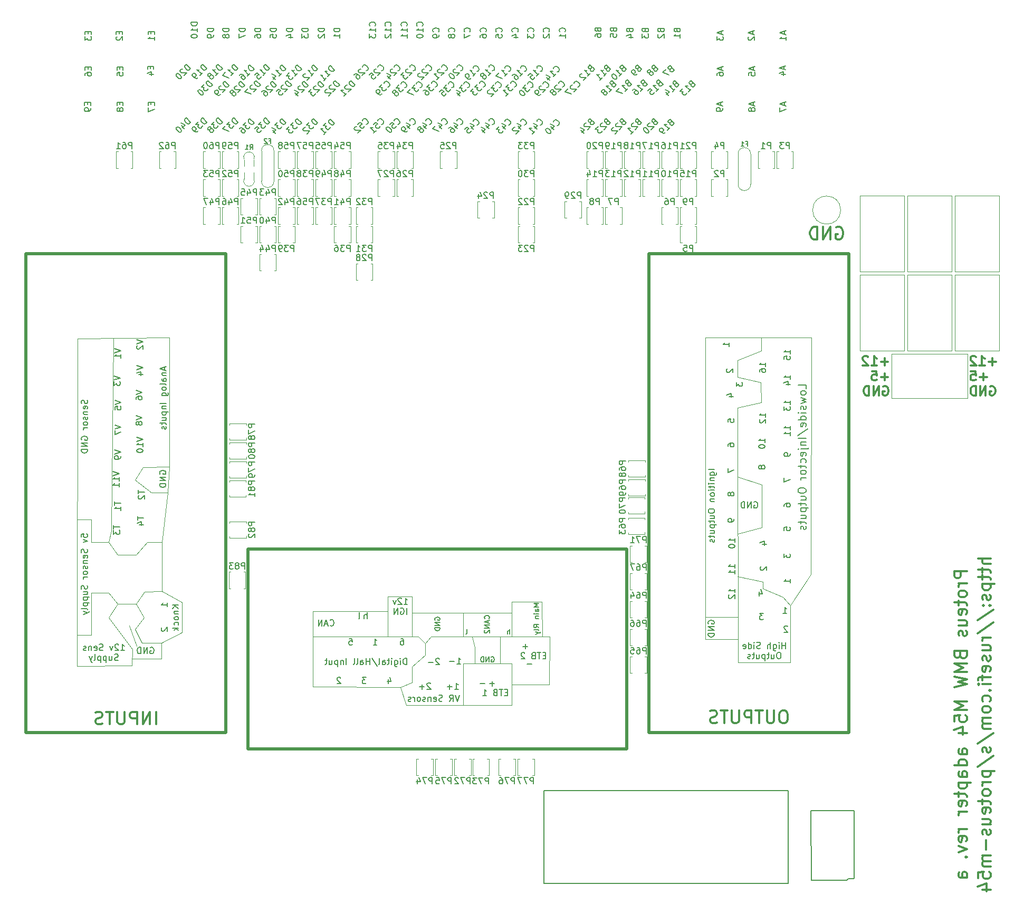
<source format=gbo>
G04 #@! TF.GenerationSoftware,KiCad,Pcbnew,(5.99.0-13086-gffd1139cfe)*
G04 #@! TF.CreationDate,2021-11-14T02:18:31+03:00*
G04 #@! TF.ProjectId,proteusM54,70726f74-6575-4734-9d35-342e6b696361,a*
G04 #@! TF.SameCoordinates,PX4d3f640PYcfb5d40*
G04 #@! TF.FileFunction,Legend,Bot*
G04 #@! TF.FilePolarity,Positive*
%FSLAX46Y46*%
G04 Gerber Fmt 4.6, Leading zero omitted, Abs format (unit mm)*
G04 Created by KiCad (PCBNEW (5.99.0-13086-gffd1139cfe)) date 2021-11-14 02:18:31*
%MOMM*%
%LPD*%
G01*
G04 APERTURE LIST*
%ADD10C,0.300000*%
%ADD11C,0.150000*%
%ADD12C,0.127000*%
%ADD13C,0.200000*%
%ADD14C,0.152400*%
%ADD15C,0.139700*%
%ADD16C,0.120000*%
%ADD17C,0.099060*%
%ADD18C,0.500000*%
G04 APERTURE END LIST*
D10*
X163561857Y97557858D02*
X162419000Y97557858D01*
X162990428Y96986429D02*
X162990428Y98129286D01*
X160919000Y96986429D02*
X161776142Y96986429D01*
X161347571Y96986429D02*
X161347571Y98486429D01*
X161490428Y98272143D01*
X161633285Y98129286D01*
X161776142Y98057858D01*
X160347571Y98343572D02*
X160276142Y98415000D01*
X160133285Y98486429D01*
X159776142Y98486429D01*
X159633285Y98415000D01*
X159561857Y98343572D01*
X159490428Y98200715D01*
X159490428Y98057858D01*
X159561857Y97843572D01*
X160419000Y96986429D01*
X159490428Y96986429D01*
X163561857Y95142858D02*
X162419000Y95142858D01*
X162990428Y94571429D02*
X162990428Y95714286D01*
X160990428Y96071429D02*
X161704714Y96071429D01*
X161776142Y95357143D01*
X161704714Y95428572D01*
X161561857Y95500000D01*
X161204714Y95500000D01*
X161061857Y95428572D01*
X160990428Y95357143D01*
X160919000Y95214286D01*
X160919000Y94857143D01*
X160990428Y94714286D01*
X161061857Y94642858D01*
X161204714Y94571429D01*
X161561857Y94571429D01*
X161704714Y94642858D01*
X161776142Y94714286D01*
X162776142Y93585000D02*
X162919000Y93656429D01*
X163133285Y93656429D01*
X163347571Y93585000D01*
X163490428Y93442143D01*
X163561857Y93299286D01*
X163633285Y93013572D01*
X163633285Y92799286D01*
X163561857Y92513572D01*
X163490428Y92370715D01*
X163347571Y92227858D01*
X163133285Y92156429D01*
X162990428Y92156429D01*
X162776142Y92227858D01*
X162704714Y92299286D01*
X162704714Y92799286D01*
X162990428Y92799286D01*
X162061857Y92156429D02*
X162061857Y93656429D01*
X161204714Y92156429D01*
X161204714Y93656429D01*
X160490428Y92156429D02*
X160490428Y93656429D01*
X160133285Y93656429D01*
X159919000Y93585000D01*
X159776142Y93442143D01*
X159704714Y93299286D01*
X159633285Y93013572D01*
X159633285Y92799286D01*
X159704714Y92513572D01*
X159776142Y92370715D01*
X159919000Y92227858D01*
X160133285Y92156429D01*
X160490428Y92156429D01*
X180858142Y97557858D02*
X179715285Y97557858D01*
X180286714Y96986429D02*
X180286714Y98129286D01*
X178215285Y96986429D02*
X179072428Y96986429D01*
X178643857Y96986429D02*
X178643857Y98486429D01*
X178786714Y98272143D01*
X178929571Y98129286D01*
X179072428Y98057858D01*
X177643857Y98343572D02*
X177572428Y98415000D01*
X177429571Y98486429D01*
X177072428Y98486429D01*
X176929571Y98415000D01*
X176858142Y98343572D01*
X176786714Y98200715D01*
X176786714Y98057858D01*
X176858142Y97843572D01*
X177715285Y96986429D01*
X176786714Y96986429D01*
X179429571Y95142858D02*
X178286714Y95142858D01*
X178858142Y94571429D02*
X178858142Y95714286D01*
X176858142Y96071429D02*
X177572428Y96071429D01*
X177643857Y95357143D01*
X177572428Y95428572D01*
X177429571Y95500000D01*
X177072428Y95500000D01*
X176929571Y95428572D01*
X176858142Y95357143D01*
X176786714Y95214286D01*
X176786714Y94857143D01*
X176858142Y94714286D01*
X176929571Y94642858D01*
X177072428Y94571429D01*
X177429571Y94571429D01*
X177572428Y94642858D01*
X177643857Y94714286D01*
X179929571Y93585000D02*
X180072428Y93656429D01*
X180286714Y93656429D01*
X180501000Y93585000D01*
X180643857Y93442143D01*
X180715285Y93299286D01*
X180786714Y93013572D01*
X180786714Y92799286D01*
X180715285Y92513572D01*
X180643857Y92370715D01*
X180501000Y92227858D01*
X180286714Y92156429D01*
X180143857Y92156429D01*
X179929571Y92227858D01*
X179858142Y92299286D01*
X179858142Y92799286D01*
X180143857Y92799286D01*
X179215285Y92156429D02*
X179215285Y93656429D01*
X178358142Y92156429D01*
X178358142Y93656429D01*
X177643857Y92156429D02*
X177643857Y93656429D01*
X177286714Y93656429D01*
X177072428Y93585000D01*
X176929571Y93442143D01*
X176858142Y93299286D01*
X176786714Y93013572D01*
X176786714Y92799286D01*
X176858142Y92513572D01*
X176929571Y92370715D01*
X177072428Y92227858D01*
X177286714Y92156429D01*
X177643857Y92156429D01*
X176194761Y63989048D02*
X174194761Y63989048D01*
X174194761Y63227143D01*
X174290000Y63036667D01*
X174385238Y62941429D01*
X174575714Y62846191D01*
X174861428Y62846191D01*
X175051904Y62941429D01*
X175147142Y63036667D01*
X175242380Y63227143D01*
X175242380Y63989048D01*
X176194761Y61989048D02*
X174861428Y61989048D01*
X175242380Y61989048D02*
X175051904Y61893810D01*
X174956666Y61798572D01*
X174861428Y61608096D01*
X174861428Y61417620D01*
X176194761Y60465239D02*
X176099523Y60655715D01*
X176004285Y60750953D01*
X175813809Y60846191D01*
X175242380Y60846191D01*
X175051904Y60750953D01*
X174956666Y60655715D01*
X174861428Y60465239D01*
X174861428Y60179524D01*
X174956666Y59989048D01*
X175051904Y59893810D01*
X175242380Y59798572D01*
X175813809Y59798572D01*
X176004285Y59893810D01*
X176099523Y59989048D01*
X176194761Y60179524D01*
X176194761Y60465239D01*
X174861428Y59227143D02*
X174861428Y58465239D01*
X174194761Y58941429D02*
X175909047Y58941429D01*
X176099523Y58846191D01*
X176194761Y58655715D01*
X176194761Y58465239D01*
X176099523Y57036667D02*
X176194761Y57227143D01*
X176194761Y57608096D01*
X176099523Y57798572D01*
X175909047Y57893810D01*
X175147142Y57893810D01*
X174956666Y57798572D01*
X174861428Y57608096D01*
X174861428Y57227143D01*
X174956666Y57036667D01*
X175147142Y56941429D01*
X175337619Y56941429D01*
X175528095Y57893810D01*
X174861428Y55227143D02*
X176194761Y55227143D01*
X174861428Y56084286D02*
X175909047Y56084286D01*
X176099523Y55989048D01*
X176194761Y55798572D01*
X176194761Y55512858D01*
X176099523Y55322381D01*
X176004285Y55227143D01*
X176099523Y54370000D02*
X176194761Y54179524D01*
X176194761Y53798572D01*
X176099523Y53608096D01*
X175909047Y53512858D01*
X175813809Y53512858D01*
X175623333Y53608096D01*
X175528095Y53798572D01*
X175528095Y54084286D01*
X175432857Y54274762D01*
X175242380Y54370000D01*
X175147142Y54370000D01*
X174956666Y54274762D01*
X174861428Y54084286D01*
X174861428Y53798572D01*
X174956666Y53608096D01*
X175147142Y50465239D02*
X175242380Y50179524D01*
X175337619Y50084286D01*
X175528095Y49989048D01*
X175813809Y49989048D01*
X176004285Y50084286D01*
X176099523Y50179524D01*
X176194761Y50370001D01*
X176194761Y51131905D01*
X174194761Y51131905D01*
X174194761Y50465239D01*
X174290000Y50274762D01*
X174385238Y50179524D01*
X174575714Y50084286D01*
X174766190Y50084286D01*
X174956666Y50179524D01*
X175051904Y50274762D01*
X175147142Y50465239D01*
X175147142Y51131905D01*
X176194761Y49131905D02*
X174194761Y49131905D01*
X175623333Y48465239D01*
X174194761Y47798572D01*
X176194761Y47798572D01*
X174194761Y47036667D02*
X176194761Y46560477D01*
X174766190Y46179524D01*
X176194761Y45798572D01*
X174194761Y45322381D01*
X176194761Y43036667D02*
X174194761Y43036667D01*
X175623333Y42370001D01*
X174194761Y41703334D01*
X176194761Y41703334D01*
X174194761Y39798572D02*
X174194761Y40750953D01*
X175147142Y40846191D01*
X175051904Y40750953D01*
X174956666Y40560477D01*
X174956666Y40084286D01*
X175051904Y39893810D01*
X175147142Y39798572D01*
X175337619Y39703334D01*
X175813809Y39703334D01*
X176004285Y39798572D01*
X176099523Y39893810D01*
X176194761Y40084286D01*
X176194761Y40560477D01*
X176099523Y40750953D01*
X176004285Y40846191D01*
X174861428Y37989048D02*
X176194761Y37989048D01*
X174099523Y38465239D02*
X175528095Y38941429D01*
X175528095Y37703334D01*
X176194761Y34560477D02*
X175147142Y34560477D01*
X174956666Y34655715D01*
X174861428Y34846191D01*
X174861428Y35227143D01*
X174956666Y35417620D01*
X176099523Y34560477D02*
X176194761Y34750953D01*
X176194761Y35227143D01*
X176099523Y35417620D01*
X175909047Y35512858D01*
X175718571Y35512858D01*
X175528095Y35417620D01*
X175432857Y35227143D01*
X175432857Y34750953D01*
X175337619Y34560477D01*
X176194761Y32750953D02*
X174194761Y32750953D01*
X176099523Y32750953D02*
X176194761Y32941429D01*
X176194761Y33322381D01*
X176099523Y33512858D01*
X176004285Y33608096D01*
X175813809Y33703334D01*
X175242380Y33703334D01*
X175051904Y33608096D01*
X174956666Y33512858D01*
X174861428Y33322381D01*
X174861428Y32941429D01*
X174956666Y32750953D01*
X176194761Y30941429D02*
X175147142Y30941429D01*
X174956666Y31036667D01*
X174861428Y31227143D01*
X174861428Y31608096D01*
X174956666Y31798572D01*
X176099523Y30941429D02*
X176194761Y31131905D01*
X176194761Y31608096D01*
X176099523Y31798572D01*
X175909047Y31893810D01*
X175718571Y31893810D01*
X175528095Y31798572D01*
X175432857Y31608096D01*
X175432857Y31131905D01*
X175337619Y30941429D01*
X174861428Y29989048D02*
X176861428Y29989048D01*
X174956666Y29989048D02*
X174861428Y29798572D01*
X174861428Y29417620D01*
X174956666Y29227143D01*
X175051904Y29131905D01*
X175242380Y29036667D01*
X175813809Y29036667D01*
X176004285Y29131905D01*
X176099523Y29227143D01*
X176194761Y29417620D01*
X176194761Y29798572D01*
X176099523Y29989048D01*
X174861428Y28465239D02*
X174861428Y27703334D01*
X174194761Y28179524D02*
X175909047Y28179524D01*
X176099523Y28084286D01*
X176194761Y27893810D01*
X176194761Y27703334D01*
X176099523Y26274762D02*
X176194761Y26465239D01*
X176194761Y26846191D01*
X176099523Y27036667D01*
X175909047Y27131905D01*
X175147142Y27131905D01*
X174956666Y27036667D01*
X174861428Y26846191D01*
X174861428Y26465239D01*
X174956666Y26274762D01*
X175147142Y26179524D01*
X175337619Y26179524D01*
X175528095Y27131905D01*
X176194761Y25322381D02*
X174861428Y25322381D01*
X175242380Y25322381D02*
X175051904Y25227143D01*
X174956666Y25131905D01*
X174861428Y24941429D01*
X174861428Y24750953D01*
X176194761Y22560477D02*
X174861428Y22560477D01*
X175242380Y22560477D02*
X175051904Y22465239D01*
X174956666Y22370001D01*
X174861428Y22179524D01*
X174861428Y21989048D01*
X176099523Y20560477D02*
X176194761Y20750953D01*
X176194761Y21131905D01*
X176099523Y21322381D01*
X175909047Y21417620D01*
X175147142Y21417620D01*
X174956666Y21322381D01*
X174861428Y21131905D01*
X174861428Y20750953D01*
X174956666Y20560477D01*
X175147142Y20465239D01*
X175337619Y20465239D01*
X175528095Y21417620D01*
X174861428Y19798572D02*
X176194761Y19322381D01*
X174861428Y18846191D01*
X176004285Y18084286D02*
X176099523Y17989048D01*
X176194761Y18084286D01*
X176099523Y18179524D01*
X176004285Y18084286D01*
X176194761Y18084286D01*
X176194761Y14750953D02*
X175147142Y14750953D01*
X174956666Y14846191D01*
X174861428Y15036667D01*
X174861428Y15417620D01*
X174956666Y15608096D01*
X176099523Y14750953D02*
X176194761Y14941429D01*
X176194761Y15417620D01*
X176099523Y15608096D01*
X175909047Y15703334D01*
X175718571Y15703334D01*
X175528095Y15608096D01*
X175432857Y15417620D01*
X175432857Y14941429D01*
X175337619Y14750953D01*
X155223809Y119110000D02*
X155414285Y119205239D01*
X155700000Y119205239D01*
X155985714Y119110000D01*
X156176190Y118919524D01*
X156271428Y118729048D01*
X156366666Y118348096D01*
X156366666Y118062381D01*
X156271428Y117681429D01*
X156176190Y117490953D01*
X155985714Y117300477D01*
X155700000Y117205239D01*
X155509523Y117205239D01*
X155223809Y117300477D01*
X155128571Y117395715D01*
X155128571Y118062381D01*
X155509523Y118062381D01*
X154271428Y117205239D02*
X154271428Y119205239D01*
X153128571Y117205239D01*
X153128571Y119205239D01*
X152176190Y117205239D02*
X152176190Y119205239D01*
X151700000Y119205239D01*
X151414285Y119110000D01*
X151223809Y118919524D01*
X151128571Y118729048D01*
X151033333Y118348096D01*
X151033333Y118062381D01*
X151128571Y117681429D01*
X151223809Y117490953D01*
X151414285Y117300477D01*
X151700000Y117205239D01*
X152176190Y117205239D01*
X180004761Y65989048D02*
X178004761Y65989048D01*
X180004761Y65131905D02*
X178957142Y65131905D01*
X178766666Y65227143D01*
X178671428Y65417620D01*
X178671428Y65703334D01*
X178766666Y65893810D01*
X178861904Y65989048D01*
X178671428Y64465239D02*
X178671428Y63703334D01*
X178004761Y64179524D02*
X179719047Y64179524D01*
X179909523Y64084286D01*
X180004761Y63893810D01*
X180004761Y63703334D01*
X178671428Y63322381D02*
X178671428Y62560477D01*
X178004761Y63036667D02*
X179719047Y63036667D01*
X179909523Y62941429D01*
X180004761Y62750953D01*
X180004761Y62560477D01*
X178671428Y61893810D02*
X180671428Y61893810D01*
X178766666Y61893810D02*
X178671428Y61703334D01*
X178671428Y61322381D01*
X178766666Y61131905D01*
X178861904Y61036667D01*
X179052380Y60941429D01*
X179623809Y60941429D01*
X179814285Y61036667D01*
X179909523Y61131905D01*
X180004761Y61322381D01*
X180004761Y61703334D01*
X179909523Y61893810D01*
X179909523Y60179524D02*
X180004761Y59989048D01*
X180004761Y59608096D01*
X179909523Y59417620D01*
X179719047Y59322381D01*
X179623809Y59322381D01*
X179433333Y59417620D01*
X179338095Y59608096D01*
X179338095Y59893810D01*
X179242857Y60084286D01*
X179052380Y60179524D01*
X178957142Y60179524D01*
X178766666Y60084286D01*
X178671428Y59893810D01*
X178671428Y59608096D01*
X178766666Y59417620D01*
X179814285Y58465239D02*
X179909523Y58370000D01*
X180004761Y58465239D01*
X179909523Y58560477D01*
X179814285Y58465239D01*
X180004761Y58465239D01*
X178766666Y58465239D02*
X178861904Y58370000D01*
X178957142Y58465239D01*
X178861904Y58560477D01*
X178766666Y58465239D01*
X178957142Y58465239D01*
X177909523Y56084286D02*
X180480952Y57798572D01*
X177909523Y53989048D02*
X180480952Y55703334D01*
X180004761Y53322381D02*
X178671428Y53322381D01*
X179052380Y53322381D02*
X178861904Y53227143D01*
X178766666Y53131905D01*
X178671428Y52941429D01*
X178671428Y52750953D01*
X178671428Y51227143D02*
X180004761Y51227143D01*
X178671428Y52084286D02*
X179719047Y52084286D01*
X179909523Y51989048D01*
X180004761Y51798572D01*
X180004761Y51512858D01*
X179909523Y51322381D01*
X179814285Y51227143D01*
X179909523Y50370000D02*
X180004761Y50179524D01*
X180004761Y49798572D01*
X179909523Y49608096D01*
X179719047Y49512858D01*
X179623809Y49512858D01*
X179433333Y49608096D01*
X179338095Y49798572D01*
X179338095Y50084286D01*
X179242857Y50274762D01*
X179052380Y50370000D01*
X178957142Y50370000D01*
X178766666Y50274762D01*
X178671428Y50084286D01*
X178671428Y49798572D01*
X178766666Y49608096D01*
X179909523Y47893810D02*
X180004761Y48084286D01*
X180004761Y48465239D01*
X179909523Y48655715D01*
X179719047Y48750953D01*
X178957142Y48750953D01*
X178766666Y48655715D01*
X178671428Y48465239D01*
X178671428Y48084286D01*
X178766666Y47893810D01*
X178957142Y47798572D01*
X179147619Y47798572D01*
X179338095Y48750953D01*
X178671428Y47227143D02*
X178671428Y46465239D01*
X180004761Y46941429D02*
X178290476Y46941429D01*
X178100000Y46846191D01*
X178004761Y46655715D01*
X178004761Y46465239D01*
X180004761Y45798572D02*
X178671428Y45798572D01*
X178004761Y45798572D02*
X178100000Y45893810D01*
X178195238Y45798572D01*
X178100000Y45703334D01*
X178004761Y45798572D01*
X178195238Y45798572D01*
X179814285Y44846191D02*
X179909523Y44750953D01*
X180004761Y44846191D01*
X179909523Y44941429D01*
X179814285Y44846191D01*
X180004761Y44846191D01*
X179909523Y43036667D02*
X180004761Y43227143D01*
X180004761Y43608096D01*
X179909523Y43798572D01*
X179814285Y43893810D01*
X179623809Y43989048D01*
X179052380Y43989048D01*
X178861904Y43893810D01*
X178766666Y43798572D01*
X178671428Y43608096D01*
X178671428Y43227143D01*
X178766666Y43036667D01*
X180004761Y41893810D02*
X179909523Y42084286D01*
X179814285Y42179524D01*
X179623809Y42274762D01*
X179052380Y42274762D01*
X178861904Y42179524D01*
X178766666Y42084286D01*
X178671428Y41893810D01*
X178671428Y41608096D01*
X178766666Y41417620D01*
X178861904Y41322381D01*
X179052380Y41227143D01*
X179623809Y41227143D01*
X179814285Y41322381D01*
X179909523Y41417620D01*
X180004761Y41608096D01*
X180004761Y41893810D01*
X180004761Y40370001D02*
X178671428Y40370001D01*
X178861904Y40370001D02*
X178766666Y40274762D01*
X178671428Y40084286D01*
X178671428Y39798572D01*
X178766666Y39608096D01*
X178957142Y39512858D01*
X180004761Y39512858D01*
X178957142Y39512858D02*
X178766666Y39417620D01*
X178671428Y39227143D01*
X178671428Y38941429D01*
X178766666Y38750953D01*
X178957142Y38655715D01*
X180004761Y38655715D01*
X177909523Y36274762D02*
X180480952Y37989048D01*
X179909523Y35703334D02*
X180004761Y35512858D01*
X180004761Y35131905D01*
X179909523Y34941429D01*
X179719047Y34846191D01*
X179623809Y34846191D01*
X179433333Y34941429D01*
X179338095Y35131905D01*
X179338095Y35417620D01*
X179242857Y35608096D01*
X179052380Y35703334D01*
X178957142Y35703334D01*
X178766666Y35608096D01*
X178671428Y35417620D01*
X178671428Y35131905D01*
X178766666Y34941429D01*
X177909523Y32560477D02*
X180480952Y34274762D01*
X178671428Y31893810D02*
X180671428Y31893810D01*
X178766666Y31893810D02*
X178671428Y31703334D01*
X178671428Y31322381D01*
X178766666Y31131905D01*
X178861904Y31036667D01*
X179052380Y30941429D01*
X179623809Y30941429D01*
X179814285Y31036667D01*
X179909523Y31131905D01*
X180004761Y31322381D01*
X180004761Y31703334D01*
X179909523Y31893810D01*
X180004761Y30084286D02*
X178671428Y30084286D01*
X179052380Y30084286D02*
X178861904Y29989048D01*
X178766666Y29893810D01*
X178671428Y29703334D01*
X178671428Y29512858D01*
X180004761Y28560477D02*
X179909523Y28750953D01*
X179814285Y28846191D01*
X179623809Y28941429D01*
X179052380Y28941429D01*
X178861904Y28846191D01*
X178766666Y28750953D01*
X178671428Y28560477D01*
X178671428Y28274762D01*
X178766666Y28084286D01*
X178861904Y27989048D01*
X179052380Y27893810D01*
X179623809Y27893810D01*
X179814285Y27989048D01*
X179909523Y28084286D01*
X180004761Y28274762D01*
X180004761Y28560477D01*
X178671428Y27322381D02*
X178671428Y26560477D01*
X178004761Y27036667D02*
X179719047Y27036667D01*
X179909523Y26941429D01*
X180004761Y26750953D01*
X180004761Y26560477D01*
X179909523Y25131905D02*
X180004761Y25322381D01*
X180004761Y25703334D01*
X179909523Y25893810D01*
X179719047Y25989048D01*
X178957142Y25989048D01*
X178766666Y25893810D01*
X178671428Y25703334D01*
X178671428Y25322381D01*
X178766666Y25131905D01*
X178957142Y25036667D01*
X179147619Y25036667D01*
X179338095Y25989048D01*
X178671428Y23322381D02*
X180004761Y23322381D01*
X178671428Y24179524D02*
X179719047Y24179524D01*
X179909523Y24084286D01*
X180004761Y23893810D01*
X180004761Y23608096D01*
X179909523Y23417620D01*
X179814285Y23322381D01*
X179909523Y22465239D02*
X180004761Y22274762D01*
X180004761Y21893810D01*
X179909523Y21703334D01*
X179719047Y21608096D01*
X179623809Y21608096D01*
X179433333Y21703334D01*
X179338095Y21893810D01*
X179338095Y22179524D01*
X179242857Y22370001D01*
X179052380Y22465239D01*
X178957142Y22465239D01*
X178766666Y22370001D01*
X178671428Y22179524D01*
X178671428Y21893810D01*
X178766666Y21703334D01*
X179242857Y20750953D02*
X179242857Y19227143D01*
X180004761Y18274762D02*
X178671428Y18274762D01*
X178861904Y18274762D02*
X178766666Y18179524D01*
X178671428Y17989048D01*
X178671428Y17703334D01*
X178766666Y17512858D01*
X178957142Y17417620D01*
X180004761Y17417620D01*
X178957142Y17417620D02*
X178766666Y17322381D01*
X178671428Y17131905D01*
X178671428Y16846191D01*
X178766666Y16655715D01*
X178957142Y16560477D01*
X180004761Y16560477D01*
X178004761Y14655715D02*
X178004761Y15608096D01*
X178957142Y15703334D01*
X178861904Y15608096D01*
X178766666Y15417620D01*
X178766666Y14941429D01*
X178861904Y14750953D01*
X178957142Y14655715D01*
X179147619Y14560477D01*
X179623809Y14560477D01*
X179814285Y14655715D01*
X179909523Y14750953D01*
X180004761Y14941429D01*
X180004761Y15417620D01*
X179909523Y15608096D01*
X179814285Y15703334D01*
X178671428Y12846191D02*
X180004761Y12846191D01*
X177909523Y13322381D02*
X179338095Y13798572D01*
X179338095Y12560477D01*
D11*
G04 #@! TO.C,P17*
X126714285Y131797620D02*
X126714285Y132797620D01*
X126333333Y132797620D01*
X126238095Y132750000D01*
X126190476Y132702381D01*
X126142857Y132607143D01*
X126142857Y132464286D01*
X126190476Y132369048D01*
X126238095Y132321429D01*
X126333333Y132273810D01*
X126714285Y132273810D01*
X125190476Y131797620D02*
X125761904Y131797620D01*
X125476190Y131797620D02*
X125476190Y132797620D01*
X125571428Y132654762D01*
X125666666Y132559524D01*
X125761904Y132511905D01*
X124857142Y132797620D02*
X124190476Y132797620D01*
X124619047Y131797620D01*
G04 #@! TO.C,P68*
X121422380Y81638286D02*
X120422380Y81638286D01*
X120422380Y81257334D01*
X120470000Y81162096D01*
X120517619Y81114477D01*
X120612857Y81066858D01*
X120755714Y81066858D01*
X120850952Y81114477D01*
X120898571Y81162096D01*
X120946190Y81257334D01*
X120946190Y81638286D01*
X120422380Y80209715D02*
X120422380Y80400191D01*
X120470000Y80495429D01*
X120517619Y80543048D01*
X120660476Y80638286D01*
X120850952Y80685905D01*
X121231904Y80685905D01*
X121327142Y80638286D01*
X121374761Y80590667D01*
X121422380Y80495429D01*
X121422380Y80304953D01*
X121374761Y80209715D01*
X121327142Y80162096D01*
X121231904Y80114477D01*
X120993809Y80114477D01*
X120898571Y80162096D01*
X120850952Y80209715D01*
X120803333Y80304953D01*
X120803333Y80495429D01*
X120850952Y80590667D01*
X120898571Y80638286D01*
X120993809Y80685905D01*
X120850952Y79543048D02*
X120803333Y79638286D01*
X120755714Y79685905D01*
X120660476Y79733524D01*
X120612857Y79733524D01*
X120517619Y79685905D01*
X120470000Y79638286D01*
X120422380Y79543048D01*
X120422380Y79352572D01*
X120470000Y79257334D01*
X120517619Y79209715D01*
X120612857Y79162096D01*
X120660476Y79162096D01*
X120755714Y79209715D01*
X120803333Y79257334D01*
X120850952Y79352572D01*
X120850952Y79543048D01*
X120898571Y79638286D01*
X120946190Y79685905D01*
X121041428Y79733524D01*
X121231904Y79733524D01*
X121327142Y79685905D01*
X121374761Y79638286D01*
X121422380Y79543048D01*
X121422380Y79352572D01*
X121374761Y79257334D01*
X121327142Y79209715D01*
X121231904Y79162096D01*
X121041428Y79162096D01*
X120946190Y79209715D01*
X120898571Y79257334D01*
X120850952Y79352572D01*
G04 #@! TO.C,P38*
X71214285Y127297620D02*
X71214285Y128297620D01*
X70833333Y128297620D01*
X70738095Y128250000D01*
X70690476Y128202381D01*
X70642857Y128107143D01*
X70642857Y127964286D01*
X70690476Y127869048D01*
X70738095Y127821429D01*
X70833333Y127773810D01*
X71214285Y127773810D01*
X70309523Y128297620D02*
X69690476Y128297620D01*
X70023809Y127916667D01*
X69880952Y127916667D01*
X69785714Y127869048D01*
X69738095Y127821429D01*
X69690476Y127726191D01*
X69690476Y127488096D01*
X69738095Y127392858D01*
X69785714Y127345239D01*
X69880952Y127297620D01*
X70166666Y127297620D01*
X70261904Y127345239D01*
X70309523Y127392858D01*
X69119047Y127869048D02*
X69214285Y127916667D01*
X69261904Y127964286D01*
X69309523Y128059524D01*
X69309523Y128107143D01*
X69261904Y128202381D01*
X69214285Y128250000D01*
X69119047Y128297620D01*
X68928571Y128297620D01*
X68833333Y128250000D01*
X68785714Y128202381D01*
X68738095Y128107143D01*
X68738095Y128059524D01*
X68785714Y127964286D01*
X68833333Y127916667D01*
X68928571Y127869048D01*
X69119047Y127869048D01*
X69214285Y127821429D01*
X69261904Y127773810D01*
X69309523Y127678572D01*
X69309523Y127488096D01*
X69261904Y127392858D01*
X69214285Y127345239D01*
X69119047Y127297620D01*
X68928571Y127297620D01*
X68833333Y127345239D01*
X68785714Y127392858D01*
X68738095Y127488096D01*
X68738095Y127678572D01*
X68785714Y127773810D01*
X68833333Y127821429D01*
X68928571Y127869048D01*
G04 #@! TO.C,P56*
X71214285Y122797620D02*
X71214285Y123797620D01*
X70833333Y123797620D01*
X70738095Y123750000D01*
X70690476Y123702381D01*
X70642857Y123607143D01*
X70642857Y123464286D01*
X70690476Y123369048D01*
X70738095Y123321429D01*
X70833333Y123273810D01*
X71214285Y123273810D01*
X69738095Y123797620D02*
X70214285Y123797620D01*
X70261904Y123321429D01*
X70214285Y123369048D01*
X70119047Y123416667D01*
X69880952Y123416667D01*
X69785714Y123369048D01*
X69738095Y123321429D01*
X69690476Y123226191D01*
X69690476Y122988096D01*
X69738095Y122892858D01*
X69785714Y122845239D01*
X69880952Y122797620D01*
X70119047Y122797620D01*
X70214285Y122845239D01*
X70261904Y122892858D01*
X68833333Y123797620D02*
X69023809Y123797620D01*
X69119047Y123750000D01*
X69166666Y123702381D01*
X69261904Y123559524D01*
X69309523Y123369048D01*
X69309523Y122988096D01*
X69261904Y122892858D01*
X69214285Y122845239D01*
X69119047Y122797620D01*
X68928571Y122797620D01*
X68833333Y122845239D01*
X68785714Y122892858D01*
X68738095Y122988096D01*
X68738095Y123226191D01*
X68785714Y123321429D01*
X68833333Y123369048D01*
X68928571Y123416667D01*
X69119047Y123416667D01*
X69214285Y123369048D01*
X69261904Y123321429D01*
X69309523Y123226191D01*
G04 #@! TO.C,P72*
X96494285Y29809620D02*
X96494285Y30809620D01*
X96113333Y30809620D01*
X96018095Y30762000D01*
X95970476Y30714381D01*
X95922857Y30619143D01*
X95922857Y30476286D01*
X95970476Y30381048D01*
X96018095Y30333429D01*
X96113333Y30285810D01*
X96494285Y30285810D01*
X95589523Y30809620D02*
X94922857Y30809620D01*
X95351428Y29809620D01*
X94589523Y30714381D02*
X94541904Y30762000D01*
X94446666Y30809620D01*
X94208571Y30809620D01*
X94113333Y30762000D01*
X94065714Y30714381D01*
X94018095Y30619143D01*
X94018095Y30523905D01*
X94065714Y30381048D01*
X94637142Y29809620D01*
X94018095Y29809620D01*
G04 #@! TO.C,P34*
X87214285Y131797620D02*
X87214285Y132797620D01*
X86833333Y132797620D01*
X86738095Y132750000D01*
X86690476Y132702381D01*
X86642857Y132607143D01*
X86642857Y132464286D01*
X86690476Y132369048D01*
X86738095Y132321429D01*
X86833333Y132273810D01*
X87214285Y132273810D01*
X86309523Y132797620D02*
X85690476Y132797620D01*
X86023809Y132416667D01*
X85880952Y132416667D01*
X85785714Y132369048D01*
X85738095Y132321429D01*
X85690476Y132226191D01*
X85690476Y131988096D01*
X85738095Y131892858D01*
X85785714Y131845239D01*
X85880952Y131797620D01*
X86166666Y131797620D01*
X86261904Y131845239D01*
X86309523Y131892858D01*
X84833333Y132464286D02*
X84833333Y131797620D01*
X85071428Y132845239D02*
X85309523Y132130953D01*
X84690476Y132130953D01*
G04 #@! TO.C,P83*
X60314285Y64297620D02*
X60314285Y65297620D01*
X59933333Y65297620D01*
X59838095Y65250000D01*
X59790476Y65202381D01*
X59742857Y65107143D01*
X59742857Y64964286D01*
X59790476Y64869048D01*
X59838095Y64821429D01*
X59933333Y64773810D01*
X60314285Y64773810D01*
X59171428Y64869048D02*
X59266666Y64916667D01*
X59314285Y64964286D01*
X59361904Y65059524D01*
X59361904Y65107143D01*
X59314285Y65202381D01*
X59266666Y65250000D01*
X59171428Y65297620D01*
X58980952Y65297620D01*
X58885714Y65250000D01*
X58838095Y65202381D01*
X58790476Y65107143D01*
X58790476Y65059524D01*
X58838095Y64964286D01*
X58885714Y64916667D01*
X58980952Y64869048D01*
X59171428Y64869048D01*
X59266666Y64821429D01*
X59314285Y64773810D01*
X59361904Y64678572D01*
X59361904Y64488096D01*
X59314285Y64392858D01*
X59266666Y64345239D01*
X59171428Y64297620D01*
X58980952Y64297620D01*
X58885714Y64345239D01*
X58838095Y64392858D01*
X58790476Y64488096D01*
X58790476Y64678572D01*
X58838095Y64773810D01*
X58885714Y64821429D01*
X58980952Y64869048D01*
X58457142Y65297620D02*
X57838095Y65297620D01*
X58171428Y64916667D01*
X58028571Y64916667D01*
X57933333Y64869048D01*
X57885714Y64821429D01*
X57838095Y64726191D01*
X57838095Y64488096D01*
X57885714Y64392858D01*
X57933333Y64345239D01*
X58028571Y64297620D01*
X58314285Y64297620D01*
X58409523Y64345239D01*
X58457142Y64392858D01*
G04 #@! TO.C,P59*
X59214285Y131797620D02*
X59214285Y132797620D01*
X58833333Y132797620D01*
X58738095Y132750000D01*
X58690476Y132702381D01*
X58642857Y132607143D01*
X58642857Y132464286D01*
X58690476Y132369048D01*
X58738095Y132321429D01*
X58833333Y132273810D01*
X59214285Y132273810D01*
X57738095Y132797620D02*
X58214285Y132797620D01*
X58261904Y132321429D01*
X58214285Y132369048D01*
X58119047Y132416667D01*
X57880952Y132416667D01*
X57785714Y132369048D01*
X57738095Y132321429D01*
X57690476Y132226191D01*
X57690476Y131988096D01*
X57738095Y131892858D01*
X57785714Y131845239D01*
X57880952Y131797620D01*
X58119047Y131797620D01*
X58214285Y131845239D01*
X58261904Y131892858D01*
X57214285Y131797620D02*
X57023809Y131797620D01*
X56928571Y131845239D01*
X56880952Y131892858D01*
X56785714Y132035715D01*
X56738095Y132226191D01*
X56738095Y132607143D01*
X56785714Y132702381D01*
X56833333Y132750000D01*
X56928571Y132797620D01*
X57119047Y132797620D01*
X57214285Y132750000D01*
X57261904Y132702381D01*
X57309523Y132607143D01*
X57309523Y132369048D01*
X57261904Y132273810D01*
X57214285Y132226191D01*
X57119047Y132178572D01*
X56928571Y132178572D01*
X56833333Y132226191D01*
X56785714Y132273810D01*
X56738095Y132369048D01*
G04 #@! TO.C,P82*
X61914380Y71826286D02*
X60914380Y71826286D01*
X60914380Y71445334D01*
X60962000Y71350096D01*
X61009619Y71302477D01*
X61104857Y71254858D01*
X61247714Y71254858D01*
X61342952Y71302477D01*
X61390571Y71350096D01*
X61438190Y71445334D01*
X61438190Y71826286D01*
X61342952Y70683429D02*
X61295333Y70778667D01*
X61247714Y70826286D01*
X61152476Y70873905D01*
X61104857Y70873905D01*
X61009619Y70826286D01*
X60962000Y70778667D01*
X60914380Y70683429D01*
X60914380Y70492953D01*
X60962000Y70397715D01*
X61009619Y70350096D01*
X61104857Y70302477D01*
X61152476Y70302477D01*
X61247714Y70350096D01*
X61295333Y70397715D01*
X61342952Y70492953D01*
X61342952Y70683429D01*
X61390571Y70778667D01*
X61438190Y70826286D01*
X61533428Y70873905D01*
X61723904Y70873905D01*
X61819142Y70826286D01*
X61866761Y70778667D01*
X61914380Y70683429D01*
X61914380Y70492953D01*
X61866761Y70397715D01*
X61819142Y70350096D01*
X61723904Y70302477D01*
X61533428Y70302477D01*
X61438190Y70350096D01*
X61390571Y70397715D01*
X61342952Y70492953D01*
X61009619Y69921524D02*
X60962000Y69873905D01*
X60914380Y69778667D01*
X60914380Y69540572D01*
X60962000Y69445334D01*
X61009619Y69397715D01*
X61104857Y69350096D01*
X61200095Y69350096D01*
X61342952Y69397715D01*
X61914380Y69969143D01*
X61914380Y69350096D01*
G04 #@! TO.C,P55*
X74214285Y131797620D02*
X74214285Y132797620D01*
X73833333Y132797620D01*
X73738095Y132750000D01*
X73690476Y132702381D01*
X73642857Y132607143D01*
X73642857Y132464286D01*
X73690476Y132369048D01*
X73738095Y132321429D01*
X73833333Y132273810D01*
X74214285Y132273810D01*
X72738095Y132797620D02*
X73214285Y132797620D01*
X73261904Y132321429D01*
X73214285Y132369048D01*
X73119047Y132416667D01*
X72880952Y132416667D01*
X72785714Y132369048D01*
X72738095Y132321429D01*
X72690476Y132226191D01*
X72690476Y131988096D01*
X72738095Y131892858D01*
X72785714Y131845239D01*
X72880952Y131797620D01*
X73119047Y131797620D01*
X73214285Y131845239D01*
X73261904Y131892858D01*
X71785714Y132797620D02*
X72261904Y132797620D01*
X72309523Y132321429D01*
X72261904Y132369048D01*
X72166666Y132416667D01*
X71928571Y132416667D01*
X71833333Y132369048D01*
X71785714Y132321429D01*
X71738095Y132226191D01*
X71738095Y131988096D01*
X71785714Y131892858D01*
X71833333Y131845239D01*
X71928571Y131797620D01*
X72166666Y131797620D01*
X72261904Y131845239D01*
X72309523Y131892858D01*
G04 #@! TO.C,P80*
X61914380Y84526286D02*
X60914380Y84526286D01*
X60914380Y84145334D01*
X60962000Y84050096D01*
X61009619Y84002477D01*
X61104857Y83954858D01*
X61247714Y83954858D01*
X61342952Y84002477D01*
X61390571Y84050096D01*
X61438190Y84145334D01*
X61438190Y84526286D01*
X61342952Y83383429D02*
X61295333Y83478667D01*
X61247714Y83526286D01*
X61152476Y83573905D01*
X61104857Y83573905D01*
X61009619Y83526286D01*
X60962000Y83478667D01*
X60914380Y83383429D01*
X60914380Y83192953D01*
X60962000Y83097715D01*
X61009619Y83050096D01*
X61104857Y83002477D01*
X61152476Y83002477D01*
X61247714Y83050096D01*
X61295333Y83097715D01*
X61342952Y83192953D01*
X61342952Y83383429D01*
X61390571Y83478667D01*
X61438190Y83526286D01*
X61533428Y83573905D01*
X61723904Y83573905D01*
X61819142Y83526286D01*
X61866761Y83478667D01*
X61914380Y83383429D01*
X61914380Y83192953D01*
X61866761Y83097715D01*
X61819142Y83050096D01*
X61723904Y83002477D01*
X61533428Y83002477D01*
X61438190Y83050096D01*
X61390571Y83097715D01*
X61342952Y83192953D01*
X60914380Y82383429D02*
X60914380Y82288191D01*
X60962000Y82192953D01*
X61009619Y82145334D01*
X61104857Y82097715D01*
X61295333Y82050096D01*
X61533428Y82050096D01*
X61723904Y82097715D01*
X61819142Y82145334D01*
X61866761Y82192953D01*
X61914380Y82288191D01*
X61914380Y82383429D01*
X61866761Y82478667D01*
X61819142Y82526286D01*
X61723904Y82573905D01*
X61533428Y82621524D01*
X61295333Y82621524D01*
X61104857Y82573905D01*
X61009619Y82526286D01*
X60962000Y82478667D01*
X60914380Y82383429D01*
G04 #@! TO.C,P78*
X61914380Y87574286D02*
X60914380Y87574286D01*
X60914380Y87193334D01*
X60962000Y87098096D01*
X61009619Y87050477D01*
X61104857Y87002858D01*
X61247714Y87002858D01*
X61342952Y87050477D01*
X61390571Y87098096D01*
X61438190Y87193334D01*
X61438190Y87574286D01*
X60914380Y86669524D02*
X60914380Y86002858D01*
X61914380Y86431429D01*
X61342952Y85479048D02*
X61295333Y85574286D01*
X61247714Y85621905D01*
X61152476Y85669524D01*
X61104857Y85669524D01*
X61009619Y85621905D01*
X60962000Y85574286D01*
X60914380Y85479048D01*
X60914380Y85288572D01*
X60962000Y85193334D01*
X61009619Y85145715D01*
X61104857Y85098096D01*
X61152476Y85098096D01*
X61247714Y85145715D01*
X61295333Y85193334D01*
X61342952Y85288572D01*
X61342952Y85479048D01*
X61390571Y85574286D01*
X61438190Y85621905D01*
X61533428Y85669524D01*
X61723904Y85669524D01*
X61819142Y85621905D01*
X61866761Y85574286D01*
X61914380Y85479048D01*
X61914380Y85288572D01*
X61866761Y85193334D01*
X61819142Y85145715D01*
X61723904Y85098096D01*
X61533428Y85098096D01*
X61438190Y85145715D01*
X61390571Y85193334D01*
X61342952Y85288572D01*
G04 #@! TO.C,P76*
X103606285Y29809620D02*
X103606285Y30809620D01*
X103225333Y30809620D01*
X103130095Y30762000D01*
X103082476Y30714381D01*
X103034857Y30619143D01*
X103034857Y30476286D01*
X103082476Y30381048D01*
X103130095Y30333429D01*
X103225333Y30285810D01*
X103606285Y30285810D01*
X102701523Y30809620D02*
X102034857Y30809620D01*
X102463428Y29809620D01*
X101225333Y30809620D02*
X101415809Y30809620D01*
X101511047Y30762000D01*
X101558666Y30714381D01*
X101653904Y30571524D01*
X101701523Y30381048D01*
X101701523Y30000096D01*
X101653904Y29904858D01*
X101606285Y29857239D01*
X101511047Y29809620D01*
X101320571Y29809620D01*
X101225333Y29857239D01*
X101177714Y29904858D01*
X101130095Y30000096D01*
X101130095Y30238191D01*
X101177714Y30333429D01*
X101225333Y30381048D01*
X101320571Y30428667D01*
X101511047Y30428667D01*
X101606285Y30381048D01*
X101653904Y30333429D01*
X101701523Y30238191D01*
G04 #@! TO.C,P50*
X68214285Y127297620D02*
X68214285Y128297620D01*
X67833333Y128297620D01*
X67738095Y128250000D01*
X67690476Y128202381D01*
X67642857Y128107143D01*
X67642857Y127964286D01*
X67690476Y127869048D01*
X67738095Y127821429D01*
X67833333Y127773810D01*
X68214285Y127773810D01*
X66738095Y128297620D02*
X67214285Y128297620D01*
X67261904Y127821429D01*
X67214285Y127869048D01*
X67119047Y127916667D01*
X66880952Y127916667D01*
X66785714Y127869048D01*
X66738095Y127821429D01*
X66690476Y127726191D01*
X66690476Y127488096D01*
X66738095Y127392858D01*
X66785714Y127345239D01*
X66880952Y127297620D01*
X67119047Y127297620D01*
X67214285Y127345239D01*
X67261904Y127392858D01*
X66071428Y128297620D02*
X65976190Y128297620D01*
X65880952Y128250000D01*
X65833333Y128202381D01*
X65785714Y128107143D01*
X65738095Y127916667D01*
X65738095Y127678572D01*
X65785714Y127488096D01*
X65833333Y127392858D01*
X65880952Y127345239D01*
X65976190Y127297620D01*
X66071428Y127297620D01*
X66166666Y127345239D01*
X66214285Y127392858D01*
X66261904Y127488096D01*
X66309523Y127678572D01*
X66309523Y127916667D01*
X66261904Y128107143D01*
X66214285Y128202381D01*
X66166666Y128250000D01*
X66071428Y128297620D01*
G04 #@! TO.C,P71*
X124714285Y68497620D02*
X124714285Y69497620D01*
X124333333Y69497620D01*
X124238095Y69450000D01*
X124190476Y69402381D01*
X124142857Y69307143D01*
X124142857Y69164286D01*
X124190476Y69069048D01*
X124238095Y69021429D01*
X124333333Y68973810D01*
X124714285Y68973810D01*
X123809523Y69497620D02*
X123142857Y69497620D01*
X123571428Y68497620D01*
X122238095Y68497620D02*
X122809523Y68497620D01*
X122523809Y68497620D02*
X122523809Y69497620D01*
X122619047Y69354762D01*
X122714285Y69259524D01*
X122809523Y69211905D01*
G04 #@! TO.C,P23*
X106714285Y115297620D02*
X106714285Y116297620D01*
X106333333Y116297620D01*
X106238095Y116250000D01*
X106190476Y116202381D01*
X106142857Y116107143D01*
X106142857Y115964286D01*
X106190476Y115869048D01*
X106238095Y115821429D01*
X106333333Y115773810D01*
X106714285Y115773810D01*
X105761904Y116202381D02*
X105714285Y116250000D01*
X105619047Y116297620D01*
X105380952Y116297620D01*
X105285714Y116250000D01*
X105238095Y116202381D01*
X105190476Y116107143D01*
X105190476Y116011905D01*
X105238095Y115869048D01*
X105809523Y115297620D01*
X105190476Y115297620D01*
X104857142Y116297620D02*
X104238095Y116297620D01*
X104571428Y115916667D01*
X104428571Y115916667D01*
X104333333Y115869048D01*
X104285714Y115821429D01*
X104238095Y115726191D01*
X104238095Y115488096D01*
X104285714Y115392858D01*
X104333333Y115345239D01*
X104428571Y115297620D01*
X104714285Y115297620D01*
X104809523Y115345239D01*
X104857142Y115392858D01*
G04 #@! TO.C,P46*
X59214285Y122797620D02*
X59214285Y123797620D01*
X58833333Y123797620D01*
X58738095Y123750000D01*
X58690476Y123702381D01*
X58642857Y123607143D01*
X58642857Y123464286D01*
X58690476Y123369048D01*
X58738095Y123321429D01*
X58833333Y123273810D01*
X59214285Y123273810D01*
X57785714Y123464286D02*
X57785714Y122797620D01*
X58023809Y123845239D02*
X58261904Y123130953D01*
X57642857Y123130953D01*
X56833333Y123797620D02*
X57023809Y123797620D01*
X57119047Y123750000D01*
X57166666Y123702381D01*
X57261904Y123559524D01*
X57309523Y123369048D01*
X57309523Y122988096D01*
X57261904Y122892858D01*
X57214285Y122845239D01*
X57119047Y122797620D01*
X56928571Y122797620D01*
X56833333Y122845239D01*
X56785714Y122892858D01*
X56738095Y122988096D01*
X56738095Y123226191D01*
X56785714Y123321429D01*
X56833333Y123369048D01*
X56928571Y123416667D01*
X57119047Y123416667D01*
X57214285Y123369048D01*
X57261904Y123321429D01*
X57309523Y123226191D01*
G04 #@! TO.C,P28*
X80714285Y113797620D02*
X80714285Y114797620D01*
X80333333Y114797620D01*
X80238095Y114750000D01*
X80190476Y114702381D01*
X80142857Y114607143D01*
X80142857Y114464286D01*
X80190476Y114369048D01*
X80238095Y114321429D01*
X80333333Y114273810D01*
X80714285Y114273810D01*
X79761904Y114702381D02*
X79714285Y114750000D01*
X79619047Y114797620D01*
X79380952Y114797620D01*
X79285714Y114750000D01*
X79238095Y114702381D01*
X79190476Y114607143D01*
X79190476Y114511905D01*
X79238095Y114369048D01*
X79809523Y113797620D01*
X79190476Y113797620D01*
X78619047Y114369048D02*
X78714285Y114416667D01*
X78761904Y114464286D01*
X78809523Y114559524D01*
X78809523Y114607143D01*
X78761904Y114702381D01*
X78714285Y114750000D01*
X78619047Y114797620D01*
X78428571Y114797620D01*
X78333333Y114750000D01*
X78285714Y114702381D01*
X78238095Y114607143D01*
X78238095Y114559524D01*
X78285714Y114464286D01*
X78333333Y114416667D01*
X78428571Y114369048D01*
X78619047Y114369048D01*
X78714285Y114321429D01*
X78761904Y114273810D01*
X78809523Y114178572D01*
X78809523Y113988096D01*
X78761904Y113892858D01*
X78714285Y113845239D01*
X78619047Y113797620D01*
X78428571Y113797620D01*
X78333333Y113845239D01*
X78285714Y113892858D01*
X78238095Y113988096D01*
X78238095Y114178572D01*
X78285714Y114273810D01*
X78333333Y114321429D01*
X78428571Y114369048D01*
G04 #@! TO.C,P30*
X106714285Y127297620D02*
X106714285Y128297620D01*
X106333333Y128297620D01*
X106238095Y128250000D01*
X106190476Y128202381D01*
X106142857Y128107143D01*
X106142857Y127964286D01*
X106190476Y127869048D01*
X106238095Y127821429D01*
X106333333Y127773810D01*
X106714285Y127773810D01*
X105809523Y128297620D02*
X105190476Y128297620D01*
X105523809Y127916667D01*
X105380952Y127916667D01*
X105285714Y127869048D01*
X105238095Y127821429D01*
X105190476Y127726191D01*
X105190476Y127488096D01*
X105238095Y127392858D01*
X105285714Y127345239D01*
X105380952Y127297620D01*
X105666666Y127297620D01*
X105761904Y127345239D01*
X105809523Y127392858D01*
X104571428Y128297620D02*
X104476190Y128297620D01*
X104380952Y128250000D01*
X104333333Y128202381D01*
X104285714Y128107143D01*
X104238095Y127916667D01*
X104238095Y127678572D01*
X104285714Y127488096D01*
X104333333Y127392858D01*
X104380952Y127345239D01*
X104476190Y127297620D01*
X104571428Y127297620D01*
X104666666Y127345239D01*
X104714285Y127392858D01*
X104761904Y127488096D01*
X104809523Y127678572D01*
X104809523Y127916667D01*
X104761904Y128107143D01*
X104714285Y128202381D01*
X104666666Y128250000D01*
X104571428Y128297620D01*
G04 #@! TO.C,P61*
X42214285Y131797620D02*
X42214285Y132797620D01*
X41833333Y132797620D01*
X41738095Y132750000D01*
X41690476Y132702381D01*
X41642857Y132607143D01*
X41642857Y132464286D01*
X41690476Y132369048D01*
X41738095Y132321429D01*
X41833333Y132273810D01*
X42214285Y132273810D01*
X40785714Y132797620D02*
X40976190Y132797620D01*
X41071428Y132750000D01*
X41119047Y132702381D01*
X41214285Y132559524D01*
X41261904Y132369048D01*
X41261904Y131988096D01*
X41214285Y131892858D01*
X41166666Y131845239D01*
X41071428Y131797620D01*
X40880952Y131797620D01*
X40785714Y131845239D01*
X40738095Y131892858D01*
X40690476Y131988096D01*
X40690476Y132226191D01*
X40738095Y132321429D01*
X40785714Y132369048D01*
X40880952Y132416667D01*
X41071428Y132416667D01*
X41166666Y132369048D01*
X41214285Y132321429D01*
X41261904Y132226191D01*
X39738095Y131797620D02*
X40309523Y131797620D01*
X40023809Y131797620D02*
X40023809Y132797620D01*
X40119047Y132654762D01*
X40214285Y132559524D01*
X40309523Y132511905D01*
G04 #@! TO.C,P20*
X117714285Y131797620D02*
X117714285Y132797620D01*
X117333333Y132797620D01*
X117238095Y132750000D01*
X117190476Y132702381D01*
X117142857Y132607143D01*
X117142857Y132464286D01*
X117190476Y132369048D01*
X117238095Y132321429D01*
X117333333Y132273810D01*
X117714285Y132273810D01*
X116761904Y132702381D02*
X116714285Y132750000D01*
X116619047Y132797620D01*
X116380952Y132797620D01*
X116285714Y132750000D01*
X116238095Y132702381D01*
X116190476Y132607143D01*
X116190476Y132511905D01*
X116238095Y132369048D01*
X116809523Y131797620D01*
X116190476Y131797620D01*
X115571428Y132797620D02*
X115476190Y132797620D01*
X115380952Y132750000D01*
X115333333Y132702381D01*
X115285714Y132607143D01*
X115238095Y132416667D01*
X115238095Y132178572D01*
X115285714Y131988096D01*
X115333333Y131892858D01*
X115380952Y131845239D01*
X115476190Y131797620D01*
X115571428Y131797620D01*
X115666666Y131845239D01*
X115714285Y131892858D01*
X115761904Y131988096D01*
X115809523Y132178572D01*
X115809523Y132416667D01*
X115761904Y132607143D01*
X115714285Y132702381D01*
X115666666Y132750000D01*
X115571428Y132797620D01*
G04 #@! TO.C,J9*
X100061175Y144287100D02*
X100128518Y144287100D01*
X100263205Y144354443D01*
X100330549Y144421787D01*
X100397892Y144556474D01*
X100397892Y144691161D01*
X100364221Y144792176D01*
X100263205Y144960535D01*
X100162190Y145061550D01*
X99993831Y145162565D01*
X99892816Y145196237D01*
X99758129Y145196237D01*
X99623442Y145128893D01*
X99556099Y145061550D01*
X99488755Y144926863D01*
X99488755Y144859519D01*
X99455083Y143546321D02*
X99859144Y143950382D01*
X99657114Y143748352D02*
X98950007Y144455458D01*
X99118366Y144421787D01*
X99253053Y144421787D01*
X99354068Y144455458D01*
X98646961Y143546321D02*
X98680633Y143647336D01*
X98680633Y143714680D01*
X98646961Y143815695D01*
X98613290Y143849367D01*
X98512274Y143883039D01*
X98444931Y143883039D01*
X98343916Y143849367D01*
X98209229Y143714680D01*
X98175557Y143613665D01*
X98175557Y143546321D01*
X98209229Y143445306D01*
X98242900Y143411634D01*
X98343916Y143377962D01*
X98411259Y143377962D01*
X98512274Y143411634D01*
X98646961Y143546321D01*
X98747977Y143579993D01*
X98815320Y143579993D01*
X98916335Y143546321D01*
X99051022Y143411634D01*
X99084694Y143310619D01*
X99084694Y143243275D01*
X99051022Y143142260D01*
X98916335Y143007573D01*
X98815320Y142973901D01*
X98747977Y142973901D01*
X98646961Y143007573D01*
X98512274Y143142260D01*
X98478603Y143243275D01*
X98478603Y143310619D01*
X98512274Y143411634D01*
X91407142Y150521358D02*
X91454761Y150568977D01*
X91502380Y150711834D01*
X91502380Y150807072D01*
X91454761Y150949929D01*
X91359523Y151045167D01*
X91264285Y151092786D01*
X91073809Y151140405D01*
X90930952Y151140405D01*
X90740476Y151092786D01*
X90645238Y151045167D01*
X90550000Y150949929D01*
X90502380Y150807072D01*
X90502380Y150711834D01*
X90550000Y150568977D01*
X90597619Y150521358D01*
X91502380Y150045167D02*
X91502380Y149854691D01*
X91454761Y149759453D01*
X91407142Y149711834D01*
X91264285Y149616596D01*
X91073809Y149568977D01*
X90692857Y149568977D01*
X90597619Y149616596D01*
X90550000Y149664215D01*
X90502380Y149759453D01*
X90502380Y149949929D01*
X90550000Y150045167D01*
X90597619Y150092786D01*
X90692857Y150140405D01*
X90930952Y150140405D01*
X91026190Y150092786D01*
X91073809Y150045167D01*
X91121428Y149949929D01*
X91121428Y149759453D01*
X91073809Y149664215D01*
X91026190Y149616596D01*
X90930952Y149568977D01*
X105161175Y144187100D02*
X105228518Y144187100D01*
X105363205Y144254443D01*
X105430549Y144321787D01*
X105497892Y144456474D01*
X105497892Y144591161D01*
X105464221Y144692176D01*
X105363205Y144860535D01*
X105262190Y144961550D01*
X105093831Y145062565D01*
X104992816Y145096237D01*
X104858129Y145096237D01*
X104723442Y145028893D01*
X104656099Y144961550D01*
X104588755Y144826863D01*
X104588755Y144759519D01*
X104555083Y143446321D02*
X104959144Y143850382D01*
X104757114Y143648352D02*
X104050007Y144355458D01*
X104218366Y144321787D01*
X104353053Y144321787D01*
X104454068Y144355458D01*
X103241885Y143547336D02*
X103376572Y143682023D01*
X103477587Y143715695D01*
X103544931Y143715695D01*
X103713290Y143682023D01*
X103881648Y143581008D01*
X104151022Y143311634D01*
X104184694Y143210619D01*
X104184694Y143143275D01*
X104151022Y143042260D01*
X104016335Y142907573D01*
X103915320Y142873901D01*
X103847977Y142873901D01*
X103746961Y142907573D01*
X103578603Y143075932D01*
X103544931Y143176947D01*
X103544931Y143244291D01*
X103578603Y143345306D01*
X103713290Y143479993D01*
X103814305Y143513665D01*
X103881648Y143513665D01*
X103982664Y143479993D01*
X119318351Y142150367D02*
X119251007Y142015680D01*
X119251007Y141948336D01*
X119284679Y141847321D01*
X119385694Y141746306D01*
X119486709Y141712634D01*
X119554053Y141712634D01*
X119655068Y141746306D01*
X119924442Y142015680D01*
X119217335Y142722787D01*
X118981633Y142487084D01*
X118947961Y142386069D01*
X118947961Y142318726D01*
X118981633Y142217710D01*
X119048977Y142150367D01*
X119149992Y142116695D01*
X119217335Y142116695D01*
X119318351Y142150367D01*
X119554053Y142386069D01*
X118846946Y140938184D02*
X119251007Y141342245D01*
X119048977Y141140214D02*
X118341870Y141847321D01*
X118510229Y141813649D01*
X118644916Y141813649D01*
X118745931Y141847321D01*
X118038824Y140938184D02*
X118072496Y141039199D01*
X118072496Y141106543D01*
X118038824Y141207558D01*
X118005152Y141241230D01*
X117904137Y141274901D01*
X117836794Y141274901D01*
X117735778Y141241230D01*
X117601091Y141106543D01*
X117567420Y141005527D01*
X117567420Y140938184D01*
X117601091Y140837169D01*
X117634763Y140803497D01*
X117735778Y140769825D01*
X117803122Y140769825D01*
X117904137Y140803497D01*
X118038824Y140938184D01*
X118139839Y140971856D01*
X118207183Y140971856D01*
X118308198Y140938184D01*
X118442885Y140803497D01*
X118476557Y140702482D01*
X118476557Y140635138D01*
X118442885Y140534123D01*
X118308198Y140399436D01*
X118207183Y140365764D01*
X118139839Y140365764D01*
X118038824Y140399436D01*
X117904137Y140534123D01*
X117870465Y140635138D01*
X117870465Y140702482D01*
X117904137Y140803497D01*
X59232579Y136023817D02*
X58525473Y136730924D01*
X58357114Y136562565D01*
X58289770Y136427878D01*
X58289770Y136293191D01*
X58323442Y136192176D01*
X58424457Y136023817D01*
X58525473Y135922802D01*
X58693831Y135821787D01*
X58794847Y135788115D01*
X58929534Y135788115D01*
X59064221Y135855458D01*
X59232579Y136023817D01*
X57885709Y136091161D02*
X57447977Y135653428D01*
X57953053Y135619756D01*
X57852038Y135518741D01*
X57818366Y135417726D01*
X57818366Y135350382D01*
X57852038Y135249367D01*
X58020396Y135081008D01*
X58121412Y135047336D01*
X58188755Y135047336D01*
X58289770Y135081008D01*
X58491801Y135283039D01*
X58525473Y135384054D01*
X58525473Y135451397D01*
X57212274Y135417726D02*
X56740870Y134946321D01*
X57751022Y134542260D01*
X51632579Y136023817D02*
X50925473Y136730924D01*
X50757114Y136562565D01*
X50689770Y136427878D01*
X50689770Y136293191D01*
X50723442Y136192176D01*
X50824457Y136023817D01*
X50925473Y135922802D01*
X51093831Y135821787D01*
X51194847Y135788115D01*
X51329534Y135788115D01*
X51464221Y135855458D01*
X51632579Y136023817D01*
X50151022Y135485069D02*
X50622427Y135013665D01*
X50050007Y135922802D02*
X50723442Y135586084D01*
X50285709Y135148352D01*
X49410244Y135215695D02*
X49342900Y135148352D01*
X49309229Y135047336D01*
X49309229Y134979993D01*
X49342900Y134878978D01*
X49443916Y134710619D01*
X49612274Y134542260D01*
X49780633Y134441245D01*
X49881648Y134407573D01*
X49948992Y134407573D01*
X50050007Y134441245D01*
X50117351Y134508588D01*
X50151022Y134609604D01*
X50151022Y134676947D01*
X50117351Y134777962D01*
X50016335Y134946321D01*
X49847977Y135114680D01*
X49679618Y135215695D01*
X49578603Y135249367D01*
X49511259Y135249367D01*
X49410244Y135215695D01*
X79761175Y144287100D02*
X79828518Y144287100D01*
X79963205Y144354443D01*
X80030549Y144421787D01*
X80097892Y144556474D01*
X80097892Y144691161D01*
X80064221Y144792176D01*
X79963205Y144960535D01*
X79862190Y145061550D01*
X79693831Y145162565D01*
X79592816Y145196237D01*
X79458129Y145196237D01*
X79323442Y145128893D01*
X79256099Y145061550D01*
X79188755Y144926863D01*
X79188755Y144859519D01*
X78919381Y144590145D02*
X78852038Y144590145D01*
X78751022Y144556474D01*
X78582664Y144388115D01*
X78548992Y144287100D01*
X78548992Y144219756D01*
X78582664Y144118741D01*
X78650007Y144051397D01*
X78784694Y143984054D01*
X79592816Y143984054D01*
X79155083Y143546321D01*
X77841885Y143647336D02*
X77976572Y143782023D01*
X78077587Y143815695D01*
X78144931Y143815695D01*
X78313290Y143782023D01*
X78481648Y143681008D01*
X78751022Y143411634D01*
X78784694Y143310619D01*
X78784694Y143243275D01*
X78751022Y143142260D01*
X78616335Y143007573D01*
X78515320Y142973901D01*
X78447977Y142973901D01*
X78346961Y143007573D01*
X78178603Y143175932D01*
X78144931Y143276947D01*
X78144931Y143344291D01*
X78178603Y143445306D01*
X78313290Y143579993D01*
X78414305Y143613665D01*
X78481648Y143613665D01*
X78582664Y143579993D01*
X54232579Y144623817D02*
X53525473Y145330924D01*
X53357114Y145162565D01*
X53289770Y145027878D01*
X53289770Y144893191D01*
X53323442Y144792176D01*
X53424457Y144623817D01*
X53525473Y144522802D01*
X53693831Y144421787D01*
X53794847Y144388115D01*
X53929534Y144388115D01*
X54064221Y144455458D01*
X54232579Y144623817D01*
X53155083Y143546321D02*
X53559144Y143950382D01*
X53357114Y143748352D02*
X52650007Y144455458D01*
X52818366Y144421787D01*
X52953053Y144421787D01*
X53054068Y144455458D01*
X52818366Y143209604D02*
X52683679Y143074917D01*
X52582664Y143041245D01*
X52515320Y143041245D01*
X52346961Y143074917D01*
X52178603Y143175932D01*
X51909229Y143445306D01*
X51875557Y143546321D01*
X51875557Y143613665D01*
X51909229Y143714680D01*
X52043916Y143849367D01*
X52144931Y143883039D01*
X52212274Y143883039D01*
X52313290Y143849367D01*
X52481648Y143681008D01*
X52515320Y143579993D01*
X52515320Y143512649D01*
X52481648Y143411634D01*
X52346961Y143276947D01*
X52245946Y143243275D01*
X52178603Y143243275D01*
X52077587Y143276947D01*
X111707142Y150521358D02*
X111754761Y150568977D01*
X111802380Y150711834D01*
X111802380Y150807072D01*
X111754761Y150949929D01*
X111659523Y151045167D01*
X111564285Y151092786D01*
X111373809Y151140405D01*
X111230952Y151140405D01*
X111040476Y151092786D01*
X110945238Y151045167D01*
X110850000Y150949929D01*
X110802380Y150807072D01*
X110802380Y150711834D01*
X110850000Y150568977D01*
X110897619Y150521358D01*
X111802380Y149568977D02*
X111802380Y150140405D01*
X111802380Y149854691D02*
X110802380Y149854691D01*
X110945238Y149949929D01*
X111040476Y150045167D01*
X111088095Y150140405D01*
X92461175Y135687100D02*
X92528518Y135687100D01*
X92663205Y135754443D01*
X92730549Y135821787D01*
X92797892Y135956474D01*
X92797892Y136091161D01*
X92764221Y136192176D01*
X92663205Y136360535D01*
X92562190Y136461550D01*
X92393831Y136562565D01*
X92292816Y136596237D01*
X92158129Y136596237D01*
X92023442Y136528893D01*
X91956099Y136461550D01*
X91888755Y136326863D01*
X91888755Y136259519D01*
X91451022Y135485069D02*
X91922427Y135013665D01*
X91350007Y135922802D02*
X92023442Y135586084D01*
X91585709Y135148352D01*
X90912274Y135417726D02*
X90440870Y134946321D01*
X91451022Y134542260D01*
X115826488Y144658504D02*
X115759144Y144523817D01*
X115759144Y144456474D01*
X115792816Y144355458D01*
X115893831Y144254443D01*
X115994847Y144220771D01*
X116062190Y144220771D01*
X116163205Y144254443D01*
X116432579Y144523817D01*
X115725473Y145230924D01*
X115489770Y144995222D01*
X115456099Y144894206D01*
X115456099Y144826863D01*
X115489770Y144725848D01*
X115557114Y144658504D01*
X115658129Y144624832D01*
X115725473Y144624832D01*
X115826488Y144658504D01*
X116062190Y144894206D01*
X115355083Y143446321D02*
X115759144Y143850382D01*
X115557114Y143648352D02*
X114850007Y144355458D01*
X115018366Y144321787D01*
X115153053Y144321787D01*
X115254068Y144355458D01*
X114445946Y143816710D02*
X114378603Y143816710D01*
X114277587Y143783039D01*
X114109229Y143614680D01*
X114075557Y143513665D01*
X114075557Y143446321D01*
X114109229Y143345306D01*
X114176572Y143277962D01*
X114311259Y143210619D01*
X115119381Y143210619D01*
X114681648Y142772886D01*
X129678571Y150759453D02*
X129726190Y150616596D01*
X129773809Y150568977D01*
X129869047Y150521358D01*
X130011904Y150521358D01*
X130107142Y150568977D01*
X130154761Y150616596D01*
X130202380Y150711834D01*
X130202380Y151092786D01*
X129202380Y151092786D01*
X129202380Y150759453D01*
X129250000Y150664215D01*
X129297619Y150616596D01*
X129392857Y150568977D01*
X129488095Y150568977D01*
X129583333Y150616596D01*
X129630952Y150664215D01*
X129678571Y150759453D01*
X129678571Y151092786D01*
X130202380Y149568977D02*
X130202380Y150140405D01*
X130202380Y149854691D02*
X129202380Y149854691D01*
X129345238Y149949929D01*
X129440476Y150045167D01*
X129488095Y150140405D01*
X61832579Y135923817D02*
X61125473Y136630924D01*
X60957114Y136462565D01*
X60889770Y136327878D01*
X60889770Y136193191D01*
X60923442Y136092176D01*
X61024457Y135923817D01*
X61125473Y135822802D01*
X61293831Y135721787D01*
X61394847Y135688115D01*
X61529534Y135688115D01*
X61664221Y135755458D01*
X61832579Y135923817D01*
X60485709Y135991161D02*
X60047977Y135553428D01*
X60553053Y135519756D01*
X60452038Y135418741D01*
X60418366Y135317726D01*
X60418366Y135250382D01*
X60452038Y135149367D01*
X60620396Y134981008D01*
X60721412Y134947336D01*
X60788755Y134947336D01*
X60889770Y134981008D01*
X61091801Y135183039D01*
X61125473Y135284054D01*
X61125473Y135351397D01*
X59441885Y134947336D02*
X59576572Y135082023D01*
X59677587Y135115695D01*
X59744931Y135115695D01*
X59913290Y135082023D01*
X60081648Y134981008D01*
X60351022Y134711634D01*
X60384694Y134610619D01*
X60384694Y134543275D01*
X60351022Y134442260D01*
X60216335Y134307573D01*
X60115320Y134273901D01*
X60047977Y134273901D01*
X59946961Y134307573D01*
X59778603Y134475932D01*
X59744931Y134576947D01*
X59744931Y134644291D01*
X59778603Y134745306D01*
X59913290Y134879993D01*
X60014305Y134913665D01*
X60081648Y134913665D01*
X60182664Y134879993D01*
X101507142Y150521358D02*
X101554761Y150568977D01*
X101602380Y150711834D01*
X101602380Y150807072D01*
X101554761Y150949929D01*
X101459523Y151045167D01*
X101364285Y151092786D01*
X101173809Y151140405D01*
X101030952Y151140405D01*
X100840476Y151092786D01*
X100745238Y151045167D01*
X100650000Y150949929D01*
X100602380Y150807072D01*
X100602380Y150711834D01*
X100650000Y150568977D01*
X100697619Y150521358D01*
X100602380Y149616596D02*
X100602380Y150092786D01*
X101078571Y150140405D01*
X101030952Y150092786D01*
X100983333Y149997548D01*
X100983333Y149759453D01*
X101030952Y149664215D01*
X101078571Y149616596D01*
X101173809Y149568977D01*
X101411904Y149568977D01*
X101507142Y149616596D01*
X101554761Y149664215D01*
X101602380Y149759453D01*
X101602380Y149997548D01*
X101554761Y150092786D01*
X101507142Y150140405D01*
X102661175Y144187100D02*
X102728518Y144187100D01*
X102863205Y144254443D01*
X102930549Y144321787D01*
X102997892Y144456474D01*
X102997892Y144591161D01*
X102964221Y144692176D01*
X102863205Y144860535D01*
X102762190Y144961550D01*
X102593831Y145062565D01*
X102492816Y145096237D01*
X102358129Y145096237D01*
X102223442Y145028893D01*
X102156099Y144961550D01*
X102088755Y144826863D01*
X102088755Y144759519D01*
X102055083Y143446321D02*
X102459144Y143850382D01*
X102257114Y143648352D02*
X101550007Y144355458D01*
X101718366Y144321787D01*
X101853053Y144321787D01*
X101954068Y144355458D01*
X101112274Y143917726D02*
X100640870Y143446321D01*
X101651022Y143042260D01*
X146816666Y144997548D02*
X146816666Y144521358D01*
X147102380Y145092786D02*
X146102380Y144759453D01*
X147102380Y144426120D01*
X146435714Y143664215D02*
X147102380Y143664215D01*
X146054761Y143902310D02*
X146769047Y144140405D01*
X146769047Y143521358D01*
X57802380Y151092786D02*
X56802380Y151092786D01*
X56802380Y150854691D01*
X56850000Y150711834D01*
X56945238Y150616596D01*
X57040476Y150568977D01*
X57230952Y150521358D01*
X57373809Y150521358D01*
X57564285Y150568977D01*
X57659523Y150616596D01*
X57754761Y150711834D01*
X57802380Y150854691D01*
X57802380Y151092786D01*
X57230952Y149949929D02*
X57183333Y150045167D01*
X57135714Y150092786D01*
X57040476Y150140405D01*
X56992857Y150140405D01*
X56897619Y150092786D01*
X56850000Y150045167D01*
X56802380Y149949929D01*
X56802380Y149759453D01*
X56850000Y149664215D01*
X56897619Y149616596D01*
X56992857Y149568977D01*
X57040476Y149568977D01*
X57135714Y149616596D01*
X57183333Y149664215D01*
X57230952Y149759453D01*
X57230952Y149949929D01*
X57278571Y150045167D01*
X57326190Y150092786D01*
X57421428Y150140405D01*
X57611904Y150140405D01*
X57707142Y150092786D01*
X57754761Y150045167D01*
X57802380Y149949929D01*
X57802380Y149759453D01*
X57754761Y149664215D01*
X57707142Y149616596D01*
X57611904Y149568977D01*
X57421428Y149568977D01*
X57326190Y149616596D01*
X57278571Y149664215D01*
X57230952Y149759453D01*
X104107142Y150521358D02*
X104154761Y150568977D01*
X104202380Y150711834D01*
X104202380Y150807072D01*
X104154761Y150949929D01*
X104059523Y151045167D01*
X103964285Y151092786D01*
X103773809Y151140405D01*
X103630952Y151140405D01*
X103440476Y151092786D01*
X103345238Y151045167D01*
X103250000Y150949929D01*
X103202380Y150807072D01*
X103202380Y150711834D01*
X103250000Y150568977D01*
X103297619Y150521358D01*
X103535714Y149664215D02*
X104202380Y149664215D01*
X103154761Y149902310D02*
X103869047Y150140405D01*
X103869047Y149521358D01*
X45278571Y150597548D02*
X45278571Y150264215D01*
X45802380Y150121358D02*
X45802380Y150597548D01*
X44802380Y150597548D01*
X44802380Y150121358D01*
X45802380Y149168977D02*
X45802380Y149740405D01*
X45802380Y149454691D02*
X44802380Y149454691D01*
X44945238Y149549929D01*
X45040476Y149645167D01*
X45088095Y149740405D01*
X96053038Y141578962D02*
X96120381Y141578962D01*
X96255068Y141646306D01*
X96322412Y141713649D01*
X96389755Y141848336D01*
X96389755Y141983023D01*
X96356083Y142084039D01*
X96255068Y142252397D01*
X96154053Y142353413D01*
X95985694Y142454428D01*
X95884679Y142488100D01*
X95749992Y142488100D01*
X95615305Y142420756D01*
X95547961Y142353413D01*
X95480618Y142218726D01*
X95480618Y142151382D01*
X95177572Y141983023D02*
X94739839Y141545291D01*
X95244916Y141511619D01*
X95143900Y141410604D01*
X95110229Y141309588D01*
X95110229Y141242245D01*
X95143900Y141141230D01*
X95312259Y140972871D01*
X95413274Y140939199D01*
X95480618Y140939199D01*
X95581633Y140972871D01*
X95783664Y141174901D01*
X95817335Y141275917D01*
X95817335Y141343260D01*
X94369450Y140703497D02*
X94840855Y140232092D01*
X94268435Y141141230D02*
X94941870Y140804512D01*
X94504137Y140366779D01*
X107761175Y144187100D02*
X107828518Y144187100D01*
X107963205Y144254443D01*
X108030549Y144321787D01*
X108097892Y144456474D01*
X108097892Y144591161D01*
X108064221Y144692176D01*
X107963205Y144860535D01*
X107862190Y144961550D01*
X107693831Y145062565D01*
X107592816Y145096237D01*
X107458129Y145096237D01*
X107323442Y145028893D01*
X107256099Y144961550D01*
X107188755Y144826863D01*
X107188755Y144759519D01*
X107155083Y143446321D02*
X107559144Y143850382D01*
X107357114Y143648352D02*
X106650007Y144355458D01*
X106818366Y144321787D01*
X106953053Y144321787D01*
X107054068Y144355458D01*
X105808213Y143513665D02*
X106144931Y143850382D01*
X106515320Y143547336D01*
X106447977Y143547336D01*
X106346961Y143513665D01*
X106178603Y143345306D01*
X106144931Y143244291D01*
X106144931Y143176947D01*
X106178603Y143075932D01*
X106346961Y142907573D01*
X106447977Y142873901D01*
X106515320Y142873901D01*
X106616335Y142907573D01*
X106784694Y143075932D01*
X106818366Y143176947D01*
X106818366Y143244291D01*
X66932579Y144523817D02*
X66225473Y145230924D01*
X66057114Y145062565D01*
X65989770Y144927878D01*
X65989770Y144793191D01*
X66023442Y144692176D01*
X66124457Y144523817D01*
X66225473Y144422802D01*
X66393831Y144321787D01*
X66494847Y144288115D01*
X66629534Y144288115D01*
X66764221Y144355458D01*
X66932579Y144523817D01*
X65855083Y143446321D02*
X66259144Y143850382D01*
X66057114Y143648352D02*
X65350007Y144355458D01*
X65518366Y144321787D01*
X65653053Y144321787D01*
X65754068Y144355458D01*
X64777587Y143311634D02*
X65248992Y142840230D01*
X64676572Y143749367D02*
X65350007Y143412649D01*
X64912274Y142974917D01*
X99007142Y150521358D02*
X99054761Y150568977D01*
X99102380Y150711834D01*
X99102380Y150807072D01*
X99054761Y150949929D01*
X98959523Y151045167D01*
X98864285Y151092786D01*
X98673809Y151140405D01*
X98530952Y151140405D01*
X98340476Y151092786D01*
X98245238Y151045167D01*
X98150000Y150949929D01*
X98102380Y150807072D01*
X98102380Y150711834D01*
X98150000Y150568977D01*
X98197619Y150521358D01*
X98102380Y149664215D02*
X98102380Y149854691D01*
X98150000Y149949929D01*
X98197619Y149997548D01*
X98340476Y150092786D01*
X98530952Y150140405D01*
X98911904Y150140405D01*
X99007142Y150092786D01*
X99054761Y150045167D01*
X99102380Y149949929D01*
X99102380Y149759453D01*
X99054761Y149664215D01*
X99007142Y149616596D01*
X98911904Y149568977D01*
X98673809Y149568977D01*
X98578571Y149616596D01*
X98530952Y149664215D01*
X98483333Y149759453D01*
X98483333Y149949929D01*
X98530952Y150045167D01*
X98578571Y150092786D01*
X98673809Y150140405D01*
X45278571Y139197548D02*
X45278571Y138864215D01*
X45802380Y138721358D02*
X45802380Y139197548D01*
X44802380Y139197548D01*
X44802380Y138721358D01*
X44802380Y138388024D02*
X44802380Y137721358D01*
X45802380Y138149929D01*
X60402380Y151092786D02*
X59402380Y151092786D01*
X59402380Y150854691D01*
X59450000Y150711834D01*
X59545238Y150616596D01*
X59640476Y150568977D01*
X59830952Y150521358D01*
X59973809Y150521358D01*
X60164285Y150568977D01*
X60259523Y150616596D01*
X60354761Y150711834D01*
X60402380Y150854691D01*
X60402380Y151092786D01*
X59402380Y150188024D02*
X59402380Y149521358D01*
X60402380Y149949929D01*
X78024442Y142015680D02*
X77317335Y142722787D01*
X77148977Y142554428D01*
X77081633Y142419741D01*
X77081633Y142285054D01*
X77115305Y142184039D01*
X77216320Y142015680D01*
X77317335Y141914665D01*
X77485694Y141813649D01*
X77586709Y141779978D01*
X77721396Y141779978D01*
X77856083Y141847321D01*
X78024442Y142015680D01*
X76711244Y141982008D02*
X76643900Y141982008D01*
X76542885Y141948336D01*
X76374526Y141779978D01*
X76340855Y141678962D01*
X76340855Y141611619D01*
X76374526Y141510604D01*
X76441870Y141443260D01*
X76576557Y141375917D01*
X77384679Y141375917D01*
X76946946Y140938184D01*
X76273511Y140264749D02*
X76677572Y140668810D01*
X76475542Y140466779D02*
X75768435Y141173886D01*
X75936794Y141140214D01*
X76071481Y141140214D01*
X76172496Y141173886D01*
X93553038Y141578962D02*
X93620381Y141578962D01*
X93755068Y141646306D01*
X93822412Y141713649D01*
X93889755Y141848336D01*
X93889755Y141983023D01*
X93856083Y142084039D01*
X93755068Y142252397D01*
X93654053Y142353413D01*
X93485694Y142454428D01*
X93384679Y142488100D01*
X93249992Y142488100D01*
X93115305Y142420756D01*
X93047961Y142353413D01*
X92980618Y142218726D01*
X92980618Y142151382D01*
X92677572Y141983023D02*
X92239839Y141545291D01*
X92744916Y141511619D01*
X92643900Y141410604D01*
X92610229Y141309588D01*
X92610229Y141242245D01*
X92643900Y141141230D01*
X92812259Y140972871D01*
X92913274Y140939199D01*
X92980618Y140939199D01*
X93081633Y140972871D01*
X93283664Y141174901D01*
X93317335Y141275917D01*
X93317335Y141343260D01*
X91600076Y140905527D02*
X91936794Y141242245D01*
X92307183Y140939199D01*
X92239839Y140939199D01*
X92138824Y140905527D01*
X91970465Y140737169D01*
X91936794Y140636153D01*
X91936794Y140568810D01*
X91970465Y140467795D01*
X92138824Y140299436D01*
X92239839Y140265764D01*
X92307183Y140265764D01*
X92408198Y140299436D01*
X92576557Y140467795D01*
X92610229Y140568810D01*
X92610229Y140636153D01*
X146916666Y139197548D02*
X146916666Y138721358D01*
X147202380Y139292786D02*
X146202380Y138959453D01*
X147202380Y138626120D01*
X146202380Y138388024D02*
X146202380Y137721358D01*
X147202380Y138149929D01*
X146916666Y150597548D02*
X146916666Y150121358D01*
X147202380Y150692786D02*
X146202380Y150359453D01*
X147202380Y150026120D01*
X147202380Y149168977D02*
X147202380Y149740405D01*
X147202380Y149454691D02*
X146202380Y149454691D01*
X146345238Y149549929D01*
X146440476Y149645167D01*
X146488095Y149740405D01*
X82261175Y135687100D02*
X82328518Y135687100D01*
X82463205Y135754443D01*
X82530549Y135821787D01*
X82597892Y135956474D01*
X82597892Y136091161D01*
X82564221Y136192176D01*
X82463205Y136360535D01*
X82362190Y136461550D01*
X82193831Y136562565D01*
X82092816Y136596237D01*
X81958129Y136596237D01*
X81823442Y136528893D01*
X81756099Y136461550D01*
X81688755Y136326863D01*
X81688755Y136259519D01*
X80981648Y135687100D02*
X81318366Y136023817D01*
X81688755Y135720771D01*
X81621412Y135720771D01*
X81520396Y135687100D01*
X81352038Y135518741D01*
X81318366Y135417726D01*
X81318366Y135350382D01*
X81352038Y135249367D01*
X81520396Y135081008D01*
X81621412Y135047336D01*
X81688755Y135047336D01*
X81789770Y135081008D01*
X81958129Y135249367D01*
X81991801Y135350382D01*
X81991801Y135417726D01*
X80981648Y134272886D02*
X81385709Y134676947D01*
X81183679Y134474917D02*
X80476572Y135182023D01*
X80644931Y135148352D01*
X80779618Y135148352D01*
X80880633Y135182023D01*
X84861175Y144287100D02*
X84928518Y144287100D01*
X85063205Y144354443D01*
X85130549Y144421787D01*
X85197892Y144556474D01*
X85197892Y144691161D01*
X85164221Y144792176D01*
X85063205Y144960535D01*
X84962190Y145061550D01*
X84793831Y145162565D01*
X84692816Y145196237D01*
X84558129Y145196237D01*
X84423442Y145128893D01*
X84356099Y145061550D01*
X84288755Y144926863D01*
X84288755Y144859519D01*
X84019381Y144590145D02*
X83952038Y144590145D01*
X83851022Y144556474D01*
X83682664Y144388115D01*
X83648992Y144287100D01*
X83648992Y144219756D01*
X83682664Y144118741D01*
X83750007Y144051397D01*
X83884694Y143984054D01*
X84692816Y143984054D01*
X84255083Y143546321D01*
X83177587Y143411634D02*
X83648992Y142940230D01*
X83076572Y143849367D02*
X83750007Y143512649D01*
X83312274Y143074917D01*
X141916666Y144897548D02*
X141916666Y144421358D01*
X142202380Y144992786D02*
X141202380Y144659453D01*
X142202380Y144326120D01*
X141202380Y143516596D02*
X141202380Y143992786D01*
X141678571Y144040405D01*
X141630952Y143992786D01*
X141583333Y143897548D01*
X141583333Y143659453D01*
X141630952Y143564215D01*
X141678571Y143516596D01*
X141773809Y143468977D01*
X142011904Y143468977D01*
X142107142Y143516596D01*
X142154761Y143564215D01*
X142202380Y143659453D01*
X142202380Y143897548D01*
X142154761Y143992786D01*
X142107142Y144040405D01*
X74732579Y135823817D02*
X74025473Y136530924D01*
X73857114Y136362565D01*
X73789770Y136227878D01*
X73789770Y136093191D01*
X73823442Y135992176D01*
X73924457Y135823817D01*
X74025473Y135722802D01*
X74193831Y135621787D01*
X74294847Y135588115D01*
X74429534Y135588115D01*
X74564221Y135655458D01*
X74732579Y135823817D01*
X73385709Y135891161D02*
X72947977Y135453428D01*
X73453053Y135419756D01*
X73352038Y135318741D01*
X73318366Y135217726D01*
X73318366Y135150382D01*
X73352038Y135049367D01*
X73520396Y134881008D01*
X73621412Y134847336D01*
X73688755Y134847336D01*
X73789770Y134881008D01*
X73991801Y135083039D01*
X74025473Y135184054D01*
X74025473Y135251397D01*
X72981648Y134072886D02*
X73385709Y134476947D01*
X73183679Y134274917D02*
X72476572Y134982023D01*
X72644931Y134948352D01*
X72779618Y134948352D01*
X72880633Y134982023D01*
X136716666Y139197548D02*
X136716666Y138721358D01*
X137002380Y139292786D02*
X136002380Y138959453D01*
X137002380Y138626120D01*
X137002380Y138245167D02*
X137002380Y138054691D01*
X136954761Y137959453D01*
X136907142Y137911834D01*
X136764285Y137816596D01*
X136573809Y137768977D01*
X136192857Y137768977D01*
X136097619Y137816596D01*
X136050000Y137864215D01*
X136002380Y137959453D01*
X136002380Y138149929D01*
X136050000Y138245167D01*
X136097619Y138292786D01*
X136192857Y138340405D01*
X136430952Y138340405D01*
X136526190Y138292786D01*
X136573809Y138245167D01*
X136621428Y138149929D01*
X136621428Y137959453D01*
X136573809Y137864215D01*
X136526190Y137816596D01*
X136430952Y137768977D01*
X84861175Y135687100D02*
X84928518Y135687100D01*
X85063205Y135754443D01*
X85130549Y135821787D01*
X85197892Y135956474D01*
X85197892Y136091161D01*
X85164221Y136192176D01*
X85063205Y136360535D01*
X84962190Y136461550D01*
X84793831Y136562565D01*
X84692816Y136596237D01*
X84558129Y136596237D01*
X84423442Y136528893D01*
X84356099Y136461550D01*
X84288755Y136326863D01*
X84288755Y136259519D01*
X83581648Y135687100D02*
X83918366Y136023817D01*
X84288755Y135720771D01*
X84221412Y135720771D01*
X84120396Y135687100D01*
X83952038Y135518741D01*
X83918366Y135417726D01*
X83918366Y135350382D01*
X83952038Y135249367D01*
X84120396Y135081008D01*
X84221412Y135047336D01*
X84288755Y135047336D01*
X84389770Y135081008D01*
X84558129Y135249367D01*
X84591801Y135350382D01*
X84591801Y135417726D01*
X83110244Y135215695D02*
X83042900Y135148352D01*
X83009229Y135047336D01*
X83009229Y134979993D01*
X83042900Y134878978D01*
X83143916Y134710619D01*
X83312274Y134542260D01*
X83480633Y134441245D01*
X83581648Y134407573D01*
X83648992Y134407573D01*
X83750007Y134441245D01*
X83817351Y134508588D01*
X83851022Y134609604D01*
X83851022Y134676947D01*
X83817351Y134777962D01*
X83716335Y134946321D01*
X83547977Y135114680D01*
X83379618Y135215695D01*
X83278603Y135249367D01*
X83211259Y135249367D01*
X83110244Y135215695D01*
X35078571Y139197548D02*
X35078571Y138864215D01*
X35602380Y138721358D02*
X35602380Y139197548D01*
X34602380Y139197548D01*
X34602380Y138721358D01*
X35602380Y138245167D02*
X35602380Y138054691D01*
X35554761Y137959453D01*
X35507142Y137911834D01*
X35364285Y137816596D01*
X35173809Y137768977D01*
X34792857Y137768977D01*
X34697619Y137816596D01*
X34650000Y137864215D01*
X34602380Y137959453D01*
X34602380Y138149929D01*
X34650000Y138245167D01*
X34697619Y138292786D01*
X34792857Y138340405D01*
X35030952Y138340405D01*
X35126190Y138292786D01*
X35173809Y138245167D01*
X35221428Y138149929D01*
X35221428Y137959453D01*
X35173809Y137864215D01*
X35126190Y137816596D01*
X35030952Y137768977D01*
X90853038Y141678962D02*
X90920381Y141678962D01*
X91055068Y141746306D01*
X91122412Y141813649D01*
X91189755Y141948336D01*
X91189755Y142083023D01*
X91156083Y142184039D01*
X91055068Y142352397D01*
X90954053Y142453413D01*
X90785694Y142554428D01*
X90684679Y142588100D01*
X90549992Y142588100D01*
X90415305Y142520756D01*
X90347961Y142453413D01*
X90280618Y142318726D01*
X90280618Y142251382D01*
X89977572Y142083023D02*
X89539839Y141645291D01*
X90044916Y141611619D01*
X89943900Y141510604D01*
X89910229Y141409588D01*
X89910229Y141342245D01*
X89943900Y141241230D01*
X90112259Y141072871D01*
X90213274Y141039199D01*
X90280618Y141039199D01*
X90381633Y141072871D01*
X90583664Y141274901D01*
X90617335Y141375917D01*
X90617335Y141443260D01*
X88933748Y141039199D02*
X89068435Y141173886D01*
X89169450Y141207558D01*
X89236794Y141207558D01*
X89405152Y141173886D01*
X89573511Y141072871D01*
X89842885Y140803497D01*
X89876557Y140702482D01*
X89876557Y140635138D01*
X89842885Y140534123D01*
X89708198Y140399436D01*
X89607183Y140365764D01*
X89539839Y140365764D01*
X89438824Y140399436D01*
X89270465Y140567795D01*
X89236794Y140668810D01*
X89236794Y140736153D01*
X89270465Y140837169D01*
X89405152Y140971856D01*
X89506168Y141005527D01*
X89573511Y141005527D01*
X89674526Y140971856D01*
X129418351Y142150367D02*
X129351007Y142015680D01*
X129351007Y141948336D01*
X129384679Y141847321D01*
X129485694Y141746306D01*
X129586709Y141712634D01*
X129654053Y141712634D01*
X129755068Y141746306D01*
X130024442Y142015680D01*
X129317335Y142722787D01*
X129081633Y142487084D01*
X129047961Y142386069D01*
X129047961Y142318726D01*
X129081633Y142217710D01*
X129148977Y142150367D01*
X129249992Y142116695D01*
X129317335Y142116695D01*
X129418351Y142150367D01*
X129654053Y142386069D01*
X128946946Y140938184D02*
X129351007Y141342245D01*
X129148977Y141140214D02*
X128441870Y141847321D01*
X128610229Y141813649D01*
X128744916Y141813649D01*
X128845931Y141847321D01*
X127869450Y140803497D02*
X128340855Y140332092D01*
X127768435Y141241230D02*
X128441870Y140904512D01*
X128004137Y140466779D01*
X101153038Y141578962D02*
X101220381Y141578962D01*
X101355068Y141646306D01*
X101422412Y141713649D01*
X101489755Y141848336D01*
X101489755Y141983023D01*
X101456083Y142084039D01*
X101355068Y142252397D01*
X101254053Y142353413D01*
X101085694Y142454428D01*
X100984679Y142488100D01*
X100849992Y142488100D01*
X100715305Y142420756D01*
X100647961Y142353413D01*
X100580618Y142218726D01*
X100580618Y142151382D01*
X100277572Y141983023D02*
X99839839Y141545291D01*
X100344916Y141511619D01*
X100243900Y141410604D01*
X100210229Y141309588D01*
X100210229Y141242245D01*
X100243900Y141141230D01*
X100412259Y140972871D01*
X100513274Y140939199D01*
X100580618Y140939199D01*
X100681633Y140972871D01*
X100883664Y141174901D01*
X100917335Y141275917D01*
X100917335Y141343260D01*
X99637809Y141208573D02*
X99570465Y141208573D01*
X99469450Y141174901D01*
X99301091Y141006543D01*
X99267420Y140905527D01*
X99267420Y140838184D01*
X99301091Y140737169D01*
X99368435Y140669825D01*
X99503122Y140602482D01*
X100311244Y140602482D01*
X99873511Y140164749D01*
X118426488Y136058504D02*
X118359144Y135923817D01*
X118359144Y135856474D01*
X118392816Y135755458D01*
X118493831Y135654443D01*
X118594847Y135620771D01*
X118662190Y135620771D01*
X118763205Y135654443D01*
X119032579Y135923817D01*
X118325473Y136630924D01*
X118089770Y136395222D01*
X118056099Y136294206D01*
X118056099Y136226863D01*
X118089770Y136125848D01*
X118157114Y136058504D01*
X118258129Y136024832D01*
X118325473Y136024832D01*
X118426488Y136058504D01*
X118662190Y136294206D01*
X117719381Y135890145D02*
X117652038Y135890145D01*
X117551022Y135856474D01*
X117382664Y135688115D01*
X117348992Y135587100D01*
X117348992Y135519756D01*
X117382664Y135418741D01*
X117450007Y135351397D01*
X117584694Y135284054D01*
X118392816Y135284054D01*
X117955083Y134846321D01*
X117012274Y135317726D02*
X116574542Y134879993D01*
X117079618Y134846321D01*
X116978603Y134745306D01*
X116944931Y134644291D01*
X116944931Y134576947D01*
X116978603Y134475932D01*
X117146961Y134307573D01*
X117247977Y134273901D01*
X117315320Y134273901D01*
X117416335Y134307573D01*
X117618366Y134509604D01*
X117652038Y134610619D01*
X117652038Y134677962D01*
X66932579Y135923817D02*
X66225473Y136630924D01*
X66057114Y136462565D01*
X65989770Y136327878D01*
X65989770Y136193191D01*
X66023442Y136092176D01*
X66124457Y135923817D01*
X66225473Y135822802D01*
X66393831Y135721787D01*
X66494847Y135688115D01*
X66629534Y135688115D01*
X66764221Y135755458D01*
X66932579Y135923817D01*
X65585709Y135991161D02*
X65147977Y135553428D01*
X65653053Y135519756D01*
X65552038Y135418741D01*
X65518366Y135317726D01*
X65518366Y135250382D01*
X65552038Y135149367D01*
X65720396Y134981008D01*
X65821412Y134947336D01*
X65888755Y134947336D01*
X65989770Y134981008D01*
X66191801Y135183039D01*
X66225473Y135284054D01*
X66225473Y135351397D01*
X64777587Y134711634D02*
X65248992Y134240230D01*
X64676572Y135149367D02*
X65350007Y134812649D01*
X64912274Y134374917D01*
X110461175Y144087100D02*
X110528518Y144087100D01*
X110663205Y144154443D01*
X110730549Y144221787D01*
X110797892Y144356474D01*
X110797892Y144491161D01*
X110764221Y144592176D01*
X110663205Y144760535D01*
X110562190Y144861550D01*
X110393831Y144962565D01*
X110292816Y144996237D01*
X110158129Y144996237D01*
X110023442Y144928893D01*
X109956099Y144861550D01*
X109888755Y144726863D01*
X109888755Y144659519D01*
X109855083Y143346321D02*
X110259144Y143750382D01*
X110057114Y143548352D02*
X109350007Y144255458D01*
X109518366Y144221787D01*
X109653053Y144221787D01*
X109754068Y144255458D01*
X108777587Y143211634D02*
X109248992Y142740230D01*
X108676572Y143649367D02*
X109350007Y143312649D01*
X108912274Y142874917D01*
X123426488Y136058504D02*
X123359144Y135923817D01*
X123359144Y135856474D01*
X123392816Y135755458D01*
X123493831Y135654443D01*
X123594847Y135620771D01*
X123662190Y135620771D01*
X123763205Y135654443D01*
X124032579Y135923817D01*
X123325473Y136630924D01*
X123089770Y136395222D01*
X123056099Y136294206D01*
X123056099Y136226863D01*
X123089770Y136125848D01*
X123157114Y136058504D01*
X123258129Y136024832D01*
X123325473Y136024832D01*
X123426488Y136058504D01*
X123662190Y136294206D01*
X122719381Y135890145D02*
X122652038Y135890145D01*
X122551022Y135856474D01*
X122382664Y135688115D01*
X122348992Y135587100D01*
X122348992Y135519756D01*
X122382664Y135418741D01*
X122450007Y135351397D01*
X122584694Y135284054D01*
X123392816Y135284054D01*
X122955083Y134846321D01*
X122281648Y134172886D02*
X122685709Y134576947D01*
X122483679Y134374917D02*
X121776572Y135082023D01*
X121944931Y135048352D01*
X122079618Y135048352D01*
X122180633Y135082023D01*
X132018351Y142150367D02*
X131951007Y142015680D01*
X131951007Y141948336D01*
X131984679Y141847321D01*
X132085694Y141746306D01*
X132186709Y141712634D01*
X132254053Y141712634D01*
X132355068Y141746306D01*
X132624442Y142015680D01*
X131917335Y142722787D01*
X131681633Y142487084D01*
X131647961Y142386069D01*
X131647961Y142318726D01*
X131681633Y142217710D01*
X131748977Y142150367D01*
X131849992Y142116695D01*
X131917335Y142116695D01*
X132018351Y142150367D01*
X132254053Y142386069D01*
X131546946Y140938184D02*
X131951007Y141342245D01*
X131748977Y141140214D02*
X131041870Y141847321D01*
X131210229Y141813649D01*
X131344916Y141813649D01*
X131445931Y141847321D01*
X130604137Y141409588D02*
X130166404Y140971856D01*
X130671481Y140938184D01*
X130570465Y140837169D01*
X130536794Y140736153D01*
X130536794Y140668810D01*
X130570465Y140567795D01*
X130738824Y140399436D01*
X130839839Y140365764D01*
X130907183Y140365764D01*
X131008198Y140399436D01*
X131210229Y140601466D01*
X131243900Y140702482D01*
X131243900Y140769825D01*
X67824442Y142015680D02*
X67117335Y142722787D01*
X66948977Y142554428D01*
X66881633Y142419741D01*
X66881633Y142285054D01*
X66915305Y142184039D01*
X67016320Y142015680D01*
X67117335Y141914665D01*
X67285694Y141813649D01*
X67386709Y141779978D01*
X67521396Y141779978D01*
X67656083Y141847321D01*
X67824442Y142015680D01*
X66511244Y141982008D02*
X66443900Y141982008D01*
X66342885Y141948336D01*
X66174526Y141779978D01*
X66140855Y141678962D01*
X66140855Y141611619D01*
X66174526Y141510604D01*
X66241870Y141443260D01*
X66376557Y141375917D01*
X67184679Y141375917D01*
X66746946Y140938184D01*
X65400076Y141005527D02*
X65736794Y141342245D01*
X66107183Y141039199D01*
X66039839Y141039199D01*
X65938824Y141005527D01*
X65770465Y140837169D01*
X65736794Y140736153D01*
X65736794Y140668810D01*
X65770465Y140567795D01*
X65938824Y140399436D01*
X66039839Y140365764D01*
X66107183Y140365764D01*
X66208198Y140399436D01*
X66376557Y140567795D01*
X66410229Y140668810D01*
X66410229Y140736153D01*
X96407142Y150521358D02*
X96454761Y150568977D01*
X96502380Y150711834D01*
X96502380Y150807072D01*
X96454761Y150949929D01*
X96359523Y151045167D01*
X96264285Y151092786D01*
X96073809Y151140405D01*
X95930952Y151140405D01*
X95740476Y151092786D01*
X95645238Y151045167D01*
X95550000Y150949929D01*
X95502380Y150807072D01*
X95502380Y150711834D01*
X95550000Y150568977D01*
X95597619Y150521358D01*
X95502380Y150188024D02*
X95502380Y149521358D01*
X96502380Y149949929D01*
X73102380Y151092786D02*
X72102380Y151092786D01*
X72102380Y150854691D01*
X72150000Y150711834D01*
X72245238Y150616596D01*
X72340476Y150568977D01*
X72530952Y150521358D01*
X72673809Y150521358D01*
X72864285Y150568977D01*
X72959523Y150616596D01*
X73054761Y150711834D01*
X73102380Y150854691D01*
X73102380Y151092786D01*
X72197619Y150140405D02*
X72150000Y150092786D01*
X72102380Y149997548D01*
X72102380Y149759453D01*
X72150000Y149664215D01*
X72197619Y149616596D01*
X72292857Y149568977D01*
X72388095Y149568977D01*
X72530952Y149616596D01*
X73102380Y150188024D01*
X73102380Y149568977D01*
X74732579Y144423817D02*
X74025473Y145130924D01*
X73857114Y144962565D01*
X73789770Y144827878D01*
X73789770Y144693191D01*
X73823442Y144592176D01*
X73924457Y144423817D01*
X74025473Y144322802D01*
X74193831Y144221787D01*
X74294847Y144188115D01*
X74429534Y144188115D01*
X74564221Y144255458D01*
X74732579Y144423817D01*
X73655083Y143346321D02*
X74059144Y143750382D01*
X73857114Y143548352D02*
X73150007Y144255458D01*
X73318366Y144221787D01*
X73453053Y144221787D01*
X73554068Y144255458D01*
X72981648Y142672886D02*
X73385709Y143076947D01*
X73183679Y142874917D02*
X72476572Y143582023D01*
X72644931Y143548352D01*
X72779618Y143548352D01*
X72880633Y143582023D01*
X35178571Y150597548D02*
X35178571Y150264215D01*
X35702380Y150121358D02*
X35702380Y150597548D01*
X34702380Y150597548D01*
X34702380Y150121358D01*
X34702380Y149788024D02*
X34702380Y149168977D01*
X35083333Y149502310D01*
X35083333Y149359453D01*
X35130952Y149264215D01*
X35178571Y149216596D01*
X35273809Y149168977D01*
X35511904Y149168977D01*
X35607142Y149216596D01*
X35654761Y149264215D01*
X35702380Y149359453D01*
X35702380Y149645167D01*
X35654761Y149740405D01*
X35607142Y149788024D01*
X97561175Y144187100D02*
X97628518Y144187100D01*
X97763205Y144254443D01*
X97830549Y144321787D01*
X97897892Y144456474D01*
X97897892Y144591161D01*
X97864221Y144692176D01*
X97763205Y144860535D01*
X97662190Y144961550D01*
X97493831Y145062565D01*
X97392816Y145096237D01*
X97258129Y145096237D01*
X97123442Y145028893D01*
X97056099Y144961550D01*
X96988755Y144826863D01*
X96988755Y144759519D01*
X96955083Y143446321D02*
X97359144Y143850382D01*
X97157114Y143648352D02*
X96450007Y144355458D01*
X96618366Y144321787D01*
X96753053Y144321787D01*
X96854068Y144355458D01*
X96618366Y143109604D02*
X96483679Y142974917D01*
X96382664Y142941245D01*
X96315320Y142941245D01*
X96146961Y142974917D01*
X95978603Y143075932D01*
X95709229Y143345306D01*
X95675557Y143446321D01*
X95675557Y143513665D01*
X95709229Y143614680D01*
X95843916Y143749367D01*
X95944931Y143783039D01*
X96012274Y143783039D01*
X96113290Y143749367D01*
X96281648Y143581008D01*
X96315320Y143479993D01*
X96315320Y143412649D01*
X96281648Y143311634D01*
X96146961Y143176947D01*
X96045946Y143143275D01*
X95978603Y143143275D01*
X95877587Y143176947D01*
X75602380Y151092786D02*
X74602380Y151092786D01*
X74602380Y150854691D01*
X74650000Y150711834D01*
X74745238Y150616596D01*
X74840476Y150568977D01*
X75030952Y150521358D01*
X75173809Y150521358D01*
X75364285Y150568977D01*
X75459523Y150616596D01*
X75554761Y150711834D01*
X75602380Y150854691D01*
X75602380Y151092786D01*
X75602380Y149568977D02*
X75602380Y150140405D01*
X75602380Y149854691D02*
X74602380Y149854691D01*
X74745238Y149949929D01*
X74840476Y150045167D01*
X74888095Y150140405D01*
X83253038Y141678962D02*
X83320381Y141678962D01*
X83455068Y141746306D01*
X83522412Y141813649D01*
X83589755Y141948336D01*
X83589755Y142083023D01*
X83556083Y142184039D01*
X83455068Y142352397D01*
X83354053Y142453413D01*
X83185694Y142554428D01*
X83084679Y142588100D01*
X82949992Y142588100D01*
X82815305Y142520756D01*
X82747961Y142453413D01*
X82680618Y142318726D01*
X82680618Y142251382D01*
X82377572Y142083023D02*
X81939839Y141645291D01*
X82444916Y141611619D01*
X82343900Y141510604D01*
X82310229Y141409588D01*
X82310229Y141342245D01*
X82343900Y141241230D01*
X82512259Y141072871D01*
X82613274Y141039199D01*
X82680618Y141039199D01*
X82781633Y141072871D01*
X82983664Y141274901D01*
X83017335Y141375917D01*
X83017335Y141443260D01*
X82310229Y140601466D02*
X82175542Y140466779D01*
X82074526Y140433108D01*
X82007183Y140433108D01*
X81838824Y140466779D01*
X81670465Y140567795D01*
X81401091Y140837169D01*
X81367420Y140938184D01*
X81367420Y141005527D01*
X81401091Y141106543D01*
X81535778Y141241230D01*
X81636794Y141274901D01*
X81704137Y141274901D01*
X81805152Y141241230D01*
X81973511Y141072871D01*
X82007183Y140971856D01*
X82007183Y140904512D01*
X81973511Y140803497D01*
X81838824Y140668810D01*
X81737809Y140635138D01*
X81670465Y140635138D01*
X81569450Y140668810D01*
X68002380Y151092786D02*
X67002380Y151092786D01*
X67002380Y150854691D01*
X67050000Y150711834D01*
X67145238Y150616596D01*
X67240476Y150568977D01*
X67430952Y150521358D01*
X67573809Y150521358D01*
X67764285Y150568977D01*
X67859523Y150616596D01*
X67954761Y150711834D01*
X68002380Y150854691D01*
X68002380Y151092786D01*
X67335714Y149664215D02*
X68002380Y149664215D01*
X66954761Y149902310D02*
X67669047Y150140405D01*
X67669047Y149521358D01*
X108753038Y141578962D02*
X108820381Y141578962D01*
X108955068Y141646306D01*
X109022412Y141713649D01*
X109089755Y141848336D01*
X109089755Y141983023D01*
X109056083Y142084039D01*
X108955068Y142252397D01*
X108854053Y142353413D01*
X108685694Y142454428D01*
X108584679Y142488100D01*
X108449992Y142488100D01*
X108315305Y142420756D01*
X108247961Y142353413D01*
X108180618Y142218726D01*
X108180618Y142151382D01*
X107911244Y141882008D02*
X107843900Y141882008D01*
X107742885Y141848336D01*
X107574526Y141679978D01*
X107540855Y141578962D01*
X107540855Y141511619D01*
X107574526Y141410604D01*
X107641870Y141343260D01*
X107776557Y141275917D01*
X108584679Y141275917D01*
X108146946Y140838184D01*
X107810229Y140501466D02*
X107675542Y140366779D01*
X107574526Y140333108D01*
X107507183Y140333108D01*
X107338824Y140366779D01*
X107170465Y140467795D01*
X106901091Y140737169D01*
X106867420Y140838184D01*
X106867420Y140905527D01*
X106901091Y141006543D01*
X107035778Y141141230D01*
X107136794Y141174901D01*
X107204137Y141174901D01*
X107305152Y141141230D01*
X107473511Y140972871D01*
X107507183Y140871856D01*
X107507183Y140804512D01*
X107473511Y140703497D01*
X107338824Y140568810D01*
X107237809Y140535138D01*
X107170465Y140535138D01*
X107069450Y140568810D01*
X40278571Y144897548D02*
X40278571Y144564215D01*
X40802380Y144421358D02*
X40802380Y144897548D01*
X39802380Y144897548D01*
X39802380Y144421358D01*
X39802380Y143516596D02*
X39802380Y143992786D01*
X40278571Y144040405D01*
X40230952Y143992786D01*
X40183333Y143897548D01*
X40183333Y143659453D01*
X40230952Y143564215D01*
X40278571Y143516596D01*
X40373809Y143468977D01*
X40611904Y143468977D01*
X40707142Y143516596D01*
X40754761Y143564215D01*
X40802380Y143659453D01*
X40802380Y143897548D01*
X40754761Y143992786D01*
X40707142Y144040405D01*
X136816666Y144897548D02*
X136816666Y144421358D01*
X137102380Y144992786D02*
X136102380Y144659453D01*
X137102380Y144326120D01*
X136102380Y143564215D02*
X136102380Y143754691D01*
X136150000Y143849929D01*
X136197619Y143897548D01*
X136340476Y143992786D01*
X136530952Y144040405D01*
X136911904Y144040405D01*
X137007142Y143992786D01*
X137054761Y143945167D01*
X137102380Y143849929D01*
X137102380Y143659453D01*
X137054761Y143564215D01*
X137007142Y143516596D01*
X136911904Y143468977D01*
X136673809Y143468977D01*
X136578571Y143516596D01*
X136530952Y143564215D01*
X136483333Y143659453D01*
X136483333Y143849929D01*
X136530952Y143945167D01*
X136578571Y143992786D01*
X136673809Y144040405D01*
X113753038Y141678962D02*
X113820381Y141678962D01*
X113955068Y141746306D01*
X114022412Y141813649D01*
X114089755Y141948336D01*
X114089755Y142083023D01*
X114056083Y142184039D01*
X113955068Y142352397D01*
X113854053Y142453413D01*
X113685694Y142554428D01*
X113584679Y142588100D01*
X113449992Y142588100D01*
X113315305Y142520756D01*
X113247961Y142453413D01*
X113180618Y142318726D01*
X113180618Y142251382D01*
X112911244Y141982008D02*
X112843900Y141982008D01*
X112742885Y141948336D01*
X112574526Y141779978D01*
X112540855Y141678962D01*
X112540855Y141611619D01*
X112574526Y141510604D01*
X112641870Y141443260D01*
X112776557Y141375917D01*
X113584679Y141375917D01*
X113146946Y140938184D01*
X112204137Y141409588D02*
X111732733Y140938184D01*
X112742885Y140534123D01*
X86307142Y151473739D02*
X86354761Y151521358D01*
X86402380Y151664215D01*
X86402380Y151759453D01*
X86354761Y151902310D01*
X86259523Y151997548D01*
X86164285Y152045167D01*
X85973809Y152092786D01*
X85830952Y152092786D01*
X85640476Y152045167D01*
X85545238Y151997548D01*
X85450000Y151902310D01*
X85402380Y151759453D01*
X85402380Y151664215D01*
X85450000Y151521358D01*
X85497619Y151473739D01*
X86402380Y150521358D02*
X86402380Y151092786D01*
X86402380Y150807072D02*
X85402380Y150807072D01*
X85545238Y150902310D01*
X85640476Y150997548D01*
X85688095Y151092786D01*
X86402380Y149568977D02*
X86402380Y150140405D01*
X86402380Y149854691D02*
X85402380Y149854691D01*
X85545238Y149949929D01*
X85640476Y150045167D01*
X85688095Y150140405D01*
X82261175Y144287100D02*
X82328518Y144287100D01*
X82463205Y144354443D01*
X82530549Y144421787D01*
X82597892Y144556474D01*
X82597892Y144691161D01*
X82564221Y144792176D01*
X82463205Y144960535D01*
X82362190Y145061550D01*
X82193831Y145162565D01*
X82092816Y145196237D01*
X81958129Y145196237D01*
X81823442Y145128893D01*
X81756099Y145061550D01*
X81688755Y144926863D01*
X81688755Y144859519D01*
X81419381Y144590145D02*
X81352038Y144590145D01*
X81251022Y144556474D01*
X81082664Y144388115D01*
X81048992Y144287100D01*
X81048992Y144219756D01*
X81082664Y144118741D01*
X81150007Y144051397D01*
X81284694Y143984054D01*
X82092816Y143984054D01*
X81655083Y143546321D01*
X80308213Y143613665D02*
X80644931Y143950382D01*
X81015320Y143647336D01*
X80947977Y143647336D01*
X80846961Y143613665D01*
X80678603Y143445306D01*
X80644931Y143344291D01*
X80644931Y143276947D01*
X80678603Y143175932D01*
X80846961Y143007573D01*
X80947977Y142973901D01*
X81015320Y142973901D01*
X81116335Y143007573D01*
X81284694Y143175932D01*
X81318366Y143276947D01*
X81318366Y143344291D01*
X98553038Y141678962D02*
X98620381Y141678962D01*
X98755068Y141746306D01*
X98822412Y141813649D01*
X98889755Y141948336D01*
X98889755Y142083023D01*
X98856083Y142184039D01*
X98755068Y142352397D01*
X98654053Y142453413D01*
X98485694Y142554428D01*
X98384679Y142588100D01*
X98249992Y142588100D01*
X98115305Y142520756D01*
X98047961Y142453413D01*
X97980618Y142318726D01*
X97980618Y142251382D01*
X97677572Y142083023D02*
X97239839Y141645291D01*
X97744916Y141611619D01*
X97643900Y141510604D01*
X97610229Y141409588D01*
X97610229Y141342245D01*
X97643900Y141241230D01*
X97812259Y141072871D01*
X97913274Y141039199D01*
X97980618Y141039199D01*
X98081633Y141072871D01*
X98283664Y141274901D01*
X98317335Y141375917D01*
X98317335Y141443260D01*
X97004137Y141409588D02*
X96566404Y140971856D01*
X97071481Y140938184D01*
X96970465Y140837169D01*
X96936794Y140736153D01*
X96936794Y140668810D01*
X96970465Y140567795D01*
X97138824Y140399436D01*
X97239839Y140365764D01*
X97307183Y140365764D01*
X97408198Y140399436D01*
X97610229Y140601466D01*
X97643900Y140702482D01*
X97643900Y140769825D01*
X79761175Y135687100D02*
X79828518Y135687100D01*
X79963205Y135754443D01*
X80030549Y135821787D01*
X80097892Y135956474D01*
X80097892Y136091161D01*
X80064221Y136192176D01*
X79963205Y136360535D01*
X79862190Y136461550D01*
X79693831Y136562565D01*
X79592816Y136596237D01*
X79458129Y136596237D01*
X79323442Y136528893D01*
X79256099Y136461550D01*
X79188755Y136326863D01*
X79188755Y136259519D01*
X78481648Y135687100D02*
X78818366Y136023817D01*
X79188755Y135720771D01*
X79121412Y135720771D01*
X79020396Y135687100D01*
X78852038Y135518741D01*
X78818366Y135417726D01*
X78818366Y135350382D01*
X78852038Y135249367D01*
X79020396Y135081008D01*
X79121412Y135047336D01*
X79188755Y135047336D01*
X79289770Y135081008D01*
X79458129Y135249367D01*
X79491801Y135350382D01*
X79491801Y135417726D01*
X78245946Y135316710D02*
X78178603Y135316710D01*
X78077587Y135283039D01*
X77909229Y135114680D01*
X77875557Y135013665D01*
X77875557Y134946321D01*
X77909229Y134845306D01*
X77976572Y134777962D01*
X78111259Y134710619D01*
X78919381Y134710619D01*
X78481648Y134272886D01*
X62902380Y151092786D02*
X61902380Y151092786D01*
X61902380Y150854691D01*
X61950000Y150711834D01*
X62045238Y150616596D01*
X62140476Y150568977D01*
X62330952Y150521358D01*
X62473809Y150521358D01*
X62664285Y150568977D01*
X62759523Y150616596D01*
X62854761Y150711834D01*
X62902380Y150854691D01*
X62902380Y151092786D01*
X61902380Y149664215D02*
X61902380Y149854691D01*
X61950000Y149949929D01*
X61997619Y149997548D01*
X62140476Y150092786D01*
X62330952Y150140405D01*
X62711904Y150140405D01*
X62807142Y150092786D01*
X62854761Y150045167D01*
X62902380Y149949929D01*
X62902380Y149759453D01*
X62854761Y149664215D01*
X62807142Y149616596D01*
X62711904Y149568977D01*
X62473809Y149568977D01*
X62378571Y149616596D01*
X62330952Y149664215D01*
X62283333Y149759453D01*
X62283333Y149949929D01*
X62330952Y150045167D01*
X62378571Y150092786D01*
X62473809Y150140405D01*
X55124442Y142015680D02*
X54417335Y142722787D01*
X54248977Y142554428D01*
X54181633Y142419741D01*
X54181633Y142285054D01*
X54215305Y142184039D01*
X54316320Y142015680D01*
X54417335Y141914665D01*
X54585694Y141813649D01*
X54686709Y141779978D01*
X54821396Y141779978D01*
X54956083Y141847321D01*
X55124442Y142015680D01*
X53777572Y142083023D02*
X53339839Y141645291D01*
X53844916Y141611619D01*
X53743900Y141510604D01*
X53710229Y141409588D01*
X53710229Y141342245D01*
X53743900Y141241230D01*
X53912259Y141072871D01*
X54013274Y141039199D01*
X54080618Y141039199D01*
X54181633Y141072871D01*
X54383664Y141274901D01*
X54417335Y141375917D01*
X54417335Y141443260D01*
X52902107Y141207558D02*
X52834763Y141140214D01*
X52801091Y141039199D01*
X52801091Y140971856D01*
X52834763Y140870840D01*
X52935778Y140702482D01*
X53104137Y140534123D01*
X53272496Y140433108D01*
X53373511Y140399436D01*
X53440855Y140399436D01*
X53541870Y140433108D01*
X53609213Y140500451D01*
X53642885Y140601466D01*
X53642885Y140668810D01*
X53609213Y140769825D01*
X53508198Y140938184D01*
X53339839Y141106543D01*
X53171481Y141207558D01*
X53070465Y141241230D01*
X53003122Y141241230D01*
X52902107Y141207558D01*
X110461175Y135487100D02*
X110528518Y135487100D01*
X110663205Y135554443D01*
X110730549Y135621787D01*
X110797892Y135756474D01*
X110797892Y135891161D01*
X110764221Y135992176D01*
X110663205Y136160535D01*
X110562190Y136261550D01*
X110393831Y136362565D01*
X110292816Y136396237D01*
X110158129Y136396237D01*
X110023442Y136328893D01*
X109956099Y136261550D01*
X109888755Y136126863D01*
X109888755Y136059519D01*
X109451022Y135285069D02*
X109922427Y134813665D01*
X109350007Y135722802D02*
X110023442Y135386084D01*
X109585709Y134948352D01*
X108710244Y135015695D02*
X108642900Y134948352D01*
X108609229Y134847336D01*
X108609229Y134779993D01*
X108642900Y134678978D01*
X108743916Y134510619D01*
X108912274Y134342260D01*
X109080633Y134241245D01*
X109181648Y134207573D01*
X109248992Y134207573D01*
X109350007Y134241245D01*
X109417351Y134308588D01*
X109451022Y134409604D01*
X109451022Y134476947D01*
X109417351Y134577962D01*
X109316335Y134746321D01*
X109147977Y134914680D01*
X108979618Y135015695D01*
X108878603Y135049367D01*
X108811259Y135049367D01*
X108710244Y135015695D01*
X52702380Y152045167D02*
X51702380Y152045167D01*
X51702380Y151807072D01*
X51750000Y151664215D01*
X51845238Y151568977D01*
X51940476Y151521358D01*
X52130952Y151473739D01*
X52273809Y151473739D01*
X52464285Y151521358D01*
X52559523Y151568977D01*
X52654761Y151664215D01*
X52702380Y151807072D01*
X52702380Y152045167D01*
X52702380Y150521358D02*
X52702380Y151092786D01*
X52702380Y150807072D02*
X51702380Y150807072D01*
X51845238Y150902310D01*
X51940476Y150997548D01*
X51988095Y151092786D01*
X51702380Y149902310D02*
X51702380Y149807072D01*
X51750000Y149711834D01*
X51797619Y149664215D01*
X51892857Y149616596D01*
X52083333Y149568977D01*
X52321428Y149568977D01*
X52511904Y149616596D01*
X52607142Y149664215D01*
X52654761Y149711834D01*
X52702380Y149807072D01*
X52702380Y149902310D01*
X52654761Y149997548D01*
X52607142Y150045167D01*
X52511904Y150092786D01*
X52321428Y150140405D01*
X52083333Y150140405D01*
X51892857Y150092786D01*
X51797619Y150045167D01*
X51750000Y149997548D01*
X51702380Y149902310D01*
X115826488Y136058504D02*
X115759144Y135923817D01*
X115759144Y135856474D01*
X115792816Y135755458D01*
X115893831Y135654443D01*
X115994847Y135620771D01*
X116062190Y135620771D01*
X116163205Y135654443D01*
X116432579Y135923817D01*
X115725473Y136630924D01*
X115489770Y136395222D01*
X115456099Y136294206D01*
X115456099Y136226863D01*
X115489770Y136125848D01*
X115557114Y136058504D01*
X115658129Y136024832D01*
X115725473Y136024832D01*
X115826488Y136058504D01*
X116062190Y136294206D01*
X115119381Y135890145D02*
X115052038Y135890145D01*
X114951022Y135856474D01*
X114782664Y135688115D01*
X114748992Y135587100D01*
X114748992Y135519756D01*
X114782664Y135418741D01*
X114850007Y135351397D01*
X114984694Y135284054D01*
X115792816Y135284054D01*
X115355083Y134846321D01*
X114277587Y134711634D02*
X114748992Y134240230D01*
X114176572Y135149367D02*
X114850007Y134812649D01*
X114412274Y134374917D01*
X89961175Y144287100D02*
X90028518Y144287100D01*
X90163205Y144354443D01*
X90230549Y144421787D01*
X90297892Y144556474D01*
X90297892Y144691161D01*
X90264221Y144792176D01*
X90163205Y144960535D01*
X90062190Y145061550D01*
X89893831Y145162565D01*
X89792816Y145196237D01*
X89658129Y145196237D01*
X89523442Y145128893D01*
X89456099Y145061550D01*
X89388755Y144926863D01*
X89388755Y144859519D01*
X89119381Y144590145D02*
X89052038Y144590145D01*
X88951022Y144556474D01*
X88782664Y144388115D01*
X88748992Y144287100D01*
X88748992Y144219756D01*
X88782664Y144118741D01*
X88850007Y144051397D01*
X88984694Y143984054D01*
X89792816Y143984054D01*
X89355083Y143546321D01*
X88445946Y143916710D02*
X88378603Y143916710D01*
X88277587Y143883039D01*
X88109229Y143714680D01*
X88075557Y143613665D01*
X88075557Y143546321D01*
X88109229Y143445306D01*
X88176572Y143377962D01*
X88311259Y143310619D01*
X89119381Y143310619D01*
X88681648Y142872886D01*
X51632579Y144623817D02*
X50925473Y145330924D01*
X50757114Y145162565D01*
X50689770Y145027878D01*
X50689770Y144893191D01*
X50723442Y144792176D01*
X50824457Y144623817D01*
X50925473Y144522802D01*
X51093831Y144421787D01*
X51194847Y144388115D01*
X51329534Y144388115D01*
X51464221Y144455458D01*
X51632579Y144623817D01*
X50319381Y144590145D02*
X50252038Y144590145D01*
X50151022Y144556474D01*
X49982664Y144388115D01*
X49948992Y144287100D01*
X49948992Y144219756D01*
X49982664Y144118741D01*
X50050007Y144051397D01*
X50184694Y143984054D01*
X50992816Y143984054D01*
X50555083Y143546321D01*
X49410244Y143815695D02*
X49342900Y143748352D01*
X49309229Y143647336D01*
X49309229Y143579993D01*
X49342900Y143478978D01*
X49443916Y143310619D01*
X49612274Y143142260D01*
X49780633Y143041245D01*
X49881648Y143007573D01*
X49948992Y143007573D01*
X50050007Y143041245D01*
X50117351Y143108588D01*
X50151022Y143209604D01*
X50151022Y143276947D01*
X50117351Y143377962D01*
X50016335Y143546321D01*
X49847977Y143714680D01*
X49679618Y143815695D01*
X49578603Y143849367D01*
X49511259Y143849367D01*
X49410244Y143815695D01*
X126818351Y142250367D02*
X126751007Y142115680D01*
X126751007Y142048336D01*
X126784679Y141947321D01*
X126885694Y141846306D01*
X126986709Y141812634D01*
X127054053Y141812634D01*
X127155068Y141846306D01*
X127424442Y142115680D01*
X126717335Y142822787D01*
X126481633Y142587084D01*
X126447961Y142486069D01*
X126447961Y142418726D01*
X126481633Y142317710D01*
X126548977Y142250367D01*
X126649992Y142216695D01*
X126717335Y142216695D01*
X126818351Y142250367D01*
X127054053Y142486069D01*
X126346946Y141038184D02*
X126751007Y141442245D01*
X126548977Y141240214D02*
X125841870Y141947321D01*
X126010229Y141913649D01*
X126144916Y141913649D01*
X126245931Y141947321D01*
X125000076Y141105527D02*
X125336794Y141442245D01*
X125707183Y141139199D01*
X125639839Y141139199D01*
X125538824Y141105527D01*
X125370465Y140937169D01*
X125336794Y140836153D01*
X125336794Y140768810D01*
X125370465Y140667795D01*
X125538824Y140499436D01*
X125639839Y140465764D01*
X125707183Y140465764D01*
X125808198Y140499436D01*
X125976557Y140667795D01*
X126010229Y140768810D01*
X126010229Y140836153D01*
X127078571Y150759453D02*
X127126190Y150616596D01*
X127173809Y150568977D01*
X127269047Y150521358D01*
X127411904Y150521358D01*
X127507142Y150568977D01*
X127554761Y150616596D01*
X127602380Y150711834D01*
X127602380Y151092786D01*
X126602380Y151092786D01*
X126602380Y150759453D01*
X126650000Y150664215D01*
X126697619Y150616596D01*
X126792857Y150568977D01*
X126888095Y150568977D01*
X126983333Y150616596D01*
X127030952Y150664215D01*
X127078571Y150759453D01*
X127078571Y151092786D01*
X126697619Y150140405D02*
X126650000Y150092786D01*
X126602380Y149997548D01*
X126602380Y149759453D01*
X126650000Y149664215D01*
X126697619Y149616596D01*
X126792857Y149568977D01*
X126888095Y149568977D01*
X127030952Y149616596D01*
X127602380Y150188024D01*
X127602380Y149568977D01*
X97561175Y135587100D02*
X97628518Y135587100D01*
X97763205Y135654443D01*
X97830549Y135721787D01*
X97897892Y135856474D01*
X97897892Y135991161D01*
X97864221Y136092176D01*
X97763205Y136260535D01*
X97662190Y136361550D01*
X97493831Y136462565D01*
X97392816Y136496237D01*
X97258129Y136496237D01*
X97123442Y136428893D01*
X97056099Y136361550D01*
X96988755Y136226863D01*
X96988755Y136159519D01*
X96551022Y135385069D02*
X97022427Y134913665D01*
X96450007Y135822802D02*
X97123442Y135486084D01*
X96685709Y135048352D01*
X95608213Y134913665D02*
X95944931Y135250382D01*
X96315320Y134947336D01*
X96247977Y134947336D01*
X96146961Y134913665D01*
X95978603Y134745306D01*
X95944931Y134644291D01*
X95944931Y134576947D01*
X95978603Y134475932D01*
X96146961Y134307573D01*
X96247977Y134273901D01*
X96315320Y134273901D01*
X96416335Y134307573D01*
X96584694Y134475932D01*
X96618366Y134576947D01*
X96618366Y134644291D01*
X61832579Y144523817D02*
X61125473Y145230924D01*
X60957114Y145062565D01*
X60889770Y144927878D01*
X60889770Y144793191D01*
X60923442Y144692176D01*
X61024457Y144523817D01*
X61125473Y144422802D01*
X61293831Y144321787D01*
X61394847Y144288115D01*
X61529534Y144288115D01*
X61664221Y144355458D01*
X61832579Y144523817D01*
X60755083Y143446321D02*
X61159144Y143850382D01*
X60957114Y143648352D02*
X60250007Y144355458D01*
X60418366Y144321787D01*
X60553053Y144321787D01*
X60654068Y144355458D01*
X59441885Y143547336D02*
X59576572Y143682023D01*
X59677587Y143715695D01*
X59744931Y143715695D01*
X59913290Y143682023D01*
X60081648Y143581008D01*
X60351022Y143311634D01*
X60384694Y143210619D01*
X60384694Y143143275D01*
X60351022Y143042260D01*
X60216335Y142907573D01*
X60115320Y142873901D01*
X60047977Y142873901D01*
X59946961Y142907573D01*
X59778603Y143075932D01*
X59744931Y143176947D01*
X59744931Y143244291D01*
X59778603Y143345306D01*
X59913290Y143479993D01*
X60014305Y143513665D01*
X60081648Y143513665D01*
X60182664Y143479993D01*
X62824442Y142015680D02*
X62117335Y142722787D01*
X61948977Y142554428D01*
X61881633Y142419741D01*
X61881633Y142285054D01*
X61915305Y142184039D01*
X62016320Y142015680D01*
X62117335Y141914665D01*
X62285694Y141813649D01*
X62386709Y141779978D01*
X62521396Y141779978D01*
X62656083Y141847321D01*
X62824442Y142015680D01*
X61511244Y141982008D02*
X61443900Y141982008D01*
X61342885Y141948336D01*
X61174526Y141779978D01*
X61140855Y141678962D01*
X61140855Y141611619D01*
X61174526Y141510604D01*
X61241870Y141443260D01*
X61376557Y141375917D01*
X62184679Y141375917D01*
X61746946Y140938184D01*
X60804137Y141409588D02*
X60332733Y140938184D01*
X61342885Y140534123D01*
X92461175Y144287100D02*
X92528518Y144287100D01*
X92663205Y144354443D01*
X92730549Y144421787D01*
X92797892Y144556474D01*
X92797892Y144691161D01*
X92764221Y144792176D01*
X92663205Y144960535D01*
X92562190Y145061550D01*
X92393831Y145162565D01*
X92292816Y145196237D01*
X92158129Y145196237D01*
X92023442Y145128893D01*
X91956099Y145061550D01*
X91888755Y144926863D01*
X91888755Y144859519D01*
X91619381Y144590145D02*
X91552038Y144590145D01*
X91451022Y144556474D01*
X91282664Y144388115D01*
X91248992Y144287100D01*
X91248992Y144219756D01*
X91282664Y144118741D01*
X91350007Y144051397D01*
X91484694Y143984054D01*
X92292816Y143984054D01*
X91855083Y143546321D01*
X91181648Y142872886D02*
X91585709Y143276947D01*
X91383679Y143074917D02*
X90676572Y143782023D01*
X90844931Y143748352D01*
X90979618Y143748352D01*
X91080633Y143782023D01*
X128626488Y135958504D02*
X128559144Y135823817D01*
X128559144Y135756474D01*
X128592816Y135655458D01*
X128693831Y135554443D01*
X128794847Y135520771D01*
X128862190Y135520771D01*
X128963205Y135554443D01*
X129232579Y135823817D01*
X128525473Y136530924D01*
X128289770Y136295222D01*
X128256099Y136194206D01*
X128256099Y136126863D01*
X128289770Y136025848D01*
X128357114Y135958504D01*
X128458129Y135924832D01*
X128525473Y135924832D01*
X128626488Y135958504D01*
X128862190Y136194206D01*
X128155083Y134746321D02*
X128559144Y135150382D01*
X128357114Y134948352D02*
X127650007Y135655458D01*
X127818366Y135621787D01*
X127953053Y135621787D01*
X128054068Y135655458D01*
X127818366Y134409604D02*
X127683679Y134274917D01*
X127582664Y134241245D01*
X127515320Y134241245D01*
X127346961Y134274917D01*
X127178603Y134375932D01*
X126909229Y134645306D01*
X126875557Y134746321D01*
X126875557Y134813665D01*
X126909229Y134914680D01*
X127043916Y135049367D01*
X127144931Y135083039D01*
X127212274Y135083039D01*
X127313290Y135049367D01*
X127481648Y134881008D01*
X127515320Y134779993D01*
X127515320Y134712649D01*
X127481648Y134611634D01*
X127346961Y134476947D01*
X127245946Y134443275D01*
X127178603Y134443275D01*
X127077587Y134476947D01*
X106253038Y141578962D02*
X106320381Y141578962D01*
X106455068Y141646306D01*
X106522412Y141713649D01*
X106589755Y141848336D01*
X106589755Y141983023D01*
X106556083Y142084039D01*
X106455068Y142252397D01*
X106354053Y142353413D01*
X106185694Y142454428D01*
X106084679Y142488100D01*
X105949992Y142488100D01*
X105815305Y142420756D01*
X105747961Y142353413D01*
X105680618Y142218726D01*
X105680618Y142151382D01*
X105377572Y141983023D02*
X104939839Y141545291D01*
X105444916Y141511619D01*
X105343900Y141410604D01*
X105310229Y141309588D01*
X105310229Y141242245D01*
X105343900Y141141230D01*
X105512259Y140972871D01*
X105613274Y140939199D01*
X105680618Y140939199D01*
X105781633Y140972871D01*
X105983664Y141174901D01*
X106017335Y141275917D01*
X106017335Y141343260D01*
X104502107Y141107558D02*
X104434763Y141040214D01*
X104401091Y140939199D01*
X104401091Y140871856D01*
X104434763Y140770840D01*
X104535778Y140602482D01*
X104704137Y140434123D01*
X104872496Y140333108D01*
X104973511Y140299436D01*
X105040855Y140299436D01*
X105141870Y140333108D01*
X105209213Y140400451D01*
X105242885Y140501466D01*
X105242885Y140568810D01*
X105209213Y140669825D01*
X105108198Y140838184D01*
X104939839Y141006543D01*
X104771481Y141107558D01*
X104670465Y141141230D01*
X104603122Y141141230D01*
X104502107Y141107558D01*
X69432579Y144523817D02*
X68725473Y145230924D01*
X68557114Y145062565D01*
X68489770Y144927878D01*
X68489770Y144793191D01*
X68523442Y144692176D01*
X68624457Y144523817D01*
X68725473Y144422802D01*
X68893831Y144321787D01*
X68994847Y144288115D01*
X69129534Y144288115D01*
X69264221Y144355458D01*
X69432579Y144523817D01*
X68355083Y143446321D02*
X68759144Y143850382D01*
X68557114Y143648352D02*
X67850007Y144355458D01*
X68018366Y144321787D01*
X68153053Y144321787D01*
X68254068Y144355458D01*
X67412274Y143917726D02*
X66974542Y143479993D01*
X67479618Y143446321D01*
X67378603Y143345306D01*
X67344931Y143244291D01*
X67344931Y143176947D01*
X67378603Y143075932D01*
X67546961Y142907573D01*
X67647977Y142873901D01*
X67715320Y142873901D01*
X67816335Y142907573D01*
X68018366Y143109604D01*
X68052038Y143210619D01*
X68052038Y143277962D01*
X88453038Y141578962D02*
X88520381Y141578962D01*
X88655068Y141646306D01*
X88722412Y141713649D01*
X88789755Y141848336D01*
X88789755Y141983023D01*
X88756083Y142084039D01*
X88655068Y142252397D01*
X88554053Y142353413D01*
X88385694Y142454428D01*
X88284679Y142488100D01*
X88149992Y142488100D01*
X88015305Y142420756D01*
X87947961Y142353413D01*
X87880618Y142218726D01*
X87880618Y142151382D01*
X87577572Y141983023D02*
X87139839Y141545291D01*
X87644916Y141511619D01*
X87543900Y141410604D01*
X87510229Y141309588D01*
X87510229Y141242245D01*
X87543900Y141141230D01*
X87712259Y140972871D01*
X87813274Y140939199D01*
X87880618Y140939199D01*
X87981633Y140972871D01*
X88183664Y141174901D01*
X88217335Y141275917D01*
X88217335Y141343260D01*
X86904137Y141309588D02*
X86432733Y140838184D01*
X87442885Y140434123D01*
X88807142Y151473739D02*
X88854761Y151521358D01*
X88902380Y151664215D01*
X88902380Y151759453D01*
X88854761Y151902310D01*
X88759523Y151997548D01*
X88664285Y152045167D01*
X88473809Y152092786D01*
X88330952Y152092786D01*
X88140476Y152045167D01*
X88045238Y151997548D01*
X87950000Y151902310D01*
X87902380Y151759453D01*
X87902380Y151664215D01*
X87950000Y151521358D01*
X87997619Y151473739D01*
X88902380Y150521358D02*
X88902380Y151092786D01*
X88902380Y150807072D02*
X87902380Y150807072D01*
X88045238Y150902310D01*
X88140476Y150997548D01*
X88188095Y151092786D01*
X87902380Y149902310D02*
X87902380Y149807072D01*
X87950000Y149711834D01*
X87997619Y149664215D01*
X88092857Y149616596D01*
X88283333Y149568977D01*
X88521428Y149568977D01*
X88711904Y149616596D01*
X88807142Y149664215D01*
X88854761Y149711834D01*
X88902380Y149807072D01*
X88902380Y149902310D01*
X88854761Y149997548D01*
X88807142Y150045167D01*
X88711904Y150092786D01*
X88521428Y150140405D01*
X88283333Y150140405D01*
X88092857Y150092786D01*
X87997619Y150045167D01*
X87950000Y149997548D01*
X87902380Y149902310D01*
X118426488Y144658504D02*
X118359144Y144523817D01*
X118359144Y144456474D01*
X118392816Y144355458D01*
X118493831Y144254443D01*
X118594847Y144220771D01*
X118662190Y144220771D01*
X118763205Y144254443D01*
X119032579Y144523817D01*
X118325473Y145230924D01*
X118089770Y144995222D01*
X118056099Y144894206D01*
X118056099Y144826863D01*
X118089770Y144725848D01*
X118157114Y144658504D01*
X118258129Y144624832D01*
X118325473Y144624832D01*
X118426488Y144658504D01*
X118662190Y144894206D01*
X117955083Y143446321D02*
X118359144Y143850382D01*
X118157114Y143648352D02*
X117450007Y144355458D01*
X117618366Y144321787D01*
X117753053Y144321787D01*
X117854068Y144355458D01*
X117281648Y142772886D02*
X117685709Y143176947D01*
X117483679Y142974917D02*
X116776572Y143682023D01*
X116944931Y143648352D01*
X117079618Y143648352D01*
X117180633Y143682023D01*
X136816666Y150597548D02*
X136816666Y150121358D01*
X137102380Y150692786D02*
X136102380Y150359453D01*
X137102380Y150026120D01*
X136102380Y149788024D02*
X136102380Y149168977D01*
X136483333Y149502310D01*
X136483333Y149359453D01*
X136530952Y149264215D01*
X136578571Y149216596D01*
X136673809Y149168977D01*
X136911904Y149168977D01*
X137007142Y149216596D01*
X137054761Y149264215D01*
X137102380Y149359453D01*
X137102380Y149645167D01*
X137054761Y149740405D01*
X137007142Y149788024D01*
X111253038Y141678962D02*
X111320381Y141678962D01*
X111455068Y141746306D01*
X111522412Y141813649D01*
X111589755Y141948336D01*
X111589755Y142083023D01*
X111556083Y142184039D01*
X111455068Y142352397D01*
X111354053Y142453413D01*
X111185694Y142554428D01*
X111084679Y142588100D01*
X110949992Y142588100D01*
X110815305Y142520756D01*
X110747961Y142453413D01*
X110680618Y142318726D01*
X110680618Y142251382D01*
X110411244Y141982008D02*
X110343900Y141982008D01*
X110242885Y141948336D01*
X110074526Y141779978D01*
X110040855Y141678962D01*
X110040855Y141611619D01*
X110074526Y141510604D01*
X110141870Y141443260D01*
X110276557Y141375917D01*
X111084679Y141375917D01*
X110646946Y140938184D01*
X109838824Y140938184D02*
X109872496Y141039199D01*
X109872496Y141106543D01*
X109838824Y141207558D01*
X109805152Y141241230D01*
X109704137Y141274901D01*
X109636794Y141274901D01*
X109535778Y141241230D01*
X109401091Y141106543D01*
X109367420Y141005527D01*
X109367420Y140938184D01*
X109401091Y140837169D01*
X109434763Y140803497D01*
X109535778Y140769825D01*
X109603122Y140769825D01*
X109704137Y140803497D01*
X109838824Y140938184D01*
X109939839Y140971856D01*
X110007183Y140971856D01*
X110108198Y140938184D01*
X110242885Y140803497D01*
X110276557Y140702482D01*
X110276557Y140635138D01*
X110242885Y140534123D01*
X110108198Y140399436D01*
X110007183Y140365764D01*
X109939839Y140365764D01*
X109838824Y140399436D01*
X109704137Y140534123D01*
X109670465Y140635138D01*
X109670465Y140702482D01*
X109704137Y140803497D01*
X94961175Y144287100D02*
X95028518Y144287100D01*
X95163205Y144354443D01*
X95230549Y144421787D01*
X95297892Y144556474D01*
X95297892Y144691161D01*
X95264221Y144792176D01*
X95163205Y144960535D01*
X95062190Y145061550D01*
X94893831Y145162565D01*
X94792816Y145196237D01*
X94658129Y145196237D01*
X94523442Y145128893D01*
X94456099Y145061550D01*
X94388755Y144926863D01*
X94388755Y144859519D01*
X94119381Y144590145D02*
X94052038Y144590145D01*
X93951022Y144556474D01*
X93782664Y144388115D01*
X93748992Y144287100D01*
X93748992Y144219756D01*
X93782664Y144118741D01*
X93850007Y144051397D01*
X93984694Y143984054D01*
X94792816Y143984054D01*
X94355083Y143546321D01*
X93210244Y143815695D02*
X93142900Y143748352D01*
X93109229Y143647336D01*
X93109229Y143579993D01*
X93142900Y143478978D01*
X93243916Y143310619D01*
X93412274Y143142260D01*
X93580633Y143041245D01*
X93681648Y143007573D01*
X93748992Y143007573D01*
X93850007Y143041245D01*
X93917351Y143108588D01*
X93951022Y143209604D01*
X93951022Y143276947D01*
X93917351Y143377962D01*
X93816335Y143546321D01*
X93647977Y143714680D01*
X93479618Y143815695D01*
X93378603Y143849367D01*
X93311259Y143849367D01*
X93210244Y143815695D01*
X89961175Y135687100D02*
X90028518Y135687100D01*
X90163205Y135754443D01*
X90230549Y135821787D01*
X90297892Y135956474D01*
X90297892Y136091161D01*
X90264221Y136192176D01*
X90163205Y136360535D01*
X90062190Y136461550D01*
X89893831Y136562565D01*
X89792816Y136596237D01*
X89658129Y136596237D01*
X89523442Y136528893D01*
X89456099Y136461550D01*
X89388755Y136326863D01*
X89388755Y136259519D01*
X88951022Y135485069D02*
X89422427Y135013665D01*
X88850007Y135922802D02*
X89523442Y135586084D01*
X89085709Y135148352D01*
X88546961Y134946321D02*
X88580633Y135047336D01*
X88580633Y135114680D01*
X88546961Y135215695D01*
X88513290Y135249367D01*
X88412274Y135283039D01*
X88344931Y135283039D01*
X88243916Y135249367D01*
X88109229Y135114680D01*
X88075557Y135013665D01*
X88075557Y134946321D01*
X88109229Y134845306D01*
X88142900Y134811634D01*
X88243916Y134777962D01*
X88311259Y134777962D01*
X88412274Y134811634D01*
X88546961Y134946321D01*
X88647977Y134979993D01*
X88715320Y134979993D01*
X88816335Y134946321D01*
X88951022Y134811634D01*
X88984694Y134710619D01*
X88984694Y134643275D01*
X88951022Y134542260D01*
X88816335Y134407573D01*
X88715320Y134373901D01*
X88647977Y134373901D01*
X88546961Y134407573D01*
X88412274Y134542260D01*
X88378603Y134643275D01*
X88378603Y134710619D01*
X88412274Y134811634D01*
X83707142Y151473739D02*
X83754761Y151521358D01*
X83802380Y151664215D01*
X83802380Y151759453D01*
X83754761Y151902310D01*
X83659523Y151997548D01*
X83564285Y152045167D01*
X83373809Y152092786D01*
X83230952Y152092786D01*
X83040476Y152045167D01*
X82945238Y151997548D01*
X82850000Y151902310D01*
X82802380Y151759453D01*
X82802380Y151664215D01*
X82850000Y151521358D01*
X82897619Y151473739D01*
X83802380Y150521358D02*
X83802380Y151092786D01*
X83802380Y150807072D02*
X82802380Y150807072D01*
X82945238Y150902310D01*
X83040476Y150997548D01*
X83088095Y151092786D01*
X82897619Y150140405D02*
X82850000Y150092786D01*
X82802380Y149997548D01*
X82802380Y149759453D01*
X82850000Y149664215D01*
X82897619Y149616596D01*
X82992857Y149568977D01*
X83088095Y149568977D01*
X83230952Y149616596D01*
X83802380Y150188024D01*
X83802380Y149568977D01*
X94961175Y135687100D02*
X95028518Y135687100D01*
X95163205Y135754443D01*
X95230549Y135821787D01*
X95297892Y135956474D01*
X95297892Y136091161D01*
X95264221Y136192176D01*
X95163205Y136360535D01*
X95062190Y136461550D01*
X94893831Y136562565D01*
X94792816Y136596237D01*
X94658129Y136596237D01*
X94523442Y136528893D01*
X94456099Y136461550D01*
X94388755Y136326863D01*
X94388755Y136259519D01*
X93951022Y135485069D02*
X94422427Y135013665D01*
X93850007Y135922802D02*
X94523442Y135586084D01*
X94085709Y135148352D01*
X93041885Y135047336D02*
X93176572Y135182023D01*
X93277587Y135215695D01*
X93344931Y135215695D01*
X93513290Y135182023D01*
X93681648Y135081008D01*
X93951022Y134811634D01*
X93984694Y134710619D01*
X93984694Y134643275D01*
X93951022Y134542260D01*
X93816335Y134407573D01*
X93715320Y134373901D01*
X93647977Y134373901D01*
X93546961Y134407573D01*
X93378603Y134575932D01*
X93344931Y134676947D01*
X93344931Y134744291D01*
X93378603Y134845306D01*
X93513290Y134979993D01*
X93614305Y135013665D01*
X93681648Y135013665D01*
X93782664Y134979993D01*
X141916666Y139197548D02*
X141916666Y138721358D01*
X142202380Y139292786D02*
X141202380Y138959453D01*
X142202380Y138626120D01*
X141630952Y138149929D02*
X141583333Y138245167D01*
X141535714Y138292786D01*
X141440476Y138340405D01*
X141392857Y138340405D01*
X141297619Y138292786D01*
X141250000Y138245167D01*
X141202380Y138149929D01*
X141202380Y137959453D01*
X141250000Y137864215D01*
X141297619Y137816596D01*
X141392857Y137768977D01*
X141440476Y137768977D01*
X141535714Y137816596D01*
X141583333Y137864215D01*
X141630952Y137959453D01*
X141630952Y138149929D01*
X141678571Y138245167D01*
X141726190Y138292786D01*
X141821428Y138340405D01*
X142011904Y138340405D01*
X142107142Y138292786D01*
X142154761Y138245167D01*
X142202380Y138149929D01*
X142202380Y137959453D01*
X142154761Y137864215D01*
X142107142Y137816596D01*
X142011904Y137768977D01*
X141821428Y137768977D01*
X141726190Y137816596D01*
X141678571Y137864215D01*
X141630952Y137959453D01*
X70502380Y151092786D02*
X69502380Y151092786D01*
X69502380Y150854691D01*
X69550000Y150711834D01*
X69645238Y150616596D01*
X69740476Y150568977D01*
X69930952Y150521358D01*
X70073809Y150521358D01*
X70264285Y150568977D01*
X70359523Y150616596D01*
X70454761Y150711834D01*
X70502380Y150854691D01*
X70502380Y151092786D01*
X69502380Y150188024D02*
X69502380Y149568977D01*
X69883333Y149902310D01*
X69883333Y149759453D01*
X69930952Y149664215D01*
X69978571Y149616596D01*
X70073809Y149568977D01*
X70311904Y149568977D01*
X70407142Y149616596D01*
X70454761Y149664215D01*
X70502380Y149759453D01*
X70502380Y150045167D01*
X70454761Y150140405D01*
X70407142Y150188024D01*
X69432579Y135923817D02*
X68725473Y136630924D01*
X68557114Y136462565D01*
X68489770Y136327878D01*
X68489770Y136193191D01*
X68523442Y136092176D01*
X68624457Y135923817D01*
X68725473Y135822802D01*
X68893831Y135721787D01*
X68994847Y135688115D01*
X69129534Y135688115D01*
X69264221Y135755458D01*
X69432579Y135923817D01*
X68085709Y135991161D02*
X67647977Y135553428D01*
X68153053Y135519756D01*
X68052038Y135418741D01*
X68018366Y135317726D01*
X68018366Y135250382D01*
X68052038Y135149367D01*
X68220396Y134981008D01*
X68321412Y134947336D01*
X68388755Y134947336D01*
X68489770Y134981008D01*
X68691801Y135183039D01*
X68725473Y135284054D01*
X68725473Y135351397D01*
X67412274Y135317726D02*
X66974542Y134879993D01*
X67479618Y134846321D01*
X67378603Y134745306D01*
X67344931Y134644291D01*
X67344931Y134576947D01*
X67378603Y134475932D01*
X67546961Y134307573D01*
X67647977Y134273901D01*
X67715320Y134273901D01*
X67816335Y134307573D01*
X68018366Y134509604D01*
X68052038Y134610619D01*
X68052038Y134677962D01*
X60324442Y141915680D02*
X59617335Y142622787D01*
X59448977Y142454428D01*
X59381633Y142319741D01*
X59381633Y142185054D01*
X59415305Y142084039D01*
X59516320Y141915680D01*
X59617335Y141814665D01*
X59785694Y141713649D01*
X59886709Y141679978D01*
X60021396Y141679978D01*
X60156083Y141747321D01*
X60324442Y141915680D01*
X59011244Y141882008D02*
X58943900Y141882008D01*
X58842885Y141848336D01*
X58674526Y141679978D01*
X58640855Y141578962D01*
X58640855Y141511619D01*
X58674526Y141410604D01*
X58741870Y141343260D01*
X58876557Y141275917D01*
X59684679Y141275917D01*
X59246946Y140838184D01*
X58438824Y140838184D02*
X58472496Y140939199D01*
X58472496Y141006543D01*
X58438824Y141107558D01*
X58405152Y141141230D01*
X58304137Y141174901D01*
X58236794Y141174901D01*
X58135778Y141141230D01*
X58001091Y141006543D01*
X57967420Y140905527D01*
X57967420Y140838184D01*
X58001091Y140737169D01*
X58034763Y140703497D01*
X58135778Y140669825D01*
X58203122Y140669825D01*
X58304137Y140703497D01*
X58438824Y140838184D01*
X58539839Y140871856D01*
X58607183Y140871856D01*
X58708198Y140838184D01*
X58842885Y140703497D01*
X58876557Y140602482D01*
X58876557Y140535138D01*
X58842885Y140434123D01*
X58708198Y140299436D01*
X58607183Y140265764D01*
X58539839Y140265764D01*
X58438824Y140299436D01*
X58304137Y140434123D01*
X58270465Y140535138D01*
X58270465Y140602482D01*
X58304137Y140703497D01*
X81207142Y151473739D02*
X81254761Y151521358D01*
X81302380Y151664215D01*
X81302380Y151759453D01*
X81254761Y151902310D01*
X81159523Y151997548D01*
X81064285Y152045167D01*
X80873809Y152092786D01*
X80730952Y152092786D01*
X80540476Y152045167D01*
X80445238Y151997548D01*
X80350000Y151902310D01*
X80302380Y151759453D01*
X80302380Y151664215D01*
X80350000Y151521358D01*
X80397619Y151473739D01*
X81302380Y150521358D02*
X81302380Y151092786D01*
X81302380Y150807072D02*
X80302380Y150807072D01*
X80445238Y150902310D01*
X80540476Y150997548D01*
X80588095Y151092786D01*
X80302380Y150188024D02*
X80302380Y149568977D01*
X80683333Y149902310D01*
X80683333Y149759453D01*
X80730952Y149664215D01*
X80778571Y149616596D01*
X80873809Y149568977D01*
X81111904Y149568977D01*
X81207142Y149616596D01*
X81254761Y149664215D01*
X81302380Y149759453D01*
X81302380Y150045167D01*
X81254761Y150140405D01*
X81207142Y150188024D01*
X100061175Y135687100D02*
X100128518Y135687100D01*
X100263205Y135754443D01*
X100330549Y135821787D01*
X100397892Y135956474D01*
X100397892Y136091161D01*
X100364221Y136192176D01*
X100263205Y136360535D01*
X100162190Y136461550D01*
X99993831Y136562565D01*
X99892816Y136596237D01*
X99758129Y136596237D01*
X99623442Y136528893D01*
X99556099Y136461550D01*
X99488755Y136326863D01*
X99488755Y136259519D01*
X99051022Y135485069D02*
X99522427Y135013665D01*
X98950007Y135922802D02*
X99623442Y135586084D01*
X99185709Y135148352D01*
X98377587Y134811634D02*
X98848992Y134340230D01*
X98276572Y135249367D02*
X98950007Y134912649D01*
X98512274Y134474917D01*
X102661175Y135587100D02*
X102728518Y135587100D01*
X102863205Y135654443D01*
X102930549Y135721787D01*
X102997892Y135856474D01*
X102997892Y135991161D01*
X102964221Y136092176D01*
X102863205Y136260535D01*
X102762190Y136361550D01*
X102593831Y136462565D01*
X102492816Y136496237D01*
X102358129Y136496237D01*
X102223442Y136428893D01*
X102156099Y136361550D01*
X102088755Y136226863D01*
X102088755Y136159519D01*
X101651022Y135385069D02*
X102122427Y134913665D01*
X101550007Y135822802D02*
X102223442Y135486084D01*
X101785709Y135048352D01*
X101112274Y135317726D02*
X100674542Y134879993D01*
X101179618Y134846321D01*
X101078603Y134745306D01*
X101044931Y134644291D01*
X101044931Y134576947D01*
X101078603Y134475932D01*
X101246961Y134307573D01*
X101347977Y134273901D01*
X101415320Y134273901D01*
X101516335Y134307573D01*
X101718366Y134509604D01*
X101752038Y134610619D01*
X101752038Y134677962D01*
X56732579Y136023817D02*
X56025473Y136730924D01*
X55857114Y136562565D01*
X55789770Y136427878D01*
X55789770Y136293191D01*
X55823442Y136192176D01*
X55924457Y136023817D01*
X56025473Y135922802D01*
X56193831Y135821787D01*
X56294847Y135788115D01*
X56429534Y135788115D01*
X56564221Y135855458D01*
X56732579Y136023817D01*
X55385709Y136091161D02*
X54947977Y135653428D01*
X55453053Y135619756D01*
X55352038Y135518741D01*
X55318366Y135417726D01*
X55318366Y135350382D01*
X55352038Y135249367D01*
X55520396Y135081008D01*
X55621412Y135047336D01*
X55688755Y135047336D01*
X55789770Y135081008D01*
X55991801Y135283039D01*
X56025473Y135384054D01*
X56025473Y135451397D01*
X54846961Y134946321D02*
X54880633Y135047336D01*
X54880633Y135114680D01*
X54846961Y135215695D01*
X54813290Y135249367D01*
X54712274Y135283039D01*
X54644931Y135283039D01*
X54543916Y135249367D01*
X54409229Y135114680D01*
X54375557Y135013665D01*
X54375557Y134946321D01*
X54409229Y134845306D01*
X54442900Y134811634D01*
X54543916Y134777962D01*
X54611259Y134777962D01*
X54712274Y134811634D01*
X54846961Y134946321D01*
X54947977Y134979993D01*
X55015320Y134979993D01*
X55116335Y134946321D01*
X55251022Y134811634D01*
X55284694Y134710619D01*
X55284694Y134643275D01*
X55251022Y134542260D01*
X55116335Y134407573D01*
X55015320Y134373901D01*
X54947977Y134373901D01*
X54846961Y134407573D01*
X54712274Y134542260D01*
X54678603Y134643275D01*
X54678603Y134710619D01*
X54712274Y134811634D01*
X72032579Y135923817D02*
X71325473Y136630924D01*
X71157114Y136462565D01*
X71089770Y136327878D01*
X71089770Y136193191D01*
X71123442Y136092176D01*
X71224457Y135923817D01*
X71325473Y135822802D01*
X71493831Y135721787D01*
X71594847Y135688115D01*
X71729534Y135688115D01*
X71864221Y135755458D01*
X72032579Y135923817D01*
X70685709Y135991161D02*
X70247977Y135553428D01*
X70753053Y135519756D01*
X70652038Y135418741D01*
X70618366Y135317726D01*
X70618366Y135250382D01*
X70652038Y135149367D01*
X70820396Y134981008D01*
X70921412Y134947336D01*
X70988755Y134947336D01*
X71089770Y134981008D01*
X71291801Y135183039D01*
X71325473Y135284054D01*
X71325473Y135351397D01*
X70045946Y135216710D02*
X69978603Y135216710D01*
X69877587Y135183039D01*
X69709229Y135014680D01*
X69675557Y134913665D01*
X69675557Y134846321D01*
X69709229Y134745306D01*
X69776572Y134677962D01*
X69911259Y134610619D01*
X70719381Y134610619D01*
X70281648Y134172886D01*
X124578571Y150759453D02*
X124626190Y150616596D01*
X124673809Y150568977D01*
X124769047Y150521358D01*
X124911904Y150521358D01*
X125007142Y150568977D01*
X125054761Y150616596D01*
X125102380Y150711834D01*
X125102380Y151092786D01*
X124102380Y151092786D01*
X124102380Y150759453D01*
X124150000Y150664215D01*
X124197619Y150616596D01*
X124292857Y150568977D01*
X124388095Y150568977D01*
X124483333Y150616596D01*
X124530952Y150664215D01*
X124578571Y150759453D01*
X124578571Y151092786D01*
X124102380Y150188024D02*
X124102380Y149568977D01*
X124483333Y149902310D01*
X124483333Y149759453D01*
X124530952Y149664215D01*
X124578571Y149616596D01*
X124673809Y149568977D01*
X124911904Y149568977D01*
X125007142Y149616596D01*
X125054761Y149664215D01*
X125102380Y149759453D01*
X125102380Y150045167D01*
X125054761Y150140405D01*
X125007142Y150188024D01*
X75524442Y142015680D02*
X74817335Y142722787D01*
X74648977Y142554428D01*
X74581633Y142419741D01*
X74581633Y142285054D01*
X74615305Y142184039D01*
X74716320Y142015680D01*
X74817335Y141914665D01*
X74985694Y141813649D01*
X75086709Y141779978D01*
X75221396Y141779978D01*
X75356083Y141847321D01*
X75524442Y142015680D01*
X74211244Y141982008D02*
X74143900Y141982008D01*
X74042885Y141948336D01*
X73874526Y141779978D01*
X73840855Y141678962D01*
X73840855Y141611619D01*
X73874526Y141510604D01*
X73941870Y141443260D01*
X74076557Y141375917D01*
X74884679Y141375917D01*
X74446946Y140938184D01*
X73537809Y141308573D02*
X73470465Y141308573D01*
X73369450Y141274901D01*
X73201091Y141106543D01*
X73167420Y141005527D01*
X73167420Y140938184D01*
X73201091Y140837169D01*
X73268435Y140769825D01*
X73403122Y140702482D01*
X74211244Y140702482D01*
X73773511Y140264749D01*
X123426488Y144658504D02*
X123359144Y144523817D01*
X123359144Y144456474D01*
X123392816Y144355458D01*
X123493831Y144254443D01*
X123594847Y144220771D01*
X123662190Y144220771D01*
X123763205Y144254443D01*
X124032579Y144523817D01*
X123325473Y145230924D01*
X123089770Y144995222D01*
X123056099Y144894206D01*
X123056099Y144826863D01*
X123089770Y144725848D01*
X123157114Y144658504D01*
X123258129Y144624832D01*
X123325473Y144624832D01*
X123426488Y144658504D01*
X123662190Y144894206D01*
X123291801Y143783039D02*
X123157114Y143648352D01*
X123056099Y143614680D01*
X122988755Y143614680D01*
X122820396Y143648352D01*
X122652038Y143749367D01*
X122382664Y144018741D01*
X122348992Y144119756D01*
X122348992Y144187100D01*
X122382664Y144288115D01*
X122517351Y144422802D01*
X122618366Y144456474D01*
X122685709Y144456474D01*
X122786725Y144422802D01*
X122955083Y144254443D01*
X122988755Y144153428D01*
X122988755Y144086084D01*
X122955083Y143985069D01*
X122820396Y143850382D01*
X122719381Y143816710D01*
X122652038Y143816710D01*
X122551022Y143850382D01*
X87361175Y144287100D02*
X87428518Y144287100D01*
X87563205Y144354443D01*
X87630549Y144421787D01*
X87697892Y144556474D01*
X87697892Y144691161D01*
X87664221Y144792176D01*
X87563205Y144960535D01*
X87462190Y145061550D01*
X87293831Y145162565D01*
X87192816Y145196237D01*
X87058129Y145196237D01*
X86923442Y145128893D01*
X86856099Y145061550D01*
X86788755Y144926863D01*
X86788755Y144859519D01*
X86519381Y144590145D02*
X86452038Y144590145D01*
X86351022Y144556474D01*
X86182664Y144388115D01*
X86148992Y144287100D01*
X86148992Y144219756D01*
X86182664Y144118741D01*
X86250007Y144051397D01*
X86384694Y143984054D01*
X87192816Y143984054D01*
X86755083Y143546321D01*
X85812274Y144017726D02*
X85374542Y143579993D01*
X85879618Y143546321D01*
X85778603Y143445306D01*
X85744931Y143344291D01*
X85744931Y143276947D01*
X85778603Y143175932D01*
X85946961Y143007573D01*
X86047977Y142973901D01*
X86115320Y142973901D01*
X86216335Y143007573D01*
X86418366Y143209604D01*
X86452038Y143310619D01*
X86452038Y143377962D01*
X85953038Y141578962D02*
X86020381Y141578962D01*
X86155068Y141646306D01*
X86222412Y141713649D01*
X86289755Y141848336D01*
X86289755Y141983023D01*
X86256083Y142084039D01*
X86155068Y142252397D01*
X86054053Y142353413D01*
X85885694Y142454428D01*
X85784679Y142488100D01*
X85649992Y142488100D01*
X85515305Y142420756D01*
X85447961Y142353413D01*
X85380618Y142218726D01*
X85380618Y142151382D01*
X85077572Y141983023D02*
X84639839Y141545291D01*
X85144916Y141511619D01*
X85043900Y141410604D01*
X85010229Y141309588D01*
X85010229Y141242245D01*
X85043900Y141141230D01*
X85212259Y140972871D01*
X85313274Y140939199D01*
X85380618Y140939199D01*
X85481633Y140972871D01*
X85683664Y141174901D01*
X85717335Y141275917D01*
X85717335Y141343260D01*
X84538824Y140838184D02*
X84572496Y140939199D01*
X84572496Y141006543D01*
X84538824Y141107558D01*
X84505152Y141141230D01*
X84404137Y141174901D01*
X84336794Y141174901D01*
X84235778Y141141230D01*
X84101091Y141006543D01*
X84067420Y140905527D01*
X84067420Y140838184D01*
X84101091Y140737169D01*
X84134763Y140703497D01*
X84235778Y140669825D01*
X84303122Y140669825D01*
X84404137Y140703497D01*
X84538824Y140838184D01*
X84639839Y140871856D01*
X84707183Y140871856D01*
X84808198Y140838184D01*
X84942885Y140703497D01*
X84976557Y140602482D01*
X84976557Y140535138D01*
X84942885Y140434123D01*
X84808198Y140299436D01*
X84707183Y140265764D01*
X84639839Y140265764D01*
X84538824Y140299436D01*
X84404137Y140434123D01*
X84370465Y140535138D01*
X84370465Y140602482D01*
X84404137Y140703497D01*
X87361175Y135687100D02*
X87428518Y135687100D01*
X87563205Y135754443D01*
X87630549Y135821787D01*
X87697892Y135956474D01*
X87697892Y136091161D01*
X87664221Y136192176D01*
X87563205Y136360535D01*
X87462190Y136461550D01*
X87293831Y136562565D01*
X87192816Y136596237D01*
X87058129Y136596237D01*
X86923442Y136528893D01*
X86856099Y136461550D01*
X86788755Y136326863D01*
X86788755Y136259519D01*
X86351022Y135485069D02*
X86822427Y135013665D01*
X86250007Y135922802D02*
X86923442Y135586084D01*
X86485709Y135148352D01*
X86418366Y134609604D02*
X86283679Y134474917D01*
X86182664Y134441245D01*
X86115320Y134441245D01*
X85946961Y134474917D01*
X85778603Y134575932D01*
X85509229Y134845306D01*
X85475557Y134946321D01*
X85475557Y135013665D01*
X85509229Y135114680D01*
X85643916Y135249367D01*
X85744931Y135283039D01*
X85812274Y135283039D01*
X85913290Y135249367D01*
X86081648Y135081008D01*
X86115320Y134979993D01*
X86115320Y134912649D01*
X86081648Y134811634D01*
X85946961Y134676947D01*
X85845946Y134643275D01*
X85778603Y134643275D01*
X85677587Y134676947D01*
X126026488Y136058504D02*
X125959144Y135923817D01*
X125959144Y135856474D01*
X125992816Y135755458D01*
X126093831Y135654443D01*
X126194847Y135620771D01*
X126262190Y135620771D01*
X126363205Y135654443D01*
X126632579Y135923817D01*
X125925473Y136630924D01*
X125689770Y136395222D01*
X125656099Y136294206D01*
X125656099Y136226863D01*
X125689770Y136125848D01*
X125757114Y136058504D01*
X125858129Y136024832D01*
X125925473Y136024832D01*
X126026488Y136058504D01*
X126262190Y136294206D01*
X125319381Y135890145D02*
X125252038Y135890145D01*
X125151022Y135856474D01*
X124982664Y135688115D01*
X124948992Y135587100D01*
X124948992Y135519756D01*
X124982664Y135418741D01*
X125050007Y135351397D01*
X125184694Y135284054D01*
X125992816Y135284054D01*
X125555083Y134846321D01*
X124410244Y135115695D02*
X124342900Y135048352D01*
X124309229Y134947336D01*
X124309229Y134879993D01*
X124342900Y134778978D01*
X124443916Y134610619D01*
X124612274Y134442260D01*
X124780633Y134341245D01*
X124881648Y134307573D01*
X124948992Y134307573D01*
X125050007Y134341245D01*
X125117351Y134408588D01*
X125151022Y134509604D01*
X125151022Y134576947D01*
X125117351Y134677962D01*
X125016335Y134846321D01*
X124847977Y135014680D01*
X124679618Y135115695D01*
X124578603Y135149367D01*
X124511259Y135149367D01*
X124410244Y135115695D01*
X121818351Y142250367D02*
X121751007Y142115680D01*
X121751007Y142048336D01*
X121784679Y141947321D01*
X121885694Y141846306D01*
X121986709Y141812634D01*
X122054053Y141812634D01*
X122155068Y141846306D01*
X122424442Y142115680D01*
X121717335Y142822787D01*
X121481633Y142587084D01*
X121447961Y142486069D01*
X121447961Y142418726D01*
X121481633Y142317710D01*
X121548977Y142250367D01*
X121649992Y142216695D01*
X121717335Y142216695D01*
X121818351Y142250367D01*
X122054053Y142486069D01*
X121346946Y141038184D02*
X121751007Y141442245D01*
X121548977Y141240214D02*
X120841870Y141947321D01*
X121010229Y141913649D01*
X121144916Y141913649D01*
X121245931Y141947321D01*
X120404137Y141509588D02*
X119932733Y141038184D01*
X120942885Y140634123D01*
X72032579Y144523817D02*
X71325473Y145230924D01*
X71157114Y145062565D01*
X71089770Y144927878D01*
X71089770Y144793191D01*
X71123442Y144692176D01*
X71224457Y144523817D01*
X71325473Y144422802D01*
X71493831Y144321787D01*
X71594847Y144288115D01*
X71729534Y144288115D01*
X71864221Y144355458D01*
X72032579Y144523817D01*
X70955083Y143446321D02*
X71359144Y143850382D01*
X71157114Y143648352D02*
X70450007Y144355458D01*
X70618366Y144321787D01*
X70753053Y144321787D01*
X70854068Y144355458D01*
X70045946Y143816710D02*
X69978603Y143816710D01*
X69877587Y143783039D01*
X69709229Y143614680D01*
X69675557Y143513665D01*
X69675557Y143446321D01*
X69709229Y143345306D01*
X69776572Y143277962D01*
X69911259Y143210619D01*
X70719381Y143210619D01*
X70281648Y142772886D01*
X57824442Y141915680D02*
X57117335Y142622787D01*
X56948977Y142454428D01*
X56881633Y142319741D01*
X56881633Y142185054D01*
X56915305Y142084039D01*
X57016320Y141915680D01*
X57117335Y141814665D01*
X57285694Y141713649D01*
X57386709Y141679978D01*
X57521396Y141679978D01*
X57656083Y141747321D01*
X57824442Y141915680D01*
X56511244Y141882008D02*
X56443900Y141882008D01*
X56342885Y141848336D01*
X56174526Y141679978D01*
X56140855Y141578962D01*
X56140855Y141511619D01*
X56174526Y141410604D01*
X56241870Y141343260D01*
X56376557Y141275917D01*
X57184679Y141275917D01*
X56746946Y140838184D01*
X56410229Y140501466D02*
X56275542Y140366779D01*
X56174526Y140333108D01*
X56107183Y140333108D01*
X55938824Y140366779D01*
X55770465Y140467795D01*
X55501091Y140737169D01*
X55467420Y140838184D01*
X55467420Y140905527D01*
X55501091Y141006543D01*
X55635778Y141141230D01*
X55736794Y141174901D01*
X55804137Y141174901D01*
X55905152Y141141230D01*
X56073511Y140972871D01*
X56107183Y140871856D01*
X56107183Y140804512D01*
X56073511Y140703497D01*
X55938824Y140568810D01*
X55837809Y140535138D01*
X55770465Y140535138D01*
X55669450Y140568810D01*
X103553038Y141678962D02*
X103620381Y141678962D01*
X103755068Y141746306D01*
X103822412Y141813649D01*
X103889755Y141948336D01*
X103889755Y142083023D01*
X103856083Y142184039D01*
X103755068Y142352397D01*
X103654053Y142453413D01*
X103485694Y142554428D01*
X103384679Y142588100D01*
X103249992Y142588100D01*
X103115305Y142520756D01*
X103047961Y142453413D01*
X102980618Y142318726D01*
X102980618Y142251382D01*
X102677572Y142083023D02*
X102239839Y141645291D01*
X102744916Y141611619D01*
X102643900Y141510604D01*
X102610229Y141409588D01*
X102610229Y141342245D01*
X102643900Y141241230D01*
X102812259Y141072871D01*
X102913274Y141039199D01*
X102980618Y141039199D01*
X103081633Y141072871D01*
X103283664Y141274901D01*
X103317335Y141375917D01*
X103317335Y141443260D01*
X102273511Y140264749D02*
X102677572Y140668810D01*
X102475542Y140466779D02*
X101768435Y141173886D01*
X101936794Y141140214D01*
X102071481Y141140214D01*
X102172496Y141173886D01*
X106607142Y150521358D02*
X106654761Y150568977D01*
X106702380Y150711834D01*
X106702380Y150807072D01*
X106654761Y150949929D01*
X106559523Y151045167D01*
X106464285Y151092786D01*
X106273809Y151140405D01*
X106130952Y151140405D01*
X105940476Y151092786D01*
X105845238Y151045167D01*
X105750000Y150949929D01*
X105702380Y150807072D01*
X105702380Y150711834D01*
X105750000Y150568977D01*
X105797619Y150521358D01*
X105702380Y150188024D02*
X105702380Y149568977D01*
X106083333Y149902310D01*
X106083333Y149759453D01*
X106130952Y149664215D01*
X106178571Y149616596D01*
X106273809Y149568977D01*
X106511904Y149568977D01*
X106607142Y149616596D01*
X106654761Y149664215D01*
X106702380Y149759453D01*
X106702380Y150045167D01*
X106654761Y150140405D01*
X106607142Y150188024D01*
X45178571Y144997548D02*
X45178571Y144664215D01*
X45702380Y144521358D02*
X45702380Y144997548D01*
X44702380Y144997548D01*
X44702380Y144521358D01*
X45035714Y143664215D02*
X45702380Y143664215D01*
X44654761Y143902310D02*
X45369047Y144140405D01*
X45369047Y143521358D01*
X55302380Y151092786D02*
X54302380Y151092786D01*
X54302380Y150854691D01*
X54350000Y150711834D01*
X54445238Y150616596D01*
X54540476Y150568977D01*
X54730952Y150521358D01*
X54873809Y150521358D01*
X55064285Y150568977D01*
X55159523Y150616596D01*
X55254761Y150711834D01*
X55302380Y150854691D01*
X55302380Y151092786D01*
X55302380Y150045167D02*
X55302380Y149854691D01*
X55254761Y149759453D01*
X55207142Y149711834D01*
X55064285Y149616596D01*
X54873809Y149568977D01*
X54492857Y149568977D01*
X54397619Y149616596D01*
X54350000Y149664215D01*
X54302380Y149759453D01*
X54302380Y149949929D01*
X54350000Y150045167D01*
X54397619Y150092786D01*
X54492857Y150140405D01*
X54730952Y150140405D01*
X54826190Y150092786D01*
X54873809Y150045167D01*
X54921428Y149949929D01*
X54921428Y149759453D01*
X54873809Y149664215D01*
X54826190Y149616596D01*
X54730952Y149568977D01*
X119478571Y150859453D02*
X119526190Y150716596D01*
X119573809Y150668977D01*
X119669047Y150621358D01*
X119811904Y150621358D01*
X119907142Y150668977D01*
X119954761Y150716596D01*
X120002380Y150811834D01*
X120002380Y151192786D01*
X119002380Y151192786D01*
X119002380Y150859453D01*
X119050000Y150764215D01*
X119097619Y150716596D01*
X119192857Y150668977D01*
X119288095Y150668977D01*
X119383333Y150716596D01*
X119430952Y150764215D01*
X119478571Y150859453D01*
X119478571Y151192786D01*
X119002380Y149716596D02*
X119002380Y150192786D01*
X119478571Y150240405D01*
X119430952Y150192786D01*
X119383333Y150097548D01*
X119383333Y149859453D01*
X119430952Y149764215D01*
X119478571Y149716596D01*
X119573809Y149668977D01*
X119811904Y149668977D01*
X119907142Y149716596D01*
X119954761Y149764215D01*
X120002380Y149859453D01*
X120002380Y150097548D01*
X119954761Y150192786D01*
X119907142Y150240405D01*
X56732579Y144623817D02*
X56025473Y145330924D01*
X55857114Y145162565D01*
X55789770Y145027878D01*
X55789770Y144893191D01*
X55823442Y144792176D01*
X55924457Y144623817D01*
X56025473Y144522802D01*
X56193831Y144421787D01*
X56294847Y144388115D01*
X56429534Y144388115D01*
X56564221Y144455458D01*
X56732579Y144623817D01*
X55655083Y143546321D02*
X56059144Y143950382D01*
X55857114Y143748352D02*
X55150007Y144455458D01*
X55318366Y144421787D01*
X55453053Y144421787D01*
X55554068Y144455458D01*
X54846961Y143546321D02*
X54880633Y143647336D01*
X54880633Y143714680D01*
X54846961Y143815695D01*
X54813290Y143849367D01*
X54712274Y143883039D01*
X54644931Y143883039D01*
X54543916Y143849367D01*
X54409229Y143714680D01*
X54375557Y143613665D01*
X54375557Y143546321D01*
X54409229Y143445306D01*
X54442900Y143411634D01*
X54543916Y143377962D01*
X54611259Y143377962D01*
X54712274Y143411634D01*
X54846961Y143546321D01*
X54947977Y143579993D01*
X55015320Y143579993D01*
X55116335Y143546321D01*
X55251022Y143411634D01*
X55284694Y143310619D01*
X55284694Y143243275D01*
X55251022Y143142260D01*
X55116335Y143007573D01*
X55015320Y142973901D01*
X54947977Y142973901D01*
X54846961Y143007573D01*
X54712274Y143142260D01*
X54678603Y143243275D01*
X54678603Y143310619D01*
X54712274Y143411634D01*
X109107142Y150521358D02*
X109154761Y150568977D01*
X109202380Y150711834D01*
X109202380Y150807072D01*
X109154761Y150949929D01*
X109059523Y151045167D01*
X108964285Y151092786D01*
X108773809Y151140405D01*
X108630952Y151140405D01*
X108440476Y151092786D01*
X108345238Y151045167D01*
X108250000Y150949929D01*
X108202380Y150807072D01*
X108202380Y150711834D01*
X108250000Y150568977D01*
X108297619Y150521358D01*
X108297619Y150140405D02*
X108250000Y150092786D01*
X108202380Y149997548D01*
X108202380Y149759453D01*
X108250000Y149664215D01*
X108297619Y149616596D01*
X108392857Y149568977D01*
X108488095Y149568977D01*
X108630952Y149616596D01*
X109202380Y150188024D01*
X109202380Y149568977D01*
X105161175Y135587100D02*
X105228518Y135587100D01*
X105363205Y135654443D01*
X105430549Y135721787D01*
X105497892Y135856474D01*
X105497892Y135991161D01*
X105464221Y136092176D01*
X105363205Y136260535D01*
X105262190Y136361550D01*
X105093831Y136462565D01*
X104992816Y136496237D01*
X104858129Y136496237D01*
X104723442Y136428893D01*
X104656099Y136361550D01*
X104588755Y136226863D01*
X104588755Y136159519D01*
X104151022Y135385069D02*
X104622427Y134913665D01*
X104050007Y135822802D02*
X104723442Y135486084D01*
X104285709Y135048352D01*
X103645946Y135216710D02*
X103578603Y135216710D01*
X103477587Y135183039D01*
X103309229Y135014680D01*
X103275557Y134913665D01*
X103275557Y134846321D01*
X103309229Y134745306D01*
X103376572Y134677962D01*
X103511259Y134610619D01*
X104319381Y134610619D01*
X103881648Y134172886D01*
X107761175Y135587100D02*
X107828518Y135587100D01*
X107963205Y135654443D01*
X108030549Y135721787D01*
X108097892Y135856474D01*
X108097892Y135991161D01*
X108064221Y136092176D01*
X107963205Y136260535D01*
X107862190Y136361550D01*
X107693831Y136462565D01*
X107592816Y136496237D01*
X107458129Y136496237D01*
X107323442Y136428893D01*
X107256099Y136361550D01*
X107188755Y136226863D01*
X107188755Y136159519D01*
X106751022Y135385069D02*
X107222427Y134913665D01*
X106650007Y135822802D02*
X107323442Y135486084D01*
X106885709Y135048352D01*
X106481648Y134172886D02*
X106885709Y134576947D01*
X106683679Y134374917D02*
X105976572Y135082023D01*
X106144931Y135048352D01*
X106279618Y135048352D01*
X106380633Y135082023D01*
X128626488Y144558504D02*
X128559144Y144423817D01*
X128559144Y144356474D01*
X128592816Y144255458D01*
X128693831Y144154443D01*
X128794847Y144120771D01*
X128862190Y144120771D01*
X128963205Y144154443D01*
X129232579Y144423817D01*
X128525473Y145130924D01*
X128289770Y144895222D01*
X128256099Y144794206D01*
X128256099Y144726863D01*
X128289770Y144625848D01*
X128357114Y144558504D01*
X128458129Y144524832D01*
X128525473Y144524832D01*
X128626488Y144558504D01*
X128862190Y144794206D01*
X127885709Y144491161D02*
X127414305Y144019756D01*
X128424457Y143615695D01*
X54232579Y136023817D02*
X53525473Y136730924D01*
X53357114Y136562565D01*
X53289770Y136427878D01*
X53289770Y136293191D01*
X53323442Y136192176D01*
X53424457Y136023817D01*
X53525473Y135922802D01*
X53693831Y135821787D01*
X53794847Y135788115D01*
X53929534Y135788115D01*
X54064221Y135855458D01*
X54232579Y136023817D01*
X52885709Y136091161D02*
X52447977Y135653428D01*
X52953053Y135619756D01*
X52852038Y135518741D01*
X52818366Y135417726D01*
X52818366Y135350382D01*
X52852038Y135249367D01*
X53020396Y135081008D01*
X53121412Y135047336D01*
X53188755Y135047336D01*
X53289770Y135081008D01*
X53491801Y135283039D01*
X53525473Y135384054D01*
X53525473Y135451397D01*
X52818366Y134609604D02*
X52683679Y134474917D01*
X52582664Y134441245D01*
X52515320Y134441245D01*
X52346961Y134474917D01*
X52178603Y134575932D01*
X51909229Y134845306D01*
X51875557Y134946321D01*
X51875557Y135013665D01*
X51909229Y135114680D01*
X52043916Y135249367D01*
X52144931Y135283039D01*
X52212274Y135283039D01*
X52313290Y135249367D01*
X52481648Y135081008D01*
X52515320Y134979993D01*
X52515320Y134912649D01*
X52481648Y134811634D01*
X52346961Y134676947D01*
X52245946Y134643275D01*
X52178603Y134643275D01*
X52077587Y134676947D01*
X141816666Y150597548D02*
X141816666Y150121358D01*
X142102380Y150692786D02*
X141102380Y150359453D01*
X142102380Y150026120D01*
X141197619Y149740405D02*
X141150000Y149692786D01*
X141102380Y149597548D01*
X141102380Y149359453D01*
X141150000Y149264215D01*
X141197619Y149216596D01*
X141292857Y149168977D01*
X141388095Y149168977D01*
X141530952Y149216596D01*
X142102380Y149788024D01*
X142102380Y149168977D01*
X35178571Y144897548D02*
X35178571Y144564215D01*
X35702380Y144421358D02*
X35702380Y144897548D01*
X34702380Y144897548D01*
X34702380Y144421358D01*
X34702380Y143564215D02*
X34702380Y143754691D01*
X34750000Y143849929D01*
X34797619Y143897548D01*
X34940476Y143992786D01*
X35130952Y144040405D01*
X35511904Y144040405D01*
X35607142Y143992786D01*
X35654761Y143945167D01*
X35702380Y143849929D01*
X35702380Y143659453D01*
X35654761Y143564215D01*
X35607142Y143516596D01*
X35511904Y143468977D01*
X35273809Y143468977D01*
X35178571Y143516596D01*
X35130952Y143564215D01*
X35083333Y143659453D01*
X35083333Y143849929D01*
X35130952Y143945167D01*
X35178571Y143992786D01*
X35273809Y144040405D01*
X120926488Y144658504D02*
X120859144Y144523817D01*
X120859144Y144456474D01*
X120892816Y144355458D01*
X120993831Y144254443D01*
X121094847Y144220771D01*
X121162190Y144220771D01*
X121263205Y144254443D01*
X121532579Y144523817D01*
X120825473Y145230924D01*
X120589770Y144995222D01*
X120556099Y144894206D01*
X120556099Y144826863D01*
X120589770Y144725848D01*
X120657114Y144658504D01*
X120758129Y144624832D01*
X120825473Y144624832D01*
X120926488Y144658504D01*
X121162190Y144894206D01*
X120455083Y143446321D02*
X120859144Y143850382D01*
X120657114Y143648352D02*
X119950007Y144355458D01*
X120118366Y144321787D01*
X120253053Y144321787D01*
X120354068Y144355458D01*
X119310244Y143715695D02*
X119242900Y143648352D01*
X119209229Y143547336D01*
X119209229Y143479993D01*
X119242900Y143378978D01*
X119343916Y143210619D01*
X119512274Y143042260D01*
X119680633Y142941245D01*
X119781648Y142907573D01*
X119848992Y142907573D01*
X119950007Y142941245D01*
X120017351Y143008588D01*
X120051022Y143109604D01*
X120051022Y143176947D01*
X120017351Y143277962D01*
X119916335Y143446321D01*
X119747977Y143614680D01*
X119579618Y143715695D01*
X119478603Y143749367D01*
X119411259Y143749367D01*
X119310244Y143715695D01*
X124318351Y142250367D02*
X124251007Y142115680D01*
X124251007Y142048336D01*
X124284679Y141947321D01*
X124385694Y141846306D01*
X124486709Y141812634D01*
X124554053Y141812634D01*
X124655068Y141846306D01*
X124924442Y142115680D01*
X124217335Y142822787D01*
X123981633Y142587084D01*
X123947961Y142486069D01*
X123947961Y142418726D01*
X123981633Y142317710D01*
X124048977Y142250367D01*
X124149992Y142216695D01*
X124217335Y142216695D01*
X124318351Y142250367D01*
X124554053Y142486069D01*
X123846946Y141038184D02*
X124251007Y141442245D01*
X124048977Y141240214D02*
X123341870Y141947321D01*
X123510229Y141913649D01*
X123644916Y141913649D01*
X123745931Y141947321D01*
X122533748Y141139199D02*
X122668435Y141273886D01*
X122769450Y141307558D01*
X122836794Y141307558D01*
X123005152Y141273886D01*
X123173511Y141172871D01*
X123442885Y140903497D01*
X123476557Y140802482D01*
X123476557Y140735138D01*
X123442885Y140634123D01*
X123308198Y140499436D01*
X123207183Y140465764D01*
X123139839Y140465764D01*
X123038824Y140499436D01*
X122870465Y140667795D01*
X122836794Y140768810D01*
X122836794Y140836153D01*
X122870465Y140937169D01*
X123005152Y141071856D01*
X123106168Y141105527D01*
X123173511Y141105527D01*
X123274526Y141071856D01*
X93907142Y150521358D02*
X93954761Y150568977D01*
X94002380Y150711834D01*
X94002380Y150807072D01*
X93954761Y150949929D01*
X93859523Y151045167D01*
X93764285Y151092786D01*
X93573809Y151140405D01*
X93430952Y151140405D01*
X93240476Y151092786D01*
X93145238Y151045167D01*
X93050000Y150949929D01*
X93002380Y150807072D01*
X93002380Y150711834D01*
X93050000Y150568977D01*
X93097619Y150521358D01*
X93430952Y149949929D02*
X93383333Y150045167D01*
X93335714Y150092786D01*
X93240476Y150140405D01*
X93192857Y150140405D01*
X93097619Y150092786D01*
X93050000Y150045167D01*
X93002380Y149949929D01*
X93002380Y149759453D01*
X93050000Y149664215D01*
X93097619Y149616596D01*
X93192857Y149568977D01*
X93240476Y149568977D01*
X93335714Y149616596D01*
X93383333Y149664215D01*
X93430952Y149759453D01*
X93430952Y149949929D01*
X93478571Y150045167D01*
X93526190Y150092786D01*
X93621428Y150140405D01*
X93811904Y150140405D01*
X93907142Y150092786D01*
X93954761Y150045167D01*
X94002380Y149949929D01*
X94002380Y149759453D01*
X93954761Y149664215D01*
X93907142Y149616596D01*
X93811904Y149568977D01*
X93621428Y149568977D01*
X93526190Y149616596D01*
X93478571Y149664215D01*
X93430952Y149759453D01*
X40278571Y139197548D02*
X40278571Y138864215D01*
X40802380Y138721358D02*
X40802380Y139197548D01*
X39802380Y139197548D01*
X39802380Y138721358D01*
X40230952Y138149929D02*
X40183333Y138245167D01*
X40135714Y138292786D01*
X40040476Y138340405D01*
X39992857Y138340405D01*
X39897619Y138292786D01*
X39850000Y138245167D01*
X39802380Y138149929D01*
X39802380Y137959453D01*
X39850000Y137864215D01*
X39897619Y137816596D01*
X39992857Y137768977D01*
X40040476Y137768977D01*
X40135714Y137816596D01*
X40183333Y137864215D01*
X40230952Y137959453D01*
X40230952Y138149929D01*
X40278571Y138245167D01*
X40326190Y138292786D01*
X40421428Y138340405D01*
X40611904Y138340405D01*
X40707142Y138292786D01*
X40754761Y138245167D01*
X40802380Y138149929D01*
X40802380Y137959453D01*
X40754761Y137864215D01*
X40707142Y137816596D01*
X40611904Y137768977D01*
X40421428Y137768977D01*
X40326190Y137816596D01*
X40278571Y137864215D01*
X40230952Y137959453D01*
X73024442Y141915680D02*
X72317335Y142622787D01*
X72148977Y142454428D01*
X72081633Y142319741D01*
X72081633Y142185054D01*
X72115305Y142084039D01*
X72216320Y141915680D01*
X72317335Y141814665D01*
X72485694Y141713649D01*
X72586709Y141679978D01*
X72721396Y141679978D01*
X72856083Y141747321D01*
X73024442Y141915680D01*
X71711244Y141882008D02*
X71643900Y141882008D01*
X71542885Y141848336D01*
X71374526Y141679978D01*
X71340855Y141578962D01*
X71340855Y141511619D01*
X71374526Y141410604D01*
X71441870Y141343260D01*
X71576557Y141275917D01*
X72384679Y141275917D01*
X71946946Y140838184D01*
X71004137Y141309588D02*
X70566404Y140871856D01*
X71071481Y140838184D01*
X70970465Y140737169D01*
X70936794Y140636153D01*
X70936794Y140568810D01*
X70970465Y140467795D01*
X71138824Y140299436D01*
X71239839Y140265764D01*
X71307183Y140265764D01*
X71408198Y140299436D01*
X71610229Y140501466D01*
X71643900Y140602482D01*
X71643900Y140669825D01*
X64332579Y144623817D02*
X63625473Y145330924D01*
X63457114Y145162565D01*
X63389770Y145027878D01*
X63389770Y144893191D01*
X63423442Y144792176D01*
X63524457Y144623817D01*
X63625473Y144522802D01*
X63793831Y144421787D01*
X63894847Y144388115D01*
X64029534Y144388115D01*
X64164221Y144455458D01*
X64332579Y144623817D01*
X63255083Y143546321D02*
X63659144Y143950382D01*
X63457114Y143748352D02*
X62750007Y144455458D01*
X62918366Y144421787D01*
X63053053Y144421787D01*
X63154068Y144455458D01*
X61908213Y143613665D02*
X62244931Y143950382D01*
X62615320Y143647336D01*
X62547977Y143647336D01*
X62446961Y143613665D01*
X62278603Y143445306D01*
X62244931Y143344291D01*
X62244931Y143276947D01*
X62278603Y143175932D01*
X62446961Y143007573D01*
X62547977Y142973901D01*
X62615320Y142973901D01*
X62716335Y143007573D01*
X62884694Y143175932D01*
X62918366Y143276947D01*
X62918366Y143344291D01*
X59232579Y144623817D02*
X58525473Y145330924D01*
X58357114Y145162565D01*
X58289770Y145027878D01*
X58289770Y144893191D01*
X58323442Y144792176D01*
X58424457Y144623817D01*
X58525473Y144522802D01*
X58693831Y144421787D01*
X58794847Y144388115D01*
X58929534Y144388115D01*
X59064221Y144455458D01*
X59232579Y144623817D01*
X58155083Y143546321D02*
X58559144Y143950382D01*
X58357114Y143748352D02*
X57650007Y144455458D01*
X57818366Y144421787D01*
X57953053Y144421787D01*
X58054068Y144455458D01*
X57212274Y144017726D02*
X56740870Y143546321D01*
X57751022Y143142260D01*
X65424442Y141915680D02*
X64717335Y142622787D01*
X64548977Y142454428D01*
X64481633Y142319741D01*
X64481633Y142185054D01*
X64515305Y142084039D01*
X64616320Y141915680D01*
X64717335Y141814665D01*
X64885694Y141713649D01*
X64986709Y141679978D01*
X65121396Y141679978D01*
X65256083Y141747321D01*
X65424442Y141915680D01*
X64111244Y141882008D02*
X64043900Y141882008D01*
X63942885Y141848336D01*
X63774526Y141679978D01*
X63740855Y141578962D01*
X63740855Y141511619D01*
X63774526Y141410604D01*
X63841870Y141343260D01*
X63976557Y141275917D01*
X64784679Y141275917D01*
X64346946Y140838184D01*
X63033748Y140939199D02*
X63168435Y141073886D01*
X63269450Y141107558D01*
X63336794Y141107558D01*
X63505152Y141073886D01*
X63673511Y140972871D01*
X63942885Y140703497D01*
X63976557Y140602482D01*
X63976557Y140535138D01*
X63942885Y140434123D01*
X63808198Y140299436D01*
X63707183Y140265764D01*
X63639839Y140265764D01*
X63538824Y140299436D01*
X63370465Y140467795D01*
X63336794Y140568810D01*
X63336794Y140636153D01*
X63370465Y140737169D01*
X63505152Y140871856D01*
X63606168Y140905527D01*
X63673511Y140905527D01*
X63774526Y140871856D01*
X120926488Y136058504D02*
X120859144Y135923817D01*
X120859144Y135856474D01*
X120892816Y135755458D01*
X120993831Y135654443D01*
X121094847Y135620771D01*
X121162190Y135620771D01*
X121263205Y135654443D01*
X121532579Y135923817D01*
X120825473Y136630924D01*
X120589770Y136395222D01*
X120556099Y136294206D01*
X120556099Y136226863D01*
X120589770Y136125848D01*
X120657114Y136058504D01*
X120758129Y136024832D01*
X120825473Y136024832D01*
X120926488Y136058504D01*
X121162190Y136294206D01*
X120219381Y135890145D02*
X120152038Y135890145D01*
X120051022Y135856474D01*
X119882664Y135688115D01*
X119848992Y135587100D01*
X119848992Y135519756D01*
X119882664Y135418741D01*
X119950007Y135351397D01*
X120084694Y135284054D01*
X120892816Y135284054D01*
X120455083Y134846321D01*
X119545946Y135216710D02*
X119478603Y135216710D01*
X119377587Y135183039D01*
X119209229Y135014680D01*
X119175557Y134913665D01*
X119175557Y134846321D01*
X119209229Y134745306D01*
X119276572Y134677962D01*
X119411259Y134610619D01*
X120219381Y134610619D01*
X119781648Y134172886D01*
X116978571Y150859453D02*
X117026190Y150716596D01*
X117073809Y150668977D01*
X117169047Y150621358D01*
X117311904Y150621358D01*
X117407142Y150668977D01*
X117454761Y150716596D01*
X117502380Y150811834D01*
X117502380Y151192786D01*
X116502380Y151192786D01*
X116502380Y150859453D01*
X116550000Y150764215D01*
X116597619Y150716596D01*
X116692857Y150668977D01*
X116788095Y150668977D01*
X116883333Y150716596D01*
X116930952Y150764215D01*
X116978571Y150859453D01*
X116978571Y151192786D01*
X116502380Y149764215D02*
X116502380Y149954691D01*
X116550000Y150049929D01*
X116597619Y150097548D01*
X116740476Y150192786D01*
X116930952Y150240405D01*
X117311904Y150240405D01*
X117407142Y150192786D01*
X117454761Y150145167D01*
X117502380Y150049929D01*
X117502380Y149859453D01*
X117454761Y149764215D01*
X117407142Y149716596D01*
X117311904Y149668977D01*
X117073809Y149668977D01*
X116978571Y149716596D01*
X116930952Y149764215D01*
X116883333Y149859453D01*
X116883333Y150049929D01*
X116930952Y150145167D01*
X116978571Y150192786D01*
X117073809Y150240405D01*
X65402380Y151092786D02*
X64402380Y151092786D01*
X64402380Y150854691D01*
X64450000Y150711834D01*
X64545238Y150616596D01*
X64640476Y150568977D01*
X64830952Y150521358D01*
X64973809Y150521358D01*
X65164285Y150568977D01*
X65259523Y150616596D01*
X65354761Y150711834D01*
X65402380Y150854691D01*
X65402380Y151092786D01*
X64402380Y149616596D02*
X64402380Y150092786D01*
X64878571Y150140405D01*
X64830952Y150092786D01*
X64783333Y149997548D01*
X64783333Y149759453D01*
X64830952Y149664215D01*
X64878571Y149616596D01*
X64973809Y149568977D01*
X65211904Y149568977D01*
X65307142Y149616596D01*
X65354761Y149664215D01*
X65402380Y149759453D01*
X65402380Y149997548D01*
X65354761Y150092786D01*
X65307142Y150140405D01*
X40178571Y150597548D02*
X40178571Y150264215D01*
X40702380Y150121358D02*
X40702380Y150597548D01*
X39702380Y150597548D01*
X39702380Y150121358D01*
X39797619Y149740405D02*
X39750000Y149692786D01*
X39702380Y149597548D01*
X39702380Y149359453D01*
X39750000Y149264215D01*
X39797619Y149216596D01*
X39892857Y149168977D01*
X39988095Y149168977D01*
X40130952Y149216596D01*
X40702380Y149788024D01*
X40702380Y149168977D01*
X70524442Y141915680D02*
X69817335Y142622787D01*
X69648977Y142454428D01*
X69581633Y142319741D01*
X69581633Y142185054D01*
X69615305Y142084039D01*
X69716320Y141915680D01*
X69817335Y141814665D01*
X69985694Y141713649D01*
X70086709Y141679978D01*
X70221396Y141679978D01*
X70356083Y141747321D01*
X70524442Y141915680D01*
X69211244Y141882008D02*
X69143900Y141882008D01*
X69042885Y141848336D01*
X68874526Y141679978D01*
X68840855Y141578962D01*
X68840855Y141511619D01*
X68874526Y141410604D01*
X68941870Y141343260D01*
X69076557Y141275917D01*
X69884679Y141275917D01*
X69446946Y140838184D01*
X68369450Y140703497D02*
X68840855Y140232092D01*
X68268435Y141141230D02*
X68941870Y140804512D01*
X68504137Y140366779D01*
X64332579Y136023817D02*
X63625473Y136730924D01*
X63457114Y136562565D01*
X63389770Y136427878D01*
X63389770Y136293191D01*
X63423442Y136192176D01*
X63524457Y136023817D01*
X63625473Y135922802D01*
X63793831Y135821787D01*
X63894847Y135788115D01*
X64029534Y135788115D01*
X64164221Y135855458D01*
X64332579Y136023817D01*
X62985709Y136091161D02*
X62547977Y135653428D01*
X63053053Y135619756D01*
X62952038Y135518741D01*
X62918366Y135417726D01*
X62918366Y135350382D01*
X62952038Y135249367D01*
X63120396Y135081008D01*
X63221412Y135047336D01*
X63288755Y135047336D01*
X63389770Y135081008D01*
X63591801Y135283039D01*
X63625473Y135384054D01*
X63625473Y135451397D01*
X61908213Y135013665D02*
X62244931Y135350382D01*
X62615320Y135047336D01*
X62547977Y135047336D01*
X62446961Y135013665D01*
X62278603Y134845306D01*
X62244931Y134744291D01*
X62244931Y134676947D01*
X62278603Y134575932D01*
X62446961Y134407573D01*
X62547977Y134373901D01*
X62615320Y134373901D01*
X62716335Y134407573D01*
X62884694Y134575932D01*
X62918366Y134676947D01*
X62918366Y134744291D01*
X126026488Y144658504D02*
X125959144Y144523817D01*
X125959144Y144456474D01*
X125992816Y144355458D01*
X126093831Y144254443D01*
X126194847Y144220771D01*
X126262190Y144220771D01*
X126363205Y144254443D01*
X126632579Y144523817D01*
X125925473Y145230924D01*
X125689770Y144995222D01*
X125656099Y144894206D01*
X125656099Y144826863D01*
X125689770Y144725848D01*
X125757114Y144658504D01*
X125858129Y144624832D01*
X125925473Y144624832D01*
X126026488Y144658504D01*
X126262190Y144894206D01*
X125420396Y144119756D02*
X125454068Y144220771D01*
X125454068Y144288115D01*
X125420396Y144389130D01*
X125386725Y144422802D01*
X125285709Y144456474D01*
X125218366Y144456474D01*
X125117351Y144422802D01*
X124982664Y144288115D01*
X124948992Y144187100D01*
X124948992Y144119756D01*
X124982664Y144018741D01*
X125016335Y143985069D01*
X125117351Y143951397D01*
X125184694Y143951397D01*
X125285709Y143985069D01*
X125420396Y144119756D01*
X125521412Y144153428D01*
X125588755Y144153428D01*
X125689770Y144119756D01*
X125824457Y143985069D01*
X125858129Y143884054D01*
X125858129Y143816710D01*
X125824457Y143715695D01*
X125689770Y143581008D01*
X125588755Y143547336D01*
X125521412Y143547336D01*
X125420396Y143581008D01*
X125285709Y143715695D01*
X125252038Y143816710D01*
X125252038Y143884054D01*
X125285709Y143985069D01*
X122078571Y150759453D02*
X122126190Y150616596D01*
X122173809Y150568977D01*
X122269047Y150521358D01*
X122411904Y150521358D01*
X122507142Y150568977D01*
X122554761Y150616596D01*
X122602380Y150711834D01*
X122602380Y151092786D01*
X121602380Y151092786D01*
X121602380Y150759453D01*
X121650000Y150664215D01*
X121697619Y150616596D01*
X121792857Y150568977D01*
X121888095Y150568977D01*
X121983333Y150616596D01*
X122030952Y150664215D01*
X122078571Y150759453D01*
X122078571Y151092786D01*
X121935714Y149664215D02*
X122602380Y149664215D01*
X121554761Y149902310D02*
X122269047Y150140405D01*
X122269047Y149521358D01*
G04 #@! TO.C,P1*
X144738095Y131797620D02*
X144738095Y132797620D01*
X144357142Y132797620D01*
X144261904Y132750000D01*
X144214285Y132702381D01*
X144166666Y132607143D01*
X144166666Y132464286D01*
X144214285Y132369048D01*
X144261904Y132321429D01*
X144357142Y132273810D01*
X144738095Y132273810D01*
X143214285Y131797620D02*
X143785714Y131797620D01*
X143500000Y131797620D02*
X143500000Y132797620D01*
X143595238Y132654762D01*
X143690476Y132559524D01*
X143785714Y132511905D01*
G04 #@! TO.C,P16*
X129714285Y131797620D02*
X129714285Y132797620D01*
X129333333Y132797620D01*
X129238095Y132750000D01*
X129190476Y132702381D01*
X129142857Y132607143D01*
X129142857Y132464286D01*
X129190476Y132369048D01*
X129238095Y132321429D01*
X129333333Y132273810D01*
X129714285Y132273810D01*
X128190476Y131797620D02*
X128761904Y131797620D01*
X128476190Y131797620D02*
X128476190Y132797620D01*
X128571428Y132654762D01*
X128666666Y132559524D01*
X128761904Y132511905D01*
X127333333Y132797620D02*
X127523809Y132797620D01*
X127619047Y132750000D01*
X127666666Y132702381D01*
X127761904Y132559524D01*
X127809523Y132369048D01*
X127809523Y131988096D01*
X127761904Y131892858D01*
X127714285Y131845239D01*
X127619047Y131797620D01*
X127428571Y131797620D01*
X127333333Y131845239D01*
X127285714Y131892858D01*
X127238095Y131988096D01*
X127238095Y132226191D01*
X127285714Y132321429D01*
X127333333Y132369048D01*
X127428571Y132416667D01*
X127619047Y132416667D01*
X127714285Y132369048D01*
X127761904Y132321429D01*
X127809523Y132226191D01*
G04 #@! TO.C,P77*
X106654285Y29809620D02*
X106654285Y30809620D01*
X106273333Y30809620D01*
X106178095Y30762000D01*
X106130476Y30714381D01*
X106082857Y30619143D01*
X106082857Y30476286D01*
X106130476Y30381048D01*
X106178095Y30333429D01*
X106273333Y30285810D01*
X106654285Y30285810D01*
X105749523Y30809620D02*
X105082857Y30809620D01*
X105511428Y29809620D01*
X104797142Y30809620D02*
X104130476Y30809620D01*
X104559047Y29809620D01*
G04 #@! TO.C,P31*
X80714285Y115297620D02*
X80714285Y116297620D01*
X80333333Y116297620D01*
X80238095Y116250000D01*
X80190476Y116202381D01*
X80142857Y116107143D01*
X80142857Y115964286D01*
X80190476Y115869048D01*
X80238095Y115821429D01*
X80333333Y115773810D01*
X80714285Y115773810D01*
X79809523Y116297620D02*
X79190476Y116297620D01*
X79523809Y115916667D01*
X79380952Y115916667D01*
X79285714Y115869048D01*
X79238095Y115821429D01*
X79190476Y115726191D01*
X79190476Y115488096D01*
X79238095Y115392858D01*
X79285714Y115345239D01*
X79380952Y115297620D01*
X79666666Y115297620D01*
X79761904Y115345239D01*
X79809523Y115392858D01*
X78238095Y115297620D02*
X78809523Y115297620D01*
X78523809Y115297620D02*
X78523809Y116297620D01*
X78619047Y116154762D01*
X78714285Y116059524D01*
X78809523Y116011905D01*
G04 #@! TO.C,P6*
X129238095Y122797620D02*
X129238095Y123797620D01*
X128857142Y123797620D01*
X128761904Y123750000D01*
X128714285Y123702381D01*
X128666666Y123607143D01*
X128666666Y123464286D01*
X128714285Y123369048D01*
X128761904Y123321429D01*
X128857142Y123273810D01*
X129238095Y123273810D01*
X127809523Y123797620D02*
X128000000Y123797620D01*
X128095238Y123750000D01*
X128142857Y123702381D01*
X128238095Y123559524D01*
X128285714Y123369048D01*
X128285714Y122988096D01*
X128238095Y122892858D01*
X128190476Y122845239D01*
X128095238Y122797620D01*
X127904761Y122797620D01*
X127809523Y122845239D01*
X127761904Y122892858D01*
X127714285Y122988096D01*
X127714285Y123226191D01*
X127761904Y123321429D01*
X127809523Y123369048D01*
X127904761Y123416667D01*
X128095238Y123416667D01*
X128190476Y123369048D01*
X128238095Y123321429D01*
X128285714Y123226191D01*
G04 #@! TO.C,P15*
X132714285Y127297620D02*
X132714285Y128297620D01*
X132333333Y128297620D01*
X132238095Y128250000D01*
X132190476Y128202381D01*
X132142857Y128107143D01*
X132142857Y127964286D01*
X132190476Y127869048D01*
X132238095Y127821429D01*
X132333333Y127773810D01*
X132714285Y127773810D01*
X131190476Y127297620D02*
X131761904Y127297620D01*
X131476190Y127297620D02*
X131476190Y128297620D01*
X131571428Y128154762D01*
X131666666Y128059524D01*
X131761904Y128011905D01*
X130285714Y128297620D02*
X130761904Y128297620D01*
X130809523Y127821429D01*
X130761904Y127869048D01*
X130666666Y127916667D01*
X130428571Y127916667D01*
X130333333Y127869048D01*
X130285714Y127821429D01*
X130238095Y127726191D01*
X130238095Y127488096D01*
X130285714Y127392858D01*
X130333333Y127345239D01*
X130428571Y127297620D01*
X130666666Y127297620D01*
X130761904Y127345239D01*
X130809523Y127392858D01*
G04 #@! TO.C,P22*
X106714285Y122797620D02*
X106714285Y123797620D01*
X106333333Y123797620D01*
X106238095Y123750000D01*
X106190476Y123702381D01*
X106142857Y123607143D01*
X106142857Y123464286D01*
X106190476Y123369048D01*
X106238095Y123321429D01*
X106333333Y123273810D01*
X106714285Y123273810D01*
X105761904Y123702381D02*
X105714285Y123750000D01*
X105619047Y123797620D01*
X105380952Y123797620D01*
X105285714Y123750000D01*
X105238095Y123702381D01*
X105190476Y123607143D01*
X105190476Y123511905D01*
X105238095Y123369048D01*
X105809523Y122797620D01*
X105190476Y122797620D01*
X104809523Y123702381D02*
X104761904Y123750000D01*
X104666666Y123797620D01*
X104428571Y123797620D01*
X104333333Y123750000D01*
X104285714Y123702381D01*
X104238095Y123607143D01*
X104238095Y123511905D01*
X104285714Y123369048D01*
X104857142Y122797620D01*
X104238095Y122797620D01*
G04 #@! TO.C,P74*
X90398285Y29809620D02*
X90398285Y30809620D01*
X90017333Y30809620D01*
X89922095Y30762000D01*
X89874476Y30714381D01*
X89826857Y30619143D01*
X89826857Y30476286D01*
X89874476Y30381048D01*
X89922095Y30333429D01*
X90017333Y30285810D01*
X90398285Y30285810D01*
X89493523Y30809620D02*
X88826857Y30809620D01*
X89255428Y29809620D01*
X88017333Y30476286D02*
X88017333Y29809620D01*
X88255428Y30857239D02*
X88493523Y30142953D01*
X87874476Y30142953D01*
G04 #@! TO.C,P13*
X120714285Y127297620D02*
X120714285Y128297620D01*
X120333333Y128297620D01*
X120238095Y128250000D01*
X120190476Y128202381D01*
X120142857Y128107143D01*
X120142857Y127964286D01*
X120190476Y127869048D01*
X120238095Y127821429D01*
X120333333Y127773810D01*
X120714285Y127773810D01*
X119190476Y127297620D02*
X119761904Y127297620D01*
X119476190Y127297620D02*
X119476190Y128297620D01*
X119571428Y128154762D01*
X119666666Y128059524D01*
X119761904Y128011905D01*
X118857142Y128297620D02*
X118238095Y128297620D01*
X118571428Y127916667D01*
X118428571Y127916667D01*
X118333333Y127869048D01*
X118285714Y127821429D01*
X118238095Y127726191D01*
X118238095Y127488096D01*
X118285714Y127392858D01*
X118333333Y127345239D01*
X118428571Y127297620D01*
X118714285Y127297620D01*
X118809523Y127345239D01*
X118857142Y127392858D01*
G04 #@! TO.C,P8*
X117238095Y122797620D02*
X117238095Y123797620D01*
X116857142Y123797620D01*
X116761904Y123750000D01*
X116714285Y123702381D01*
X116666666Y123607143D01*
X116666666Y123464286D01*
X116714285Y123369048D01*
X116761904Y123321429D01*
X116857142Y123273810D01*
X117238095Y123273810D01*
X116095238Y123369048D02*
X116190476Y123416667D01*
X116238095Y123464286D01*
X116285714Y123559524D01*
X116285714Y123607143D01*
X116238095Y123702381D01*
X116190476Y123750000D01*
X116095238Y123797620D01*
X115904761Y123797620D01*
X115809523Y123750000D01*
X115761904Y123702381D01*
X115714285Y123607143D01*
X115714285Y123559524D01*
X115761904Y123464286D01*
X115809523Y123416667D01*
X115904761Y123369048D01*
X116095238Y123369048D01*
X116190476Y123321429D01*
X116238095Y123273810D01*
X116285714Y123178572D01*
X116285714Y122988096D01*
X116238095Y122892858D01*
X116190476Y122845239D01*
X116095238Y122797620D01*
X115904761Y122797620D01*
X115809523Y122845239D01*
X115761904Y122892858D01*
X115714285Y122988096D01*
X115714285Y123178572D01*
X115761904Y123273810D01*
X115809523Y123321429D01*
X115904761Y123369048D01*
G04 #@! TO.C,P58*
X68214285Y131797620D02*
X68214285Y132797620D01*
X67833333Y132797620D01*
X67738095Y132750000D01*
X67690476Y132702381D01*
X67642857Y132607143D01*
X67642857Y132464286D01*
X67690476Y132369048D01*
X67738095Y132321429D01*
X67833333Y132273810D01*
X68214285Y132273810D01*
X66738095Y132797620D02*
X67214285Y132797620D01*
X67261904Y132321429D01*
X67214285Y132369048D01*
X67119047Y132416667D01*
X66880952Y132416667D01*
X66785714Y132369048D01*
X66738095Y132321429D01*
X66690476Y132226191D01*
X66690476Y131988096D01*
X66738095Y131892858D01*
X66785714Y131845239D01*
X66880952Y131797620D01*
X67119047Y131797620D01*
X67214285Y131845239D01*
X67261904Y131892858D01*
X66119047Y132369048D02*
X66214285Y132416667D01*
X66261904Y132464286D01*
X66309523Y132559524D01*
X66309523Y132607143D01*
X66261904Y132702381D01*
X66214285Y132750000D01*
X66119047Y132797620D01*
X65928571Y132797620D01*
X65833333Y132750000D01*
X65785714Y132702381D01*
X65738095Y132607143D01*
X65738095Y132559524D01*
X65785714Y132464286D01*
X65833333Y132416667D01*
X65928571Y132369048D01*
X66119047Y132369048D01*
X66214285Y132321429D01*
X66261904Y132273810D01*
X66309523Y132178572D01*
X66309523Y131988096D01*
X66261904Y131892858D01*
X66214285Y131845239D01*
X66119047Y131797620D01*
X65928571Y131797620D01*
X65833333Y131845239D01*
X65785714Y131892858D01*
X65738095Y131988096D01*
X65738095Y132178572D01*
X65785714Y132273810D01*
X65833333Y132321429D01*
X65928571Y132369048D01*
G04 #@! TO.C,P41*
X77214285Y122797620D02*
X77214285Y123797620D01*
X76833333Y123797620D01*
X76738095Y123750000D01*
X76690476Y123702381D01*
X76642857Y123607143D01*
X76642857Y123464286D01*
X76690476Y123369048D01*
X76738095Y123321429D01*
X76833333Y123273810D01*
X77214285Y123273810D01*
X75785714Y123464286D02*
X75785714Y122797620D01*
X76023809Y123845239D02*
X76261904Y123130953D01*
X75642857Y123130953D01*
X74738095Y122797620D02*
X75309523Y122797620D01*
X75023809Y122797620D02*
X75023809Y123797620D01*
X75119047Y123654762D01*
X75214285Y123559524D01*
X75309523Y123511905D01*
D12*
G04 #@! TO.C,R1*
X61127000Y131655286D02*
X61381000Y132018143D01*
X61562428Y131655286D02*
X61562428Y132417286D01*
X61272142Y132417286D01*
X61199571Y132381000D01*
X61163285Y132344715D01*
X61127000Y132272143D01*
X61127000Y132163286D01*
X61163285Y132090715D01*
X61199571Y132054429D01*
X61272142Y132018143D01*
X61562428Y132018143D01*
X60401285Y131655286D02*
X60836714Y131655286D01*
X60619000Y131655286D02*
X60619000Y132417286D01*
X60691571Y132308429D01*
X60764142Y132235858D01*
X60836714Y132199572D01*
D11*
G04 #@! TO.C,P39*
X68214285Y115297620D02*
X68214285Y116297620D01*
X67833333Y116297620D01*
X67738095Y116250000D01*
X67690476Y116202381D01*
X67642857Y116107143D01*
X67642857Y115964286D01*
X67690476Y115869048D01*
X67738095Y115821429D01*
X67833333Y115773810D01*
X68214285Y115773810D01*
X67309523Y116297620D02*
X66690476Y116297620D01*
X67023809Y115916667D01*
X66880952Y115916667D01*
X66785714Y115869048D01*
X66738095Y115821429D01*
X66690476Y115726191D01*
X66690476Y115488096D01*
X66738095Y115392858D01*
X66785714Y115345239D01*
X66880952Y115297620D01*
X67166666Y115297620D01*
X67261904Y115345239D01*
X67309523Y115392858D01*
X66214285Y115297620D02*
X66023809Y115297620D01*
X65928571Y115345239D01*
X65880952Y115392858D01*
X65785714Y115535715D01*
X65738095Y115726191D01*
X65738095Y116107143D01*
X65785714Y116202381D01*
X65833333Y116250000D01*
X65928571Y116297620D01*
X66119047Y116297620D01*
X66214285Y116250000D01*
X66261904Y116202381D01*
X66309523Y116107143D01*
X66309523Y115869048D01*
X66261904Y115773810D01*
X66214285Y115726191D01*
X66119047Y115678572D01*
X65928571Y115678572D01*
X65833333Y115726191D01*
X65785714Y115773810D01*
X65738095Y115869048D01*
G04 #@! TO.C,P24*
X100214285Y123797620D02*
X100214285Y124797620D01*
X99833333Y124797620D01*
X99738095Y124750000D01*
X99690476Y124702381D01*
X99642857Y124607143D01*
X99642857Y124464286D01*
X99690476Y124369048D01*
X99738095Y124321429D01*
X99833333Y124273810D01*
X100214285Y124273810D01*
X99261904Y124702381D02*
X99214285Y124750000D01*
X99119047Y124797620D01*
X98880952Y124797620D01*
X98785714Y124750000D01*
X98738095Y124702381D01*
X98690476Y124607143D01*
X98690476Y124511905D01*
X98738095Y124369048D01*
X99309523Y123797620D01*
X98690476Y123797620D01*
X97833333Y124464286D02*
X97833333Y123797620D01*
X98071428Y124845239D02*
X98309523Y124130953D01*
X97690476Y124130953D01*
G04 #@! TO.C,P4*
X137238095Y131797620D02*
X137238095Y132797620D01*
X136857142Y132797620D01*
X136761904Y132750000D01*
X136714285Y132702381D01*
X136666666Y132607143D01*
X136666666Y132464286D01*
X136714285Y132369048D01*
X136761904Y132321429D01*
X136857142Y132273810D01*
X137238095Y132273810D01*
X135809523Y132464286D02*
X135809523Y131797620D01*
X136047619Y132845239D02*
X136285714Y132130953D01*
X135666666Y132130953D01*
G04 #@! TO.C,P2*
X137238095Y127297620D02*
X137238095Y128297620D01*
X136857142Y128297620D01*
X136761904Y128250000D01*
X136714285Y128202381D01*
X136666666Y128107143D01*
X136666666Y127964286D01*
X136714285Y127869048D01*
X136761904Y127821429D01*
X136857142Y127773810D01*
X137238095Y127773810D01*
X136285714Y128202381D02*
X136238095Y128250000D01*
X136142857Y128297620D01*
X135904761Y128297620D01*
X135809523Y128250000D01*
X135761904Y128202381D01*
X135714285Y128107143D01*
X135714285Y128011905D01*
X135761904Y127869048D01*
X136333333Y127297620D01*
X135714285Y127297620D01*
D12*
G04 #@! TO.C,F1*
X140754000Y132554429D02*
X141008000Y132554429D01*
X141008000Y132155286D02*
X141008000Y132917286D01*
X140645142Y132917286D01*
X139955714Y132155286D02*
X140391142Y132155286D01*
X140173428Y132155286D02*
X140173428Y132917286D01*
X140246000Y132808429D01*
X140318571Y132735858D01*
X140391142Y132699572D01*
D11*
G04 #@! TO.C,P53*
X56214285Y127297620D02*
X56214285Y128297620D01*
X55833333Y128297620D01*
X55738095Y128250000D01*
X55690476Y128202381D01*
X55642857Y128107143D01*
X55642857Y127964286D01*
X55690476Y127869048D01*
X55738095Y127821429D01*
X55833333Y127773810D01*
X56214285Y127773810D01*
X54738095Y128297620D02*
X55214285Y128297620D01*
X55261904Y127821429D01*
X55214285Y127869048D01*
X55119047Y127916667D01*
X54880952Y127916667D01*
X54785714Y127869048D01*
X54738095Y127821429D01*
X54690476Y127726191D01*
X54690476Y127488096D01*
X54738095Y127392858D01*
X54785714Y127345239D01*
X54880952Y127297620D01*
X55119047Y127297620D01*
X55214285Y127345239D01*
X55261904Y127392858D01*
X54357142Y128297620D02*
X53738095Y128297620D01*
X54071428Y127916667D01*
X53928571Y127916667D01*
X53833333Y127869048D01*
X53785714Y127821429D01*
X53738095Y127726191D01*
X53738095Y127488096D01*
X53785714Y127392858D01*
X53833333Y127345239D01*
X53928571Y127297620D01*
X54214285Y127297620D01*
X54309523Y127345239D01*
X54357142Y127392858D01*
G04 #@! TO.C,P67*
X124714285Y64097620D02*
X124714285Y65097620D01*
X124333333Y65097620D01*
X124238095Y65050000D01*
X124190476Y65002381D01*
X124142857Y64907143D01*
X124142857Y64764286D01*
X124190476Y64669048D01*
X124238095Y64621429D01*
X124333333Y64573810D01*
X124714285Y64573810D01*
X123285714Y65097620D02*
X123476190Y65097620D01*
X123571428Y65050000D01*
X123619047Y65002381D01*
X123714285Y64859524D01*
X123761904Y64669048D01*
X123761904Y64288096D01*
X123714285Y64192858D01*
X123666666Y64145239D01*
X123571428Y64097620D01*
X123380952Y64097620D01*
X123285714Y64145239D01*
X123238095Y64192858D01*
X123190476Y64288096D01*
X123190476Y64526191D01*
X123238095Y64621429D01*
X123285714Y64669048D01*
X123380952Y64716667D01*
X123571428Y64716667D01*
X123666666Y64669048D01*
X123714285Y64621429D01*
X123761904Y64526191D01*
X122857142Y65097620D02*
X122190476Y65097620D01*
X122619047Y64097620D01*
G04 #@! TO.C,P60*
X56214285Y131797620D02*
X56214285Y132797620D01*
X55833333Y132797620D01*
X55738095Y132750000D01*
X55690476Y132702381D01*
X55642857Y132607143D01*
X55642857Y132464286D01*
X55690476Y132369048D01*
X55738095Y132321429D01*
X55833333Y132273810D01*
X56214285Y132273810D01*
X54785714Y132797620D02*
X54976190Y132797620D01*
X55071428Y132750000D01*
X55119047Y132702381D01*
X55214285Y132559524D01*
X55261904Y132369048D01*
X55261904Y131988096D01*
X55214285Y131892858D01*
X55166666Y131845239D01*
X55071428Y131797620D01*
X54880952Y131797620D01*
X54785714Y131845239D01*
X54738095Y131892858D01*
X54690476Y131988096D01*
X54690476Y132226191D01*
X54738095Y132321429D01*
X54785714Y132369048D01*
X54880952Y132416667D01*
X55071428Y132416667D01*
X55166666Y132369048D01*
X55214285Y132321429D01*
X55261904Y132226191D01*
X54071428Y132797620D02*
X53976190Y132797620D01*
X53880952Y132750000D01*
X53833333Y132702381D01*
X53785714Y132607143D01*
X53738095Y132416667D01*
X53738095Y132178572D01*
X53785714Y131988096D01*
X53833333Y131892858D01*
X53880952Y131845239D01*
X53976190Y131797620D01*
X54071428Y131797620D01*
X54166666Y131845239D01*
X54214285Y131892858D01*
X54261904Y131988096D01*
X54309523Y132178572D01*
X54309523Y132416667D01*
X54261904Y132607143D01*
X54214285Y132702381D01*
X54166666Y132750000D01*
X54071428Y132797620D01*
G04 #@! TO.C,P52*
X59214285Y127297620D02*
X59214285Y128297620D01*
X58833333Y128297620D01*
X58738095Y128250000D01*
X58690476Y128202381D01*
X58642857Y128107143D01*
X58642857Y127964286D01*
X58690476Y127869048D01*
X58738095Y127821429D01*
X58833333Y127773810D01*
X59214285Y127773810D01*
X57738095Y128297620D02*
X58214285Y128297620D01*
X58261904Y127821429D01*
X58214285Y127869048D01*
X58119047Y127916667D01*
X57880952Y127916667D01*
X57785714Y127869048D01*
X57738095Y127821429D01*
X57690476Y127726191D01*
X57690476Y127488096D01*
X57738095Y127392858D01*
X57785714Y127345239D01*
X57880952Y127297620D01*
X58119047Y127297620D01*
X58214285Y127345239D01*
X58261904Y127392858D01*
X57309523Y128202381D02*
X57261904Y128250000D01*
X57166666Y128297620D01*
X56928571Y128297620D01*
X56833333Y128250000D01*
X56785714Y128202381D01*
X56738095Y128107143D01*
X56738095Y128011905D01*
X56785714Y127869048D01*
X57357142Y127297620D01*
X56738095Y127297620D01*
G04 #@! TO.C,P45*
X62214285Y124297620D02*
X62214285Y125297620D01*
X61833333Y125297620D01*
X61738095Y125250000D01*
X61690476Y125202381D01*
X61642857Y125107143D01*
X61642857Y124964286D01*
X61690476Y124869048D01*
X61738095Y124821429D01*
X61833333Y124773810D01*
X62214285Y124773810D01*
X60785714Y124964286D02*
X60785714Y124297620D01*
X61023809Y125345239D02*
X61261904Y124630953D01*
X60642857Y124630953D01*
X59785714Y125297620D02*
X60261904Y125297620D01*
X60309523Y124821429D01*
X60261904Y124869048D01*
X60166666Y124916667D01*
X59928571Y124916667D01*
X59833333Y124869048D01*
X59785714Y124821429D01*
X59738095Y124726191D01*
X59738095Y124488096D01*
X59785714Y124392858D01*
X59833333Y124345239D01*
X59928571Y124297620D01*
X60166666Y124297620D01*
X60261904Y124345239D01*
X60309523Y124392858D01*
G04 #@! TO.C,P65*
X124714285Y50697620D02*
X124714285Y51697620D01*
X124333333Y51697620D01*
X124238095Y51650000D01*
X124190476Y51602381D01*
X124142857Y51507143D01*
X124142857Y51364286D01*
X124190476Y51269048D01*
X124238095Y51221429D01*
X124333333Y51173810D01*
X124714285Y51173810D01*
X123285714Y51697620D02*
X123476190Y51697620D01*
X123571428Y51650000D01*
X123619047Y51602381D01*
X123714285Y51459524D01*
X123761904Y51269048D01*
X123761904Y50888096D01*
X123714285Y50792858D01*
X123666666Y50745239D01*
X123571428Y50697620D01*
X123380952Y50697620D01*
X123285714Y50745239D01*
X123238095Y50792858D01*
X123190476Y50888096D01*
X123190476Y51126191D01*
X123238095Y51221429D01*
X123285714Y51269048D01*
X123380952Y51316667D01*
X123571428Y51316667D01*
X123666666Y51269048D01*
X123714285Y51221429D01*
X123761904Y51126191D01*
X122285714Y51697620D02*
X122761904Y51697620D01*
X122809523Y51221429D01*
X122761904Y51269048D01*
X122666666Y51316667D01*
X122428571Y51316667D01*
X122333333Y51269048D01*
X122285714Y51221429D01*
X122238095Y51126191D01*
X122238095Y50888096D01*
X122285714Y50792858D01*
X122333333Y50745239D01*
X122428571Y50697620D01*
X122666666Y50697620D01*
X122761904Y50745239D01*
X122809523Y50792858D01*
G04 #@! TO.C,P7*
X120238095Y122797620D02*
X120238095Y123797620D01*
X119857142Y123797620D01*
X119761904Y123750000D01*
X119714285Y123702381D01*
X119666666Y123607143D01*
X119666666Y123464286D01*
X119714285Y123369048D01*
X119761904Y123321429D01*
X119857142Y123273810D01*
X120238095Y123273810D01*
X119333333Y123797620D02*
X118666666Y123797620D01*
X119095238Y122797620D01*
G04 #@! TO.C,P63*
X121402380Y72414286D02*
X120402380Y72414286D01*
X120402380Y72033334D01*
X120450000Y71938096D01*
X120497619Y71890477D01*
X120592857Y71842858D01*
X120735714Y71842858D01*
X120830952Y71890477D01*
X120878571Y71938096D01*
X120926190Y72033334D01*
X120926190Y72414286D01*
X120402380Y70985715D02*
X120402380Y71176191D01*
X120450000Y71271429D01*
X120497619Y71319048D01*
X120640476Y71414286D01*
X120830952Y71461905D01*
X121211904Y71461905D01*
X121307142Y71414286D01*
X121354761Y71366667D01*
X121402380Y71271429D01*
X121402380Y71080953D01*
X121354761Y70985715D01*
X121307142Y70938096D01*
X121211904Y70890477D01*
X120973809Y70890477D01*
X120878571Y70938096D01*
X120830952Y70985715D01*
X120783333Y71080953D01*
X120783333Y71271429D01*
X120830952Y71366667D01*
X120878571Y71414286D01*
X120973809Y71461905D01*
X120402380Y70557143D02*
X120402380Y69938096D01*
X120783333Y70271429D01*
X120783333Y70128572D01*
X120830952Y70033334D01*
X120878571Y69985715D01*
X120973809Y69938096D01*
X121211904Y69938096D01*
X121307142Y69985715D01*
X121354761Y70033334D01*
X121402380Y70128572D01*
X121402380Y70414286D01*
X121354761Y70509524D01*
X121307142Y70557143D01*
G04 #@! TO.C,P47*
X56214285Y122797620D02*
X56214285Y123797620D01*
X55833333Y123797620D01*
X55738095Y123750000D01*
X55690476Y123702381D01*
X55642857Y123607143D01*
X55642857Y123464286D01*
X55690476Y123369048D01*
X55738095Y123321429D01*
X55833333Y123273810D01*
X56214285Y123273810D01*
X54785714Y123464286D02*
X54785714Y122797620D01*
X55023809Y123845239D02*
X55261904Y123130953D01*
X54642857Y123130953D01*
X54357142Y123797620D02*
X53690476Y123797620D01*
X54119047Y122797620D01*
G04 #@! TO.C,P54*
X77214285Y131797620D02*
X77214285Y132797620D01*
X76833333Y132797620D01*
X76738095Y132750000D01*
X76690476Y132702381D01*
X76642857Y132607143D01*
X76642857Y132464286D01*
X76690476Y132369048D01*
X76738095Y132321429D01*
X76833333Y132273810D01*
X77214285Y132273810D01*
X75738095Y132797620D02*
X76214285Y132797620D01*
X76261904Y132321429D01*
X76214285Y132369048D01*
X76119047Y132416667D01*
X75880952Y132416667D01*
X75785714Y132369048D01*
X75738095Y132321429D01*
X75690476Y132226191D01*
X75690476Y131988096D01*
X75738095Y131892858D01*
X75785714Y131845239D01*
X75880952Y131797620D01*
X76119047Y131797620D01*
X76214285Y131845239D01*
X76261904Y131892858D01*
X74833333Y132464286D02*
X74833333Y131797620D01*
X75071428Y132845239D02*
X75309523Y132130953D01*
X74690476Y132130953D01*
G04 #@! TO.C,P11*
X126714285Y127297620D02*
X126714285Y128297620D01*
X126333333Y128297620D01*
X126238095Y128250000D01*
X126190476Y128202381D01*
X126142857Y128107143D01*
X126142857Y127964286D01*
X126190476Y127869048D01*
X126238095Y127821429D01*
X126333333Y127773810D01*
X126714285Y127773810D01*
X125190476Y127297620D02*
X125761904Y127297620D01*
X125476190Y127297620D02*
X125476190Y128297620D01*
X125571428Y128154762D01*
X125666666Y128059524D01*
X125761904Y128011905D01*
X124238095Y127297620D02*
X124809523Y127297620D01*
X124523809Y127297620D02*
X124523809Y128297620D01*
X124619047Y128154762D01*
X124714285Y128059524D01*
X124809523Y128011905D01*
G04 #@! TO.C,P48*
X77214285Y127297620D02*
X77214285Y128297620D01*
X76833333Y128297620D01*
X76738095Y128250000D01*
X76690476Y128202381D01*
X76642857Y128107143D01*
X76642857Y127964286D01*
X76690476Y127869048D01*
X76738095Y127821429D01*
X76833333Y127773810D01*
X77214285Y127773810D01*
X75785714Y127964286D02*
X75785714Y127297620D01*
X76023809Y128345239D02*
X76261904Y127630953D01*
X75642857Y127630953D01*
X75119047Y127869048D02*
X75214285Y127916667D01*
X75261904Y127964286D01*
X75309523Y128059524D01*
X75309523Y128107143D01*
X75261904Y128202381D01*
X75214285Y128250000D01*
X75119047Y128297620D01*
X74928571Y128297620D01*
X74833333Y128250000D01*
X74785714Y128202381D01*
X74738095Y128107143D01*
X74738095Y128059524D01*
X74785714Y127964286D01*
X74833333Y127916667D01*
X74928571Y127869048D01*
X75119047Y127869048D01*
X75214285Y127821429D01*
X75261904Y127773810D01*
X75309523Y127678572D01*
X75309523Y127488096D01*
X75261904Y127392858D01*
X75214285Y127345239D01*
X75119047Y127297620D01*
X74928571Y127297620D01*
X74833333Y127345239D01*
X74785714Y127392858D01*
X74738095Y127488096D01*
X74738095Y127678572D01*
X74785714Y127773810D01*
X74833333Y127821429D01*
X74928571Y127869048D01*
G04 #@! TO.C,P62*
X49114285Y131797620D02*
X49114285Y132797620D01*
X48733333Y132797620D01*
X48638095Y132750000D01*
X48590476Y132702381D01*
X48542857Y132607143D01*
X48542857Y132464286D01*
X48590476Y132369048D01*
X48638095Y132321429D01*
X48733333Y132273810D01*
X49114285Y132273810D01*
X47685714Y132797620D02*
X47876190Y132797620D01*
X47971428Y132750000D01*
X48019047Y132702381D01*
X48114285Y132559524D01*
X48161904Y132369048D01*
X48161904Y131988096D01*
X48114285Y131892858D01*
X48066666Y131845239D01*
X47971428Y131797620D01*
X47780952Y131797620D01*
X47685714Y131845239D01*
X47638095Y131892858D01*
X47590476Y131988096D01*
X47590476Y132226191D01*
X47638095Y132321429D01*
X47685714Y132369048D01*
X47780952Y132416667D01*
X47971428Y132416667D01*
X48066666Y132369048D01*
X48114285Y132321429D01*
X48161904Y132226191D01*
X47209523Y132702381D02*
X47161904Y132750000D01*
X47066666Y132797620D01*
X46828571Y132797620D01*
X46733333Y132750000D01*
X46685714Y132702381D01*
X46638095Y132607143D01*
X46638095Y132511905D01*
X46685714Y132369048D01*
X47257142Y131797620D01*
X46638095Y131797620D01*
G04 #@! TO.C,P21*
X132714285Y131797620D02*
X132714285Y132797620D01*
X132333333Y132797620D01*
X132238095Y132750000D01*
X132190476Y132702381D01*
X132142857Y132607143D01*
X132142857Y132464286D01*
X132190476Y132369048D01*
X132238095Y132321429D01*
X132333333Y132273810D01*
X132714285Y132273810D01*
X131761904Y132702381D02*
X131714285Y132750000D01*
X131619047Y132797620D01*
X131380952Y132797620D01*
X131285714Y132750000D01*
X131238095Y132702381D01*
X131190476Y132607143D01*
X131190476Y132511905D01*
X131238095Y132369048D01*
X131809523Y131797620D01*
X131190476Y131797620D01*
X130238095Y131797620D02*
X130809523Y131797620D01*
X130523809Y131797620D02*
X130523809Y132797620D01*
X130619047Y132654762D01*
X130714285Y132559524D01*
X130809523Y132511905D01*
G04 #@! TO.C,P70*
X121402380Y75714286D02*
X120402380Y75714286D01*
X120402380Y75333334D01*
X120450000Y75238096D01*
X120497619Y75190477D01*
X120592857Y75142858D01*
X120735714Y75142858D01*
X120830952Y75190477D01*
X120878571Y75238096D01*
X120926190Y75333334D01*
X120926190Y75714286D01*
X120402380Y74809524D02*
X120402380Y74142858D01*
X121402380Y74571429D01*
X120402380Y73571429D02*
X120402380Y73476191D01*
X120450000Y73380953D01*
X120497619Y73333334D01*
X120592857Y73285715D01*
X120783333Y73238096D01*
X121021428Y73238096D01*
X121211904Y73285715D01*
X121307142Y73333334D01*
X121354761Y73380953D01*
X121402380Y73476191D01*
X121402380Y73571429D01*
X121354761Y73666667D01*
X121307142Y73714286D01*
X121211904Y73761905D01*
X121021428Y73809524D01*
X120783333Y73809524D01*
X120592857Y73761905D01*
X120497619Y73714286D01*
X120450000Y73666667D01*
X120402380Y73571429D01*
G04 #@! TO.C,P14*
X117714285Y127297620D02*
X117714285Y128297620D01*
X117333333Y128297620D01*
X117238095Y128250000D01*
X117190476Y128202381D01*
X117142857Y128107143D01*
X117142857Y127964286D01*
X117190476Y127869048D01*
X117238095Y127821429D01*
X117333333Y127773810D01*
X117714285Y127773810D01*
X116190476Y127297620D02*
X116761904Y127297620D01*
X116476190Y127297620D02*
X116476190Y128297620D01*
X116571428Y128154762D01*
X116666666Y128059524D01*
X116761904Y128011905D01*
X115333333Y127964286D02*
X115333333Y127297620D01*
X115571428Y128345239D02*
X115809523Y127630953D01*
X115190476Y127630953D01*
G04 #@! TO.C,P64*
X124714285Y59597620D02*
X124714285Y60597620D01*
X124333333Y60597620D01*
X124238095Y60550000D01*
X124190476Y60502381D01*
X124142857Y60407143D01*
X124142857Y60264286D01*
X124190476Y60169048D01*
X124238095Y60121429D01*
X124333333Y60073810D01*
X124714285Y60073810D01*
X123285714Y60597620D02*
X123476190Y60597620D01*
X123571428Y60550000D01*
X123619047Y60502381D01*
X123714285Y60359524D01*
X123761904Y60169048D01*
X123761904Y59788096D01*
X123714285Y59692858D01*
X123666666Y59645239D01*
X123571428Y59597620D01*
X123380952Y59597620D01*
X123285714Y59645239D01*
X123238095Y59692858D01*
X123190476Y59788096D01*
X123190476Y60026191D01*
X123238095Y60121429D01*
X123285714Y60169048D01*
X123380952Y60216667D01*
X123571428Y60216667D01*
X123666666Y60169048D01*
X123714285Y60121429D01*
X123761904Y60026191D01*
X122333333Y60264286D02*
X122333333Y59597620D01*
X122571428Y60645239D02*
X122809523Y59930953D01*
X122190476Y59930953D01*
G04 #@! TO.C,P73*
X99414285Y29797620D02*
X99414285Y30797620D01*
X99033333Y30797620D01*
X98938095Y30750000D01*
X98890476Y30702381D01*
X98842857Y30607143D01*
X98842857Y30464286D01*
X98890476Y30369048D01*
X98938095Y30321429D01*
X99033333Y30273810D01*
X99414285Y30273810D01*
X98509523Y30797620D02*
X97842857Y30797620D01*
X98271428Y29797620D01*
X97557142Y30797620D02*
X96938095Y30797620D01*
X97271428Y30416667D01*
X97128571Y30416667D01*
X97033333Y30369048D01*
X96985714Y30321429D01*
X96938095Y30226191D01*
X96938095Y29988096D01*
X96985714Y29892858D01*
X97033333Y29845239D01*
X97128571Y29797620D01*
X97414285Y29797620D01*
X97509523Y29845239D01*
X97557142Y29892858D01*
G04 #@! TO.C,P5*
X132238095Y115297620D02*
X132238095Y116297620D01*
X131857142Y116297620D01*
X131761904Y116250000D01*
X131714285Y116202381D01*
X131666666Y116107143D01*
X131666666Y115964286D01*
X131714285Y115869048D01*
X131761904Y115821429D01*
X131857142Y115773810D01*
X132238095Y115773810D01*
X130761904Y116297620D02*
X131238095Y116297620D01*
X131285714Y115821429D01*
X131238095Y115869048D01*
X131142857Y115916667D01*
X130904761Y115916667D01*
X130809523Y115869048D01*
X130761904Y115821429D01*
X130714285Y115726191D01*
X130714285Y115488096D01*
X130761904Y115392858D01*
X130809523Y115345239D01*
X130904761Y115297620D01*
X131142857Y115297620D01*
X131238095Y115345239D01*
X131285714Y115392858D01*
G04 #@! TO.C,P79*
X61914380Y81478286D02*
X60914380Y81478286D01*
X60914380Y81097334D01*
X60962000Y81002096D01*
X61009619Y80954477D01*
X61104857Y80906858D01*
X61247714Y80906858D01*
X61342952Y80954477D01*
X61390571Y81002096D01*
X61438190Y81097334D01*
X61438190Y81478286D01*
X60914380Y80573524D02*
X60914380Y79906858D01*
X61914380Y80335429D01*
X61914380Y79478286D02*
X61914380Y79287810D01*
X61866761Y79192572D01*
X61819142Y79144953D01*
X61676285Y79049715D01*
X61485809Y79002096D01*
X61104857Y79002096D01*
X61009619Y79049715D01*
X60962000Y79097334D01*
X60914380Y79192572D01*
X60914380Y79383048D01*
X60962000Y79478286D01*
X61009619Y79525905D01*
X61104857Y79573524D01*
X61342952Y79573524D01*
X61438190Y79525905D01*
X61485809Y79478286D01*
X61533428Y79383048D01*
X61533428Y79192572D01*
X61485809Y79097334D01*
X61438190Y79049715D01*
X61342952Y79002096D01*
G04 #@! TO.C,P35*
X84214285Y131797620D02*
X84214285Y132797620D01*
X83833333Y132797620D01*
X83738095Y132750000D01*
X83690476Y132702381D01*
X83642857Y132607143D01*
X83642857Y132464286D01*
X83690476Y132369048D01*
X83738095Y132321429D01*
X83833333Y132273810D01*
X84214285Y132273810D01*
X83309523Y132797620D02*
X82690476Y132797620D01*
X83023809Y132416667D01*
X82880952Y132416667D01*
X82785714Y132369048D01*
X82738095Y132321429D01*
X82690476Y132226191D01*
X82690476Y131988096D01*
X82738095Y131892858D01*
X82785714Y131845239D01*
X82880952Y131797620D01*
X83166666Y131797620D01*
X83261904Y131845239D01*
X83309523Y131892858D01*
X81785714Y132797620D02*
X82261904Y132797620D01*
X82309523Y132321429D01*
X82261904Y132369048D01*
X82166666Y132416667D01*
X81928571Y132416667D01*
X81833333Y132369048D01*
X81785714Y132321429D01*
X81738095Y132226191D01*
X81738095Y131988096D01*
X81785714Y131892858D01*
X81833333Y131845239D01*
X81928571Y131797620D01*
X82166666Y131797620D01*
X82261904Y131845239D01*
X82309523Y131892858D01*
G04 #@! TO.C,P37*
X74214285Y122797620D02*
X74214285Y123797620D01*
X73833333Y123797620D01*
X73738095Y123750000D01*
X73690476Y123702381D01*
X73642857Y123607143D01*
X73642857Y123464286D01*
X73690476Y123369048D01*
X73738095Y123321429D01*
X73833333Y123273810D01*
X74214285Y123273810D01*
X73309523Y123797620D02*
X72690476Y123797620D01*
X73023809Y123416667D01*
X72880952Y123416667D01*
X72785714Y123369048D01*
X72738095Y123321429D01*
X72690476Y123226191D01*
X72690476Y122988096D01*
X72738095Y122892858D01*
X72785714Y122845239D01*
X72880952Y122797620D01*
X73166666Y122797620D01*
X73261904Y122845239D01*
X73309523Y122892858D01*
X72357142Y123797620D02*
X71690476Y123797620D01*
X72119047Y122797620D01*
G04 #@! TO.C,P27*
X84214285Y127297620D02*
X84214285Y128297620D01*
X83833333Y128297620D01*
X83738095Y128250000D01*
X83690476Y128202381D01*
X83642857Y128107143D01*
X83642857Y127964286D01*
X83690476Y127869048D01*
X83738095Y127821429D01*
X83833333Y127773810D01*
X84214285Y127773810D01*
X83261904Y128202381D02*
X83214285Y128250000D01*
X83119047Y128297620D01*
X82880952Y128297620D01*
X82785714Y128250000D01*
X82738095Y128202381D01*
X82690476Y128107143D01*
X82690476Y128011905D01*
X82738095Y127869048D01*
X83309523Y127297620D01*
X82690476Y127297620D01*
X82357142Y128297620D02*
X81690476Y128297620D01*
X82119047Y127297620D01*
D12*
G04 #@! TO.C,F2*
X64254000Y133054429D02*
X64508000Y133054429D01*
X64508000Y132655286D02*
X64508000Y133417286D01*
X64145142Y133417286D01*
X63891142Y133344715D02*
X63854857Y133381000D01*
X63782285Y133417286D01*
X63600857Y133417286D01*
X63528285Y133381000D01*
X63492000Y133344715D01*
X63455714Y133272143D01*
X63455714Y133199572D01*
X63492000Y133090715D01*
X63927428Y132655286D01*
X63455714Y132655286D01*
D11*
G04 #@! TO.C,P36*
X77214285Y115297620D02*
X77214285Y116297620D01*
X76833333Y116297620D01*
X76738095Y116250000D01*
X76690476Y116202381D01*
X76642857Y116107143D01*
X76642857Y115964286D01*
X76690476Y115869048D01*
X76738095Y115821429D01*
X76833333Y115773810D01*
X77214285Y115773810D01*
X76309523Y116297620D02*
X75690476Y116297620D01*
X76023809Y115916667D01*
X75880952Y115916667D01*
X75785714Y115869048D01*
X75738095Y115821429D01*
X75690476Y115726191D01*
X75690476Y115488096D01*
X75738095Y115392858D01*
X75785714Y115345239D01*
X75880952Y115297620D01*
X76166666Y115297620D01*
X76261904Y115345239D01*
X76309523Y115392858D01*
X74833333Y116297620D02*
X75023809Y116297620D01*
X75119047Y116250000D01*
X75166666Y116202381D01*
X75261904Y116059524D01*
X75309523Y115869048D01*
X75309523Y115488096D01*
X75261904Y115392858D01*
X75214285Y115345239D01*
X75119047Y115297620D01*
X74928571Y115297620D01*
X74833333Y115345239D01*
X74785714Y115392858D01*
X74738095Y115488096D01*
X74738095Y115726191D01*
X74785714Y115821429D01*
X74833333Y115869048D01*
X74928571Y115916667D01*
X75119047Y115916667D01*
X75214285Y115869048D01*
X75261904Y115821429D01*
X75309523Y115726191D01*
G04 #@! TO.C,P44*
X65214285Y115297620D02*
X65214285Y116297620D01*
X64833333Y116297620D01*
X64738095Y116250000D01*
X64690476Y116202381D01*
X64642857Y116107143D01*
X64642857Y115964286D01*
X64690476Y115869048D01*
X64738095Y115821429D01*
X64833333Y115773810D01*
X65214285Y115773810D01*
X63785714Y115964286D02*
X63785714Y115297620D01*
X64023809Y116345239D02*
X64261904Y115630953D01*
X63642857Y115630953D01*
X62833333Y115964286D02*
X62833333Y115297620D01*
X63071428Y116345239D02*
X63309523Y115630953D01*
X62690476Y115630953D01*
G04 #@! TO.C,P66*
X124714285Y55097620D02*
X124714285Y56097620D01*
X124333333Y56097620D01*
X124238095Y56050000D01*
X124190476Y56002381D01*
X124142857Y55907143D01*
X124142857Y55764286D01*
X124190476Y55669048D01*
X124238095Y55621429D01*
X124333333Y55573810D01*
X124714285Y55573810D01*
X123285714Y56097620D02*
X123476190Y56097620D01*
X123571428Y56050000D01*
X123619047Y56002381D01*
X123714285Y55859524D01*
X123761904Y55669048D01*
X123761904Y55288096D01*
X123714285Y55192858D01*
X123666666Y55145239D01*
X123571428Y55097620D01*
X123380952Y55097620D01*
X123285714Y55145239D01*
X123238095Y55192858D01*
X123190476Y55288096D01*
X123190476Y55526191D01*
X123238095Y55621429D01*
X123285714Y55669048D01*
X123380952Y55716667D01*
X123571428Y55716667D01*
X123666666Y55669048D01*
X123714285Y55621429D01*
X123761904Y55526191D01*
X122333333Y56097620D02*
X122523809Y56097620D01*
X122619047Y56050000D01*
X122666666Y56002381D01*
X122761904Y55859524D01*
X122809523Y55669048D01*
X122809523Y55288096D01*
X122761904Y55192858D01*
X122714285Y55145239D01*
X122619047Y55097620D01*
X122428571Y55097620D01*
X122333333Y55145239D01*
X122285714Y55192858D01*
X122238095Y55288096D01*
X122238095Y55526191D01*
X122285714Y55621429D01*
X122333333Y55669048D01*
X122428571Y55716667D01*
X122619047Y55716667D01*
X122714285Y55669048D01*
X122761904Y55621429D01*
X122809523Y55526191D01*
G04 #@! TO.C,P51*
X62214285Y119797620D02*
X62214285Y120797620D01*
X61833333Y120797620D01*
X61738095Y120750000D01*
X61690476Y120702381D01*
X61642857Y120607143D01*
X61642857Y120464286D01*
X61690476Y120369048D01*
X61738095Y120321429D01*
X61833333Y120273810D01*
X62214285Y120273810D01*
X60738095Y120797620D02*
X61214285Y120797620D01*
X61261904Y120321429D01*
X61214285Y120369048D01*
X61119047Y120416667D01*
X60880952Y120416667D01*
X60785714Y120369048D01*
X60738095Y120321429D01*
X60690476Y120226191D01*
X60690476Y119988096D01*
X60738095Y119892858D01*
X60785714Y119845239D01*
X60880952Y119797620D01*
X61119047Y119797620D01*
X61214285Y119845239D01*
X61261904Y119892858D01*
X59738095Y119797620D02*
X60309523Y119797620D01*
X60023809Y119797620D02*
X60023809Y120797620D01*
X60119047Y120654762D01*
X60214285Y120559524D01*
X60309523Y120511905D01*
G04 #@! TO.C,P49*
X74214285Y127297620D02*
X74214285Y128297620D01*
X73833333Y128297620D01*
X73738095Y128250000D01*
X73690476Y128202381D01*
X73642857Y128107143D01*
X73642857Y127964286D01*
X73690476Y127869048D01*
X73738095Y127821429D01*
X73833333Y127773810D01*
X74214285Y127773810D01*
X72785714Y127964286D02*
X72785714Y127297620D01*
X73023809Y128345239D02*
X73261904Y127630953D01*
X72642857Y127630953D01*
X72214285Y127297620D02*
X72023809Y127297620D01*
X71928571Y127345239D01*
X71880952Y127392858D01*
X71785714Y127535715D01*
X71738095Y127726191D01*
X71738095Y128107143D01*
X71785714Y128202381D01*
X71833333Y128250000D01*
X71928571Y128297620D01*
X72119047Y128297620D01*
X72214285Y128250000D01*
X72261904Y128202381D01*
X72309523Y128107143D01*
X72309523Y127869048D01*
X72261904Y127773810D01*
X72214285Y127726191D01*
X72119047Y127678572D01*
X71928571Y127678572D01*
X71833333Y127726191D01*
X71785714Y127773810D01*
X71738095Y127869048D01*
G04 #@! TO.C,P29*
X114214285Y123797620D02*
X114214285Y124797620D01*
X113833333Y124797620D01*
X113738095Y124750000D01*
X113690476Y124702381D01*
X113642857Y124607143D01*
X113642857Y124464286D01*
X113690476Y124369048D01*
X113738095Y124321429D01*
X113833333Y124273810D01*
X114214285Y124273810D01*
X113261904Y124702381D02*
X113214285Y124750000D01*
X113119047Y124797620D01*
X112880952Y124797620D01*
X112785714Y124750000D01*
X112738095Y124702381D01*
X112690476Y124607143D01*
X112690476Y124511905D01*
X112738095Y124369048D01*
X113309523Y123797620D01*
X112690476Y123797620D01*
X112214285Y123797620D02*
X112023809Y123797620D01*
X111928571Y123845239D01*
X111880952Y123892858D01*
X111785714Y124035715D01*
X111738095Y124226191D01*
X111738095Y124607143D01*
X111785714Y124702381D01*
X111833333Y124750000D01*
X111928571Y124797620D01*
X112119047Y124797620D01*
X112214285Y124750000D01*
X112261904Y124702381D01*
X112309523Y124607143D01*
X112309523Y124369048D01*
X112261904Y124273810D01*
X112214285Y124226191D01*
X112119047Y124178572D01*
X111928571Y124178572D01*
X111833333Y124226191D01*
X111785714Y124273810D01*
X111738095Y124369048D01*
G04 #@! TO.C,P57*
X71214285Y131797620D02*
X71214285Y132797620D01*
X70833333Y132797620D01*
X70738095Y132750000D01*
X70690476Y132702381D01*
X70642857Y132607143D01*
X70642857Y132464286D01*
X70690476Y132369048D01*
X70738095Y132321429D01*
X70833333Y132273810D01*
X71214285Y132273810D01*
X69738095Y132797620D02*
X70214285Y132797620D01*
X70261904Y132321429D01*
X70214285Y132369048D01*
X70119047Y132416667D01*
X69880952Y132416667D01*
X69785714Y132369048D01*
X69738095Y132321429D01*
X69690476Y132226191D01*
X69690476Y131988096D01*
X69738095Y131892858D01*
X69785714Y131845239D01*
X69880952Y131797620D01*
X70119047Y131797620D01*
X70214285Y131845239D01*
X70261904Y131892858D01*
X69357142Y132797620D02*
X68690476Y132797620D01*
X69119047Y131797620D01*
G04 #@! TO.C,P33*
X106714285Y131797620D02*
X106714285Y132797620D01*
X106333333Y132797620D01*
X106238095Y132750000D01*
X106190476Y132702381D01*
X106142857Y132607143D01*
X106142857Y132464286D01*
X106190476Y132369048D01*
X106238095Y132321429D01*
X106333333Y132273810D01*
X106714285Y132273810D01*
X105809523Y132797620D02*
X105190476Y132797620D01*
X105523809Y132416667D01*
X105380952Y132416667D01*
X105285714Y132369048D01*
X105238095Y132321429D01*
X105190476Y132226191D01*
X105190476Y131988096D01*
X105238095Y131892858D01*
X105285714Y131845239D01*
X105380952Y131797620D01*
X105666666Y131797620D01*
X105761904Y131845239D01*
X105809523Y131892858D01*
X104857142Y132797620D02*
X104238095Y132797620D01*
X104571428Y132416667D01*
X104428571Y132416667D01*
X104333333Y132369048D01*
X104285714Y132321429D01*
X104238095Y132226191D01*
X104238095Y131988096D01*
X104285714Y131892858D01*
X104333333Y131845239D01*
X104428571Y131797620D01*
X104714285Y131797620D01*
X104809523Y131845239D01*
X104857142Y131892858D01*
G04 #@! TO.C,P81*
X61902380Y78414286D02*
X60902380Y78414286D01*
X60902380Y78033334D01*
X60950000Y77938096D01*
X60997619Y77890477D01*
X61092857Y77842858D01*
X61235714Y77842858D01*
X61330952Y77890477D01*
X61378571Y77938096D01*
X61426190Y78033334D01*
X61426190Y78414286D01*
X61330952Y77271429D02*
X61283333Y77366667D01*
X61235714Y77414286D01*
X61140476Y77461905D01*
X61092857Y77461905D01*
X60997619Y77414286D01*
X60950000Y77366667D01*
X60902380Y77271429D01*
X60902380Y77080953D01*
X60950000Y76985715D01*
X60997619Y76938096D01*
X61092857Y76890477D01*
X61140476Y76890477D01*
X61235714Y76938096D01*
X61283333Y76985715D01*
X61330952Y77080953D01*
X61330952Y77271429D01*
X61378571Y77366667D01*
X61426190Y77414286D01*
X61521428Y77461905D01*
X61711904Y77461905D01*
X61807142Y77414286D01*
X61854761Y77366667D01*
X61902380Y77271429D01*
X61902380Y77080953D01*
X61854761Y76985715D01*
X61807142Y76938096D01*
X61711904Y76890477D01*
X61521428Y76890477D01*
X61426190Y76938096D01*
X61378571Y76985715D01*
X61330952Y77080953D01*
X61902380Y75938096D02*
X61902380Y76509524D01*
X61902380Y76223810D02*
X60902380Y76223810D01*
X61045238Y7631
... [116198 chars truncated]
</source>
